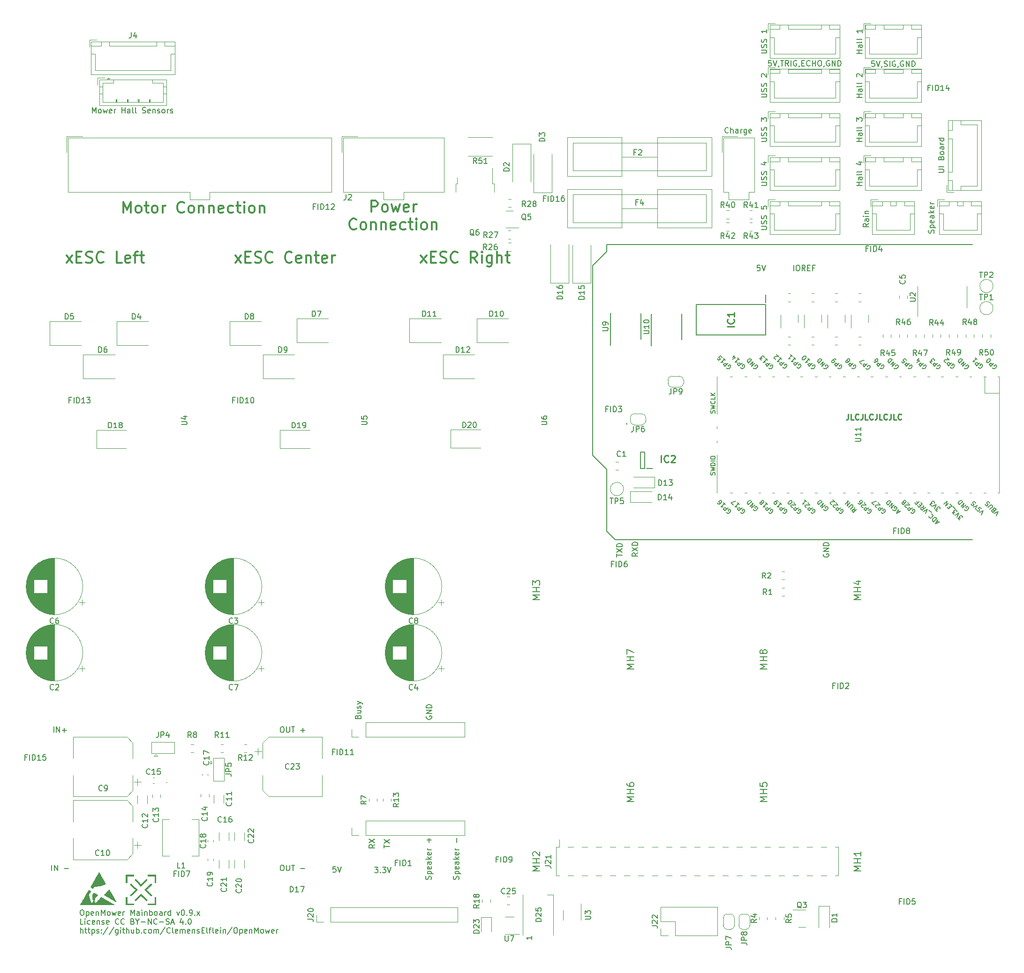
<source format=gbr>
%TF.GenerationSoftware,KiCad,Pcbnew,6.0.5+dfsg-1~bpo11+1*%
%TF.CreationDate,2022-08-08T12:40:05+00:00*%
%TF.ProjectId,OpenMowerMainboard,4f70656e-4d6f-4776-9572-4d61696e626f,rev?*%
%TF.SameCoordinates,Original*%
%TF.FileFunction,Legend,Top*%
%TF.FilePolarity,Positive*%
%FSLAX46Y46*%
G04 Gerber Fmt 4.6, Leading zero omitted, Abs format (unit mm)*
G04 Created by KiCad (PCBNEW 6.0.5+dfsg-1~bpo11+1) date 2022-08-08 12:40:05*
%MOMM*%
%LPD*%
G01*
G04 APERTURE LIST*
%ADD10C,0.150000*%
%ADD11C,0.300000*%
%ADD12C,0.250000*%
%ADD13C,0.254000*%
%ADD14C,0.120000*%
%ADD15C,0.200000*%
%ADD16C,0.010000*%
%ADD17C,0.100000*%
G04 APERTURE END LIST*
D10*
X133352380Y-117966666D02*
X132876190Y-118300000D01*
X133352380Y-118538095D02*
X132352380Y-118538095D01*
X132352380Y-118157142D01*
X132400000Y-118061904D01*
X132447619Y-118014285D01*
X132542857Y-117966666D01*
X132685714Y-117966666D01*
X132780952Y-118014285D01*
X132828571Y-118061904D01*
X132876190Y-118157142D01*
X132876190Y-118538095D01*
X132352380Y-117633333D02*
X133352380Y-116966666D01*
X132352380Y-116966666D02*
X133352380Y-117633333D01*
X133352380Y-116585714D02*
X132352380Y-116585714D01*
X132352380Y-116347619D01*
X132400000Y-116204761D01*
X132495238Y-116109523D01*
X132590476Y-116061904D01*
X132780952Y-116014285D01*
X132923809Y-116014285D01*
X133114285Y-116061904D01*
X133209523Y-116109523D01*
X133304761Y-116204761D01*
X133352380Y-116347619D01*
X133352380Y-116585714D01*
X82828571Y-147566666D02*
X82876190Y-147423809D01*
X82923809Y-147376190D01*
X83019047Y-147328571D01*
X83161904Y-147328571D01*
X83257142Y-147376190D01*
X83304761Y-147423809D01*
X83352380Y-147519047D01*
X83352380Y-147900000D01*
X82352380Y-147900000D01*
X82352380Y-147566666D01*
X82400000Y-147471428D01*
X82447619Y-147423809D01*
X82542857Y-147376190D01*
X82638095Y-147376190D01*
X82733333Y-147423809D01*
X82780952Y-147471428D01*
X82828571Y-147566666D01*
X82828571Y-147900000D01*
X82685714Y-146471428D02*
X83352380Y-146471428D01*
X82685714Y-146900000D02*
X83209523Y-146900000D01*
X83304761Y-146852380D01*
X83352380Y-146757142D01*
X83352380Y-146614285D01*
X83304761Y-146519047D01*
X83257142Y-146471428D01*
X83304761Y-146042857D02*
X83352380Y-145947619D01*
X83352380Y-145757142D01*
X83304761Y-145661904D01*
X83209523Y-145614285D01*
X83161904Y-145614285D01*
X83066666Y-145661904D01*
X83019047Y-145757142D01*
X83019047Y-145900000D01*
X82971428Y-145995238D01*
X82876190Y-146042857D01*
X82828571Y-146042857D01*
X82733333Y-145995238D01*
X82685714Y-145900000D01*
X82685714Y-145757142D01*
X82733333Y-145661904D01*
X82685714Y-145280952D02*
X83352380Y-145042857D01*
X82685714Y-144804761D02*
X83352380Y-145042857D01*
X83590476Y-145138095D01*
X83638095Y-145185714D01*
X83685714Y-145280952D01*
X173852380Y-43579047D02*
X172852380Y-43579047D01*
X173328571Y-43579047D02*
X173328571Y-43007619D01*
X173852380Y-43007619D02*
X172852380Y-43007619D01*
X173852380Y-42102857D02*
X173328571Y-42102857D01*
X173233333Y-42150476D01*
X173185714Y-42245714D01*
X173185714Y-42436190D01*
X173233333Y-42531428D01*
X173804761Y-42102857D02*
X173852380Y-42198095D01*
X173852380Y-42436190D01*
X173804761Y-42531428D01*
X173709523Y-42579047D01*
X173614285Y-42579047D01*
X173519047Y-42531428D01*
X173471428Y-42436190D01*
X173471428Y-42198095D01*
X173423809Y-42102857D01*
X173852380Y-41483809D02*
X173804761Y-41579047D01*
X173709523Y-41626666D01*
X172852380Y-41626666D01*
X173852380Y-40960000D02*
X173804761Y-41055238D01*
X173709523Y-41102857D01*
X172852380Y-41102857D01*
X172852380Y-39912380D02*
X172852380Y-39293333D01*
X173233333Y-39626666D01*
X173233333Y-39483809D01*
X173280952Y-39388571D01*
X173328571Y-39340952D01*
X173423809Y-39293333D01*
X173661904Y-39293333D01*
X173757142Y-39340952D01*
X173804761Y-39388571D01*
X173852380Y-39483809D01*
X173852380Y-39769523D01*
X173804761Y-39864761D01*
X173757142Y-39912380D01*
D11*
X60702619Y-65504761D02*
X61750238Y-64171428D01*
X60702619Y-64171428D02*
X61750238Y-65504761D01*
X62512142Y-64457142D02*
X63178809Y-64457142D01*
X63464523Y-65504761D02*
X62512142Y-65504761D01*
X62512142Y-63504761D01*
X63464523Y-63504761D01*
X64226428Y-65409523D02*
X64512142Y-65504761D01*
X64988333Y-65504761D01*
X65178809Y-65409523D01*
X65274047Y-65314285D01*
X65369285Y-65123809D01*
X65369285Y-64933333D01*
X65274047Y-64742857D01*
X65178809Y-64647619D01*
X64988333Y-64552380D01*
X64607380Y-64457142D01*
X64416904Y-64361904D01*
X64321666Y-64266666D01*
X64226428Y-64076190D01*
X64226428Y-63885714D01*
X64321666Y-63695238D01*
X64416904Y-63600000D01*
X64607380Y-63504761D01*
X65083571Y-63504761D01*
X65369285Y-63600000D01*
X67369285Y-65314285D02*
X67274047Y-65409523D01*
X66988333Y-65504761D01*
X66797857Y-65504761D01*
X66512142Y-65409523D01*
X66321666Y-65219047D01*
X66226428Y-65028571D01*
X66131190Y-64647619D01*
X66131190Y-64361904D01*
X66226428Y-63980952D01*
X66321666Y-63790476D01*
X66512142Y-63600000D01*
X66797857Y-63504761D01*
X66988333Y-63504761D01*
X67274047Y-63600000D01*
X67369285Y-63695238D01*
X70893095Y-65314285D02*
X70797857Y-65409523D01*
X70512142Y-65504761D01*
X70321666Y-65504761D01*
X70035952Y-65409523D01*
X69845476Y-65219047D01*
X69750238Y-65028571D01*
X69655000Y-64647619D01*
X69655000Y-64361904D01*
X69750238Y-63980952D01*
X69845476Y-63790476D01*
X70035952Y-63600000D01*
X70321666Y-63504761D01*
X70512142Y-63504761D01*
X70797857Y-63600000D01*
X70893095Y-63695238D01*
X72512142Y-65409523D02*
X72321666Y-65504761D01*
X71940714Y-65504761D01*
X71750238Y-65409523D01*
X71655000Y-65219047D01*
X71655000Y-64457142D01*
X71750238Y-64266666D01*
X71940714Y-64171428D01*
X72321666Y-64171428D01*
X72512142Y-64266666D01*
X72607380Y-64457142D01*
X72607380Y-64647619D01*
X71655000Y-64838095D01*
X73464523Y-64171428D02*
X73464523Y-65504761D01*
X73464523Y-64361904D02*
X73559761Y-64266666D01*
X73750238Y-64171428D01*
X74035952Y-64171428D01*
X74226428Y-64266666D01*
X74321666Y-64457142D01*
X74321666Y-65504761D01*
X74988333Y-64171428D02*
X75750238Y-64171428D01*
X75274047Y-63504761D02*
X75274047Y-65219047D01*
X75369285Y-65409523D01*
X75559761Y-65504761D01*
X75750238Y-65504761D01*
X77178809Y-65409523D02*
X76988333Y-65504761D01*
X76607380Y-65504761D01*
X76416904Y-65409523D01*
X76321666Y-65219047D01*
X76321666Y-64457142D01*
X76416904Y-64266666D01*
X76607380Y-64171428D01*
X76988333Y-64171428D01*
X77178809Y-64266666D01*
X77274047Y-64457142D01*
X77274047Y-64647619D01*
X76321666Y-64838095D01*
X78131190Y-65504761D02*
X78131190Y-64171428D01*
X78131190Y-64552380D02*
X78226428Y-64361904D01*
X78321666Y-64266666D01*
X78512142Y-64171428D01*
X78702619Y-64171428D01*
D10*
X176095238Y-29052380D02*
X175619047Y-29052380D01*
X175571428Y-29528571D01*
X175619047Y-29480952D01*
X175714285Y-29433333D01*
X175952380Y-29433333D01*
X176047619Y-29480952D01*
X176095238Y-29528571D01*
X176142857Y-29623809D01*
X176142857Y-29861904D01*
X176095238Y-29957142D01*
X176047619Y-30004761D01*
X175952380Y-30052380D01*
X175714285Y-30052380D01*
X175619047Y-30004761D01*
X175571428Y-29957142D01*
X176428571Y-29052380D02*
X176761904Y-30052380D01*
X177095238Y-29052380D01*
X177476190Y-30004761D02*
X177476190Y-30052380D01*
X177428571Y-30147619D01*
X177380952Y-30195238D01*
X177857142Y-30004761D02*
X178000000Y-30052380D01*
X178238095Y-30052380D01*
X178333333Y-30004761D01*
X178380952Y-29957142D01*
X178428571Y-29861904D01*
X178428571Y-29766666D01*
X178380952Y-29671428D01*
X178333333Y-29623809D01*
X178238095Y-29576190D01*
X178047619Y-29528571D01*
X177952380Y-29480952D01*
X177904761Y-29433333D01*
X177857142Y-29338095D01*
X177857142Y-29242857D01*
X177904761Y-29147619D01*
X177952380Y-29100000D01*
X178047619Y-29052380D01*
X178285714Y-29052380D01*
X178428571Y-29100000D01*
X178857142Y-30052380D02*
X178857142Y-29052380D01*
X179857142Y-29100000D02*
X179761904Y-29052380D01*
X179619047Y-29052380D01*
X179476190Y-29100000D01*
X179380952Y-29195238D01*
X179333333Y-29290476D01*
X179285714Y-29480952D01*
X179285714Y-29623809D01*
X179333333Y-29814285D01*
X179380952Y-29909523D01*
X179476190Y-30004761D01*
X179619047Y-30052380D01*
X179714285Y-30052380D01*
X179857142Y-30004761D01*
X179904761Y-29957142D01*
X179904761Y-29623809D01*
X179714285Y-29623809D01*
X180380952Y-30004761D02*
X180380952Y-30052380D01*
X180333333Y-30147619D01*
X180285714Y-30195238D01*
X181333333Y-29100000D02*
X181238095Y-29052380D01*
X181095238Y-29052380D01*
X180952380Y-29100000D01*
X180857142Y-29195238D01*
X180809523Y-29290476D01*
X180761904Y-29480952D01*
X180761904Y-29623809D01*
X180809523Y-29814285D01*
X180857142Y-29909523D01*
X180952380Y-30004761D01*
X181095238Y-30052380D01*
X181190476Y-30052380D01*
X181333333Y-30004761D01*
X181380952Y-29957142D01*
X181380952Y-29623809D01*
X181190476Y-29623809D01*
X181809523Y-30052380D02*
X181809523Y-29052380D01*
X182380952Y-30052380D01*
X182380952Y-29052380D01*
X182857142Y-30052380D02*
X182857142Y-29052380D01*
X183095238Y-29052380D01*
X183238095Y-29100000D01*
X183333333Y-29195238D01*
X183380952Y-29290476D01*
X183428571Y-29480952D01*
X183428571Y-29623809D01*
X183380952Y-29814285D01*
X183333333Y-29909523D01*
X183238095Y-30004761D01*
X183095238Y-30052380D01*
X182857142Y-30052380D01*
D11*
X85247619Y-56294761D02*
X85247619Y-54294761D01*
X86009523Y-54294761D01*
X86200000Y-54390000D01*
X86295238Y-54485238D01*
X86390476Y-54675714D01*
X86390476Y-54961428D01*
X86295238Y-55151904D01*
X86200000Y-55247142D01*
X86009523Y-55342380D01*
X85247619Y-55342380D01*
X87533333Y-56294761D02*
X87342857Y-56199523D01*
X87247619Y-56104285D01*
X87152380Y-55913809D01*
X87152380Y-55342380D01*
X87247619Y-55151904D01*
X87342857Y-55056666D01*
X87533333Y-54961428D01*
X87819047Y-54961428D01*
X88009523Y-55056666D01*
X88104761Y-55151904D01*
X88200000Y-55342380D01*
X88200000Y-55913809D01*
X88104761Y-56104285D01*
X88009523Y-56199523D01*
X87819047Y-56294761D01*
X87533333Y-56294761D01*
X88866666Y-54961428D02*
X89247619Y-56294761D01*
X89628571Y-55342380D01*
X90009523Y-56294761D01*
X90390476Y-54961428D01*
X91914285Y-56199523D02*
X91723809Y-56294761D01*
X91342857Y-56294761D01*
X91152380Y-56199523D01*
X91057142Y-56009047D01*
X91057142Y-55247142D01*
X91152380Y-55056666D01*
X91342857Y-54961428D01*
X91723809Y-54961428D01*
X91914285Y-55056666D01*
X92009523Y-55247142D01*
X92009523Y-55437619D01*
X91057142Y-55628095D01*
X92866666Y-56294761D02*
X92866666Y-54961428D01*
X92866666Y-55342380D02*
X92961904Y-55151904D01*
X93057142Y-55056666D01*
X93247619Y-54961428D01*
X93438095Y-54961428D01*
X82533333Y-59324285D02*
X82438095Y-59419523D01*
X82152380Y-59514761D01*
X81961904Y-59514761D01*
X81676190Y-59419523D01*
X81485714Y-59229047D01*
X81390476Y-59038571D01*
X81295238Y-58657619D01*
X81295238Y-58371904D01*
X81390476Y-57990952D01*
X81485714Y-57800476D01*
X81676190Y-57610000D01*
X81961904Y-57514761D01*
X82152380Y-57514761D01*
X82438095Y-57610000D01*
X82533333Y-57705238D01*
X83676190Y-59514761D02*
X83485714Y-59419523D01*
X83390476Y-59324285D01*
X83295238Y-59133809D01*
X83295238Y-58562380D01*
X83390476Y-58371904D01*
X83485714Y-58276666D01*
X83676190Y-58181428D01*
X83961904Y-58181428D01*
X84152380Y-58276666D01*
X84247619Y-58371904D01*
X84342857Y-58562380D01*
X84342857Y-59133809D01*
X84247619Y-59324285D01*
X84152380Y-59419523D01*
X83961904Y-59514761D01*
X83676190Y-59514761D01*
X85200000Y-58181428D02*
X85200000Y-59514761D01*
X85200000Y-58371904D02*
X85295238Y-58276666D01*
X85485714Y-58181428D01*
X85771428Y-58181428D01*
X85961904Y-58276666D01*
X86057142Y-58467142D01*
X86057142Y-59514761D01*
X87009523Y-58181428D02*
X87009523Y-59514761D01*
X87009523Y-58371904D02*
X87104761Y-58276666D01*
X87295238Y-58181428D01*
X87580952Y-58181428D01*
X87771428Y-58276666D01*
X87866666Y-58467142D01*
X87866666Y-59514761D01*
X89580952Y-59419523D02*
X89390476Y-59514761D01*
X89009523Y-59514761D01*
X88819047Y-59419523D01*
X88723809Y-59229047D01*
X88723809Y-58467142D01*
X88819047Y-58276666D01*
X89009523Y-58181428D01*
X89390476Y-58181428D01*
X89580952Y-58276666D01*
X89676190Y-58467142D01*
X89676190Y-58657619D01*
X88723809Y-58848095D01*
X91390476Y-59419523D02*
X91200000Y-59514761D01*
X90819047Y-59514761D01*
X90628571Y-59419523D01*
X90533333Y-59324285D01*
X90438095Y-59133809D01*
X90438095Y-58562380D01*
X90533333Y-58371904D01*
X90628571Y-58276666D01*
X90819047Y-58181428D01*
X91200000Y-58181428D01*
X91390476Y-58276666D01*
X91961904Y-58181428D02*
X92723809Y-58181428D01*
X92247619Y-57514761D02*
X92247619Y-59229047D01*
X92342857Y-59419523D01*
X92533333Y-59514761D01*
X92723809Y-59514761D01*
X93390476Y-59514761D02*
X93390476Y-58181428D01*
X93390476Y-57514761D02*
X93295238Y-57610000D01*
X93390476Y-57705238D01*
X93485714Y-57610000D01*
X93390476Y-57514761D01*
X93390476Y-57705238D01*
X94628571Y-59514761D02*
X94438095Y-59419523D01*
X94342857Y-59324285D01*
X94247619Y-59133809D01*
X94247619Y-58562380D01*
X94342857Y-58371904D01*
X94438095Y-58276666D01*
X94628571Y-58181428D01*
X94914285Y-58181428D01*
X95104761Y-58276666D01*
X95200000Y-58371904D01*
X95295238Y-58562380D01*
X95295238Y-59133809D01*
X95200000Y-59324285D01*
X95104761Y-59419523D01*
X94914285Y-59514761D01*
X94628571Y-59514761D01*
X96152380Y-58181428D02*
X96152380Y-59514761D01*
X96152380Y-58371904D02*
X96247619Y-58276666D01*
X96438095Y-58181428D01*
X96723809Y-58181428D01*
X96914285Y-58276666D01*
X97009523Y-58467142D01*
X97009523Y-59514761D01*
D10*
X186804761Y-60161904D02*
X186852380Y-60019047D01*
X186852380Y-59780952D01*
X186804761Y-59685714D01*
X186757142Y-59638095D01*
X186661904Y-59590476D01*
X186566666Y-59590476D01*
X186471428Y-59638095D01*
X186423809Y-59685714D01*
X186376190Y-59780952D01*
X186328571Y-59971428D01*
X186280952Y-60066666D01*
X186233333Y-60114285D01*
X186138095Y-60161904D01*
X186042857Y-60161904D01*
X185947619Y-60114285D01*
X185900000Y-60066666D01*
X185852380Y-59971428D01*
X185852380Y-59733333D01*
X185900000Y-59590476D01*
X186185714Y-59161904D02*
X187185714Y-59161904D01*
X186233333Y-59161904D02*
X186185714Y-59066666D01*
X186185714Y-58876190D01*
X186233333Y-58780952D01*
X186280952Y-58733333D01*
X186376190Y-58685714D01*
X186661904Y-58685714D01*
X186757142Y-58733333D01*
X186804761Y-58780952D01*
X186852380Y-58876190D01*
X186852380Y-59066666D01*
X186804761Y-59161904D01*
X186804761Y-57876190D02*
X186852380Y-57971428D01*
X186852380Y-58161904D01*
X186804761Y-58257142D01*
X186709523Y-58304761D01*
X186328571Y-58304761D01*
X186233333Y-58257142D01*
X186185714Y-58161904D01*
X186185714Y-57971428D01*
X186233333Y-57876190D01*
X186328571Y-57828571D01*
X186423809Y-57828571D01*
X186519047Y-58304761D01*
X186852380Y-56971428D02*
X186328571Y-56971428D01*
X186233333Y-57019047D01*
X186185714Y-57114285D01*
X186185714Y-57304761D01*
X186233333Y-57400000D01*
X186804761Y-56971428D02*
X186852380Y-57066666D01*
X186852380Y-57304761D01*
X186804761Y-57400000D01*
X186709523Y-57447619D01*
X186614285Y-57447619D01*
X186519047Y-57400000D01*
X186471428Y-57304761D01*
X186471428Y-57066666D01*
X186423809Y-56971428D01*
X186852380Y-56495238D02*
X185852380Y-56495238D01*
X186471428Y-56400000D02*
X186852380Y-56114285D01*
X186185714Y-56114285D02*
X186566666Y-56495238D01*
X186804761Y-55304761D02*
X186852380Y-55400000D01*
X186852380Y-55590476D01*
X186804761Y-55685714D01*
X186709523Y-55733333D01*
X186328571Y-55733333D01*
X186233333Y-55685714D01*
X186185714Y-55590476D01*
X186185714Y-55400000D01*
X186233333Y-55304761D01*
X186328571Y-55257142D01*
X186423809Y-55257142D01*
X186519047Y-55733333D01*
X186852380Y-54828571D02*
X186185714Y-54828571D01*
X186376190Y-54828571D02*
X186280952Y-54780952D01*
X186233333Y-54733333D01*
X186185714Y-54638095D01*
X186185714Y-54542857D01*
X34861904Y-38452380D02*
X34861904Y-37452380D01*
X35195238Y-38166666D01*
X35528571Y-37452380D01*
X35528571Y-38452380D01*
X36147619Y-38452380D02*
X36052380Y-38404761D01*
X36004761Y-38357142D01*
X35957142Y-38261904D01*
X35957142Y-37976190D01*
X36004761Y-37880952D01*
X36052380Y-37833333D01*
X36147619Y-37785714D01*
X36290476Y-37785714D01*
X36385714Y-37833333D01*
X36433333Y-37880952D01*
X36480952Y-37976190D01*
X36480952Y-38261904D01*
X36433333Y-38357142D01*
X36385714Y-38404761D01*
X36290476Y-38452380D01*
X36147619Y-38452380D01*
X36814285Y-37785714D02*
X37004761Y-38452380D01*
X37195238Y-37976190D01*
X37385714Y-38452380D01*
X37576190Y-37785714D01*
X38338095Y-38404761D02*
X38242857Y-38452380D01*
X38052380Y-38452380D01*
X37957142Y-38404761D01*
X37909523Y-38309523D01*
X37909523Y-37928571D01*
X37957142Y-37833333D01*
X38052380Y-37785714D01*
X38242857Y-37785714D01*
X38338095Y-37833333D01*
X38385714Y-37928571D01*
X38385714Y-38023809D01*
X37909523Y-38119047D01*
X38814285Y-38452380D02*
X38814285Y-37785714D01*
X38814285Y-37976190D02*
X38861904Y-37880952D01*
X38909523Y-37833333D01*
X39004761Y-37785714D01*
X39100000Y-37785714D01*
X40195238Y-38452380D02*
X40195238Y-37452380D01*
X40195238Y-37928571D02*
X40766666Y-37928571D01*
X40766666Y-38452380D02*
X40766666Y-37452380D01*
X41671428Y-38452380D02*
X41671428Y-37928571D01*
X41623809Y-37833333D01*
X41528571Y-37785714D01*
X41338095Y-37785714D01*
X41242857Y-37833333D01*
X41671428Y-38404761D02*
X41576190Y-38452380D01*
X41338095Y-38452380D01*
X41242857Y-38404761D01*
X41195238Y-38309523D01*
X41195238Y-38214285D01*
X41242857Y-38119047D01*
X41338095Y-38071428D01*
X41576190Y-38071428D01*
X41671428Y-38023809D01*
X42290476Y-38452380D02*
X42195238Y-38404761D01*
X42147619Y-38309523D01*
X42147619Y-37452380D01*
X42814285Y-38452380D02*
X42719047Y-38404761D01*
X42671428Y-38309523D01*
X42671428Y-37452380D01*
X43909523Y-38404761D02*
X44052380Y-38452380D01*
X44290476Y-38452380D01*
X44385714Y-38404761D01*
X44433333Y-38357142D01*
X44480952Y-38261904D01*
X44480952Y-38166666D01*
X44433333Y-38071428D01*
X44385714Y-38023809D01*
X44290476Y-37976190D01*
X44100000Y-37928571D01*
X44004761Y-37880952D01*
X43957142Y-37833333D01*
X43909523Y-37738095D01*
X43909523Y-37642857D01*
X43957142Y-37547619D01*
X44004761Y-37500000D01*
X44100000Y-37452380D01*
X44338095Y-37452380D01*
X44480952Y-37500000D01*
X45290476Y-38404761D02*
X45195238Y-38452380D01*
X45004761Y-38452380D01*
X44909523Y-38404761D01*
X44861904Y-38309523D01*
X44861904Y-37928571D01*
X44909523Y-37833333D01*
X45004761Y-37785714D01*
X45195238Y-37785714D01*
X45290476Y-37833333D01*
X45338095Y-37928571D01*
X45338095Y-38023809D01*
X44861904Y-38119047D01*
X45766666Y-37785714D02*
X45766666Y-38452380D01*
X45766666Y-37880952D02*
X45814285Y-37833333D01*
X45909523Y-37785714D01*
X46052380Y-37785714D01*
X46147619Y-37833333D01*
X46195238Y-37928571D01*
X46195238Y-38452380D01*
X46623809Y-38404761D02*
X46719047Y-38452380D01*
X46909523Y-38452380D01*
X47004761Y-38404761D01*
X47052380Y-38309523D01*
X47052380Y-38261904D01*
X47004761Y-38166666D01*
X46909523Y-38119047D01*
X46766666Y-38119047D01*
X46671428Y-38071428D01*
X46623809Y-37976190D01*
X46623809Y-37928571D01*
X46671428Y-37833333D01*
X46766666Y-37785714D01*
X46909523Y-37785714D01*
X47004761Y-37833333D01*
X47623809Y-38452380D02*
X47528571Y-38404761D01*
X47480952Y-38357142D01*
X47433333Y-38261904D01*
X47433333Y-37976190D01*
X47480952Y-37880952D01*
X47528571Y-37833333D01*
X47623809Y-37785714D01*
X47766666Y-37785714D01*
X47861904Y-37833333D01*
X47909523Y-37880952D01*
X47957142Y-37976190D01*
X47957142Y-38261904D01*
X47909523Y-38357142D01*
X47861904Y-38404761D01*
X47766666Y-38452380D01*
X47623809Y-38452380D01*
X48385714Y-38452380D02*
X48385714Y-37785714D01*
X48385714Y-37976190D02*
X48433333Y-37880952D01*
X48480952Y-37833333D01*
X48576190Y-37785714D01*
X48671428Y-37785714D01*
X48957142Y-38404761D02*
X49052380Y-38452380D01*
X49242857Y-38452380D01*
X49338095Y-38404761D01*
X49385714Y-38309523D01*
X49385714Y-38261904D01*
X49338095Y-38166666D01*
X49242857Y-38119047D01*
X49100000Y-38119047D01*
X49004761Y-38071428D01*
X48957142Y-37976190D01*
X48957142Y-37928571D01*
X49004761Y-37833333D01*
X49100000Y-37785714D01*
X49242857Y-37785714D01*
X49338095Y-37833333D01*
X101004761Y-176961904D02*
X101052380Y-176819047D01*
X101052380Y-176580952D01*
X101004761Y-176485714D01*
X100957142Y-176438095D01*
X100861904Y-176390476D01*
X100766666Y-176390476D01*
X100671428Y-176438095D01*
X100623809Y-176485714D01*
X100576190Y-176580952D01*
X100528571Y-176771428D01*
X100480952Y-176866666D01*
X100433333Y-176914285D01*
X100338095Y-176961904D01*
X100242857Y-176961904D01*
X100147619Y-176914285D01*
X100100000Y-176866666D01*
X100052380Y-176771428D01*
X100052380Y-176533333D01*
X100100000Y-176390476D01*
X100385714Y-175961904D02*
X101385714Y-175961904D01*
X100433333Y-175961904D02*
X100385714Y-175866666D01*
X100385714Y-175676190D01*
X100433333Y-175580952D01*
X100480952Y-175533333D01*
X100576190Y-175485714D01*
X100861904Y-175485714D01*
X100957142Y-175533333D01*
X101004761Y-175580952D01*
X101052380Y-175676190D01*
X101052380Y-175866666D01*
X101004761Y-175961904D01*
X101004761Y-174676190D02*
X101052380Y-174771428D01*
X101052380Y-174961904D01*
X101004761Y-175057142D01*
X100909523Y-175104761D01*
X100528571Y-175104761D01*
X100433333Y-175057142D01*
X100385714Y-174961904D01*
X100385714Y-174771428D01*
X100433333Y-174676190D01*
X100528571Y-174628571D01*
X100623809Y-174628571D01*
X100719047Y-175104761D01*
X101052380Y-173771428D02*
X100528571Y-173771428D01*
X100433333Y-173819047D01*
X100385714Y-173914285D01*
X100385714Y-174104761D01*
X100433333Y-174200000D01*
X101004761Y-173771428D02*
X101052380Y-173866666D01*
X101052380Y-174104761D01*
X101004761Y-174200000D01*
X100909523Y-174247619D01*
X100814285Y-174247619D01*
X100719047Y-174200000D01*
X100671428Y-174104761D01*
X100671428Y-173866666D01*
X100623809Y-173771428D01*
X101052380Y-173295238D02*
X100052380Y-173295238D01*
X100671428Y-173200000D02*
X101052380Y-172914285D01*
X100385714Y-172914285D02*
X100766666Y-173295238D01*
X101004761Y-172104761D02*
X101052380Y-172200000D01*
X101052380Y-172390476D01*
X101004761Y-172485714D01*
X100909523Y-172533333D01*
X100528571Y-172533333D01*
X100433333Y-172485714D01*
X100385714Y-172390476D01*
X100385714Y-172200000D01*
X100433333Y-172104761D01*
X100528571Y-172057142D01*
X100623809Y-172057142D01*
X100719047Y-172533333D01*
X101052380Y-171628571D02*
X100385714Y-171628571D01*
X100576190Y-171628571D02*
X100480952Y-171580952D01*
X100433333Y-171533333D01*
X100385714Y-171438095D01*
X100385714Y-171342857D01*
X100671428Y-170247619D02*
X100671428Y-169485714D01*
X155652380Y-35587739D02*
X156461904Y-35587739D01*
X156557142Y-35540120D01*
X156604761Y-35492501D01*
X156652380Y-35397262D01*
X156652380Y-35206786D01*
X156604761Y-35111548D01*
X156557142Y-35063929D01*
X156461904Y-35016310D01*
X155652380Y-35016310D01*
X156604761Y-34587739D02*
X156652380Y-34444881D01*
X156652380Y-34206786D01*
X156604761Y-34111548D01*
X156557142Y-34063929D01*
X156461904Y-34016310D01*
X156366666Y-34016310D01*
X156271428Y-34063929D01*
X156223809Y-34111548D01*
X156176190Y-34206786D01*
X156128571Y-34397262D01*
X156080952Y-34492501D01*
X156033333Y-34540120D01*
X155938095Y-34587739D01*
X155842857Y-34587739D01*
X155747619Y-34540120D01*
X155700000Y-34492501D01*
X155652380Y-34397262D01*
X155652380Y-34159167D01*
X155700000Y-34016310D01*
X156604761Y-33635358D02*
X156652380Y-33492501D01*
X156652380Y-33254405D01*
X156604761Y-33159167D01*
X156557142Y-33111548D01*
X156461904Y-33063929D01*
X156366666Y-33063929D01*
X156271428Y-33111548D01*
X156223809Y-33159167D01*
X156176190Y-33254405D01*
X156128571Y-33444881D01*
X156080952Y-33540120D01*
X156033333Y-33587739D01*
X155938095Y-33635358D01*
X155842857Y-33635358D01*
X155747619Y-33587739D01*
X155700000Y-33540120D01*
X155652380Y-33444881D01*
X155652380Y-33206786D01*
X155700000Y-33063929D01*
X155747619Y-31921072D02*
X155700000Y-31873453D01*
X155652380Y-31778215D01*
X155652380Y-31540120D01*
X155700000Y-31444881D01*
X155747619Y-31397262D01*
X155842857Y-31349643D01*
X155938095Y-31349643D01*
X156080952Y-31397262D01*
X156652380Y-31968691D01*
X156652380Y-31349643D01*
X78809523Y-174652380D02*
X78333333Y-174652380D01*
X78285714Y-175128571D01*
X78333333Y-175080952D01*
X78428571Y-175033333D01*
X78666666Y-175033333D01*
X78761904Y-175080952D01*
X78809523Y-175128571D01*
X78857142Y-175223809D01*
X78857142Y-175461904D01*
X78809523Y-175557142D01*
X78761904Y-175604761D01*
X78666666Y-175652380D01*
X78428571Y-175652380D01*
X78333333Y-175604761D01*
X78285714Y-175557142D01*
X79142857Y-174652380D02*
X79476190Y-175652380D01*
X79809523Y-174652380D01*
X96004761Y-176961904D02*
X96052380Y-176819047D01*
X96052380Y-176580952D01*
X96004761Y-176485714D01*
X95957142Y-176438095D01*
X95861904Y-176390476D01*
X95766666Y-176390476D01*
X95671428Y-176438095D01*
X95623809Y-176485714D01*
X95576190Y-176580952D01*
X95528571Y-176771428D01*
X95480952Y-176866666D01*
X95433333Y-176914285D01*
X95338095Y-176961904D01*
X95242857Y-176961904D01*
X95147619Y-176914285D01*
X95100000Y-176866666D01*
X95052380Y-176771428D01*
X95052380Y-176533333D01*
X95100000Y-176390476D01*
X95385714Y-175961904D02*
X96385714Y-175961904D01*
X95433333Y-175961904D02*
X95385714Y-175866666D01*
X95385714Y-175676190D01*
X95433333Y-175580952D01*
X95480952Y-175533333D01*
X95576190Y-175485714D01*
X95861904Y-175485714D01*
X95957142Y-175533333D01*
X96004761Y-175580952D01*
X96052380Y-175676190D01*
X96052380Y-175866666D01*
X96004761Y-175961904D01*
X96004761Y-174676190D02*
X96052380Y-174771428D01*
X96052380Y-174961904D01*
X96004761Y-175057142D01*
X95909523Y-175104761D01*
X95528571Y-175104761D01*
X95433333Y-175057142D01*
X95385714Y-174961904D01*
X95385714Y-174771428D01*
X95433333Y-174676190D01*
X95528571Y-174628571D01*
X95623809Y-174628571D01*
X95719047Y-175104761D01*
X96052380Y-173771428D02*
X95528571Y-173771428D01*
X95433333Y-173819047D01*
X95385714Y-173914285D01*
X95385714Y-174104761D01*
X95433333Y-174200000D01*
X96004761Y-173771428D02*
X96052380Y-173866666D01*
X96052380Y-174104761D01*
X96004761Y-174200000D01*
X95909523Y-174247619D01*
X95814285Y-174247619D01*
X95719047Y-174200000D01*
X95671428Y-174104761D01*
X95671428Y-173866666D01*
X95623809Y-173771428D01*
X96052380Y-173295238D02*
X95052380Y-173295238D01*
X95671428Y-173200000D02*
X96052380Y-172914285D01*
X95385714Y-172914285D02*
X95766666Y-173295238D01*
X96004761Y-172104761D02*
X96052380Y-172200000D01*
X96052380Y-172390476D01*
X96004761Y-172485714D01*
X95909523Y-172533333D01*
X95528571Y-172533333D01*
X95433333Y-172485714D01*
X95385714Y-172390476D01*
X95385714Y-172200000D01*
X95433333Y-172104761D01*
X95528571Y-172057142D01*
X95623809Y-172057142D01*
X95719047Y-172533333D01*
X96052380Y-171628571D02*
X95385714Y-171628571D01*
X95576190Y-171628571D02*
X95480952Y-171580952D01*
X95433333Y-171533333D01*
X95385714Y-171438095D01*
X95385714Y-171342857D01*
X95671428Y-170247619D02*
X95671428Y-169485714D01*
X96052380Y-169866666D02*
X95290476Y-169866666D01*
X155652380Y-59490239D02*
X156461904Y-59490239D01*
X156557142Y-59442620D01*
X156604761Y-59395001D01*
X156652380Y-59299762D01*
X156652380Y-59109286D01*
X156604761Y-59014048D01*
X156557142Y-58966429D01*
X156461904Y-58918810D01*
X155652380Y-58918810D01*
X156604761Y-58490239D02*
X156652380Y-58347381D01*
X156652380Y-58109286D01*
X156604761Y-58014048D01*
X156557142Y-57966429D01*
X156461904Y-57918810D01*
X156366666Y-57918810D01*
X156271428Y-57966429D01*
X156223809Y-58014048D01*
X156176190Y-58109286D01*
X156128571Y-58299762D01*
X156080952Y-58395001D01*
X156033333Y-58442620D01*
X155938095Y-58490239D01*
X155842857Y-58490239D01*
X155747619Y-58442620D01*
X155700000Y-58395001D01*
X155652380Y-58299762D01*
X155652380Y-58061667D01*
X155700000Y-57918810D01*
X156604761Y-57537858D02*
X156652380Y-57395001D01*
X156652380Y-57156905D01*
X156604761Y-57061667D01*
X156557142Y-57014048D01*
X156461904Y-56966429D01*
X156366666Y-56966429D01*
X156271428Y-57014048D01*
X156223809Y-57061667D01*
X156176190Y-57156905D01*
X156128571Y-57347381D01*
X156080952Y-57442620D01*
X156033333Y-57490239D01*
X155938095Y-57537858D01*
X155842857Y-57537858D01*
X155747619Y-57490239D01*
X155700000Y-57442620D01*
X155652380Y-57347381D01*
X155652380Y-57109286D01*
X155700000Y-56966429D01*
X155652380Y-55299762D02*
X155652380Y-55775953D01*
X156128571Y-55823572D01*
X156080952Y-55775953D01*
X156033333Y-55680715D01*
X156033333Y-55442620D01*
X156080952Y-55347381D01*
X156128571Y-55299762D01*
X156223809Y-55252143D01*
X156461904Y-55252143D01*
X156557142Y-55299762D01*
X156604761Y-55347381D01*
X156652380Y-55442620D01*
X156652380Y-55680715D01*
X156604761Y-55775953D01*
X156557142Y-55823572D01*
X173852380Y-35611547D02*
X172852380Y-35611547D01*
X173328571Y-35611547D02*
X173328571Y-35040119D01*
X173852380Y-35040119D02*
X172852380Y-35040119D01*
X173852380Y-34135357D02*
X173328571Y-34135357D01*
X173233333Y-34182976D01*
X173185714Y-34278214D01*
X173185714Y-34468690D01*
X173233333Y-34563928D01*
X173804761Y-34135357D02*
X173852380Y-34230595D01*
X173852380Y-34468690D01*
X173804761Y-34563928D01*
X173709523Y-34611547D01*
X173614285Y-34611547D01*
X173519047Y-34563928D01*
X173471428Y-34468690D01*
X173471428Y-34230595D01*
X173423809Y-34135357D01*
X173852380Y-33516309D02*
X173804761Y-33611547D01*
X173709523Y-33659166D01*
X172852380Y-33659166D01*
X173852380Y-32992500D02*
X173804761Y-33087738D01*
X173709523Y-33135357D01*
X172852380Y-33135357D01*
X172947619Y-31897261D02*
X172900000Y-31849642D01*
X172852380Y-31754404D01*
X172852380Y-31516309D01*
X172900000Y-31421071D01*
X172947619Y-31373452D01*
X173042857Y-31325833D01*
X173138095Y-31325833D01*
X173280952Y-31373452D01*
X173852380Y-31944880D01*
X173852380Y-31325833D01*
X155652380Y-43555239D02*
X156461904Y-43555239D01*
X156557142Y-43507620D01*
X156604761Y-43460001D01*
X156652380Y-43364762D01*
X156652380Y-43174286D01*
X156604761Y-43079048D01*
X156557142Y-43031429D01*
X156461904Y-42983810D01*
X155652380Y-42983810D01*
X156604761Y-42555239D02*
X156652380Y-42412381D01*
X156652380Y-42174286D01*
X156604761Y-42079048D01*
X156557142Y-42031429D01*
X156461904Y-41983810D01*
X156366666Y-41983810D01*
X156271428Y-42031429D01*
X156223809Y-42079048D01*
X156176190Y-42174286D01*
X156128571Y-42364762D01*
X156080952Y-42460001D01*
X156033333Y-42507620D01*
X155938095Y-42555239D01*
X155842857Y-42555239D01*
X155747619Y-42507620D01*
X155700000Y-42460001D01*
X155652380Y-42364762D01*
X155652380Y-42126667D01*
X155700000Y-41983810D01*
X156604761Y-41602858D02*
X156652380Y-41460001D01*
X156652380Y-41221905D01*
X156604761Y-41126667D01*
X156557142Y-41079048D01*
X156461904Y-41031429D01*
X156366666Y-41031429D01*
X156271428Y-41079048D01*
X156223809Y-41126667D01*
X156176190Y-41221905D01*
X156128571Y-41412381D01*
X156080952Y-41507620D01*
X156033333Y-41555239D01*
X155938095Y-41602858D01*
X155842857Y-41602858D01*
X155747619Y-41555239D01*
X155700000Y-41507620D01*
X155652380Y-41412381D01*
X155652380Y-41174286D01*
X155700000Y-41031429D01*
X155652380Y-39936191D02*
X155652380Y-39317143D01*
X156033333Y-39650477D01*
X156033333Y-39507620D01*
X156080952Y-39412381D01*
X156128571Y-39364762D01*
X156223809Y-39317143D01*
X156461904Y-39317143D01*
X156557142Y-39364762D01*
X156604761Y-39412381D01*
X156652380Y-39507620D01*
X156652380Y-39793334D01*
X156604761Y-39888572D01*
X156557142Y-39936191D01*
X32926071Y-182442380D02*
X33116547Y-182442380D01*
X33211785Y-182490000D01*
X33307023Y-182585238D01*
X33354642Y-182775714D01*
X33354642Y-183109047D01*
X33307023Y-183299523D01*
X33211785Y-183394761D01*
X33116547Y-183442380D01*
X32926071Y-183442380D01*
X32830833Y-183394761D01*
X32735595Y-183299523D01*
X32687976Y-183109047D01*
X32687976Y-182775714D01*
X32735595Y-182585238D01*
X32830833Y-182490000D01*
X32926071Y-182442380D01*
X33783214Y-182775714D02*
X33783214Y-183775714D01*
X33783214Y-182823333D02*
X33878452Y-182775714D01*
X34068928Y-182775714D01*
X34164166Y-182823333D01*
X34211785Y-182870952D01*
X34259404Y-182966190D01*
X34259404Y-183251904D01*
X34211785Y-183347142D01*
X34164166Y-183394761D01*
X34068928Y-183442380D01*
X33878452Y-183442380D01*
X33783214Y-183394761D01*
X35068928Y-183394761D02*
X34973690Y-183442380D01*
X34783214Y-183442380D01*
X34687976Y-183394761D01*
X34640357Y-183299523D01*
X34640357Y-182918571D01*
X34687976Y-182823333D01*
X34783214Y-182775714D01*
X34973690Y-182775714D01*
X35068928Y-182823333D01*
X35116547Y-182918571D01*
X35116547Y-183013809D01*
X34640357Y-183109047D01*
X35545119Y-182775714D02*
X35545119Y-183442380D01*
X35545119Y-182870952D02*
X35592738Y-182823333D01*
X35687976Y-182775714D01*
X35830833Y-182775714D01*
X35926071Y-182823333D01*
X35973690Y-182918571D01*
X35973690Y-183442380D01*
X36449880Y-183442380D02*
X36449880Y-182442380D01*
X36783214Y-183156666D01*
X37116547Y-182442380D01*
X37116547Y-183442380D01*
X37735595Y-183442380D02*
X37640357Y-183394761D01*
X37592738Y-183347142D01*
X37545119Y-183251904D01*
X37545119Y-182966190D01*
X37592738Y-182870952D01*
X37640357Y-182823333D01*
X37735595Y-182775714D01*
X37878452Y-182775714D01*
X37973690Y-182823333D01*
X38021309Y-182870952D01*
X38068928Y-182966190D01*
X38068928Y-183251904D01*
X38021309Y-183347142D01*
X37973690Y-183394761D01*
X37878452Y-183442380D01*
X37735595Y-183442380D01*
X38402261Y-182775714D02*
X38592738Y-183442380D01*
X38783214Y-182966190D01*
X38973690Y-183442380D01*
X39164166Y-182775714D01*
X39926071Y-183394761D02*
X39830833Y-183442380D01*
X39640357Y-183442380D01*
X39545119Y-183394761D01*
X39497500Y-183299523D01*
X39497500Y-182918571D01*
X39545119Y-182823333D01*
X39640357Y-182775714D01*
X39830833Y-182775714D01*
X39926071Y-182823333D01*
X39973690Y-182918571D01*
X39973690Y-183013809D01*
X39497500Y-183109047D01*
X40402261Y-183442380D02*
X40402261Y-182775714D01*
X40402261Y-182966190D02*
X40449880Y-182870952D01*
X40497500Y-182823333D01*
X40592738Y-182775714D01*
X40687976Y-182775714D01*
X41783214Y-183442380D02*
X41783214Y-182442380D01*
X42116547Y-183156666D01*
X42449880Y-182442380D01*
X42449880Y-183442380D01*
X43354642Y-183442380D02*
X43354642Y-182918571D01*
X43307023Y-182823333D01*
X43211785Y-182775714D01*
X43021309Y-182775714D01*
X42926071Y-182823333D01*
X43354642Y-183394761D02*
X43259404Y-183442380D01*
X43021309Y-183442380D01*
X42926071Y-183394761D01*
X42878452Y-183299523D01*
X42878452Y-183204285D01*
X42926071Y-183109047D01*
X43021309Y-183061428D01*
X43259404Y-183061428D01*
X43354642Y-183013809D01*
X43830833Y-183442380D02*
X43830833Y-182775714D01*
X43830833Y-182442380D02*
X43783214Y-182490000D01*
X43830833Y-182537619D01*
X43878452Y-182490000D01*
X43830833Y-182442380D01*
X43830833Y-182537619D01*
X44307023Y-182775714D02*
X44307023Y-183442380D01*
X44307023Y-182870952D02*
X44354642Y-182823333D01*
X44449880Y-182775714D01*
X44592738Y-182775714D01*
X44687976Y-182823333D01*
X44735595Y-182918571D01*
X44735595Y-183442380D01*
X45211785Y-183442380D02*
X45211785Y-182442380D01*
X45211785Y-182823333D02*
X45307023Y-182775714D01*
X45497500Y-182775714D01*
X45592738Y-182823333D01*
X45640357Y-182870952D01*
X45687976Y-182966190D01*
X45687976Y-183251904D01*
X45640357Y-183347142D01*
X45592738Y-183394761D01*
X45497500Y-183442380D01*
X45307023Y-183442380D01*
X45211785Y-183394761D01*
X46259404Y-183442380D02*
X46164166Y-183394761D01*
X46116547Y-183347142D01*
X46068928Y-183251904D01*
X46068928Y-182966190D01*
X46116547Y-182870952D01*
X46164166Y-182823333D01*
X46259404Y-182775714D01*
X46402261Y-182775714D01*
X46497500Y-182823333D01*
X46545119Y-182870952D01*
X46592738Y-182966190D01*
X46592738Y-183251904D01*
X46545119Y-183347142D01*
X46497500Y-183394761D01*
X46402261Y-183442380D01*
X46259404Y-183442380D01*
X47449880Y-183442380D02*
X47449880Y-182918571D01*
X47402261Y-182823333D01*
X47307023Y-182775714D01*
X47116547Y-182775714D01*
X47021309Y-182823333D01*
X47449880Y-183394761D02*
X47354642Y-183442380D01*
X47116547Y-183442380D01*
X47021309Y-183394761D01*
X46973690Y-183299523D01*
X46973690Y-183204285D01*
X47021309Y-183109047D01*
X47116547Y-183061428D01*
X47354642Y-183061428D01*
X47449880Y-183013809D01*
X47926071Y-183442380D02*
X47926071Y-182775714D01*
X47926071Y-182966190D02*
X47973690Y-182870952D01*
X48021309Y-182823333D01*
X48116547Y-182775714D01*
X48211785Y-182775714D01*
X48973690Y-183442380D02*
X48973690Y-182442380D01*
X48973690Y-183394761D02*
X48878452Y-183442380D01*
X48687976Y-183442380D01*
X48592738Y-183394761D01*
X48545119Y-183347142D01*
X48497500Y-183251904D01*
X48497500Y-182966190D01*
X48545119Y-182870952D01*
X48592738Y-182823333D01*
X48687976Y-182775714D01*
X48878452Y-182775714D01*
X48973690Y-182823333D01*
X50116547Y-182775714D02*
X50354642Y-183442380D01*
X50592738Y-182775714D01*
X51164166Y-182442380D02*
X51259404Y-182442380D01*
X51354642Y-182490000D01*
X51402261Y-182537619D01*
X51449880Y-182632857D01*
X51497500Y-182823333D01*
X51497500Y-183061428D01*
X51449880Y-183251904D01*
X51402261Y-183347142D01*
X51354642Y-183394761D01*
X51259404Y-183442380D01*
X51164166Y-183442380D01*
X51068928Y-183394761D01*
X51021309Y-183347142D01*
X50973690Y-183251904D01*
X50926071Y-183061428D01*
X50926071Y-182823333D01*
X50973690Y-182632857D01*
X51021309Y-182537619D01*
X51068928Y-182490000D01*
X51164166Y-182442380D01*
X51926071Y-183347142D02*
X51973690Y-183394761D01*
X51926071Y-183442380D01*
X51878452Y-183394761D01*
X51926071Y-183347142D01*
X51926071Y-183442380D01*
X52449880Y-183442380D02*
X52640357Y-183442380D01*
X52735595Y-183394761D01*
X52783214Y-183347142D01*
X52878452Y-183204285D01*
X52926071Y-183013809D01*
X52926071Y-182632857D01*
X52878452Y-182537619D01*
X52830833Y-182490000D01*
X52735595Y-182442380D01*
X52545119Y-182442380D01*
X52449880Y-182490000D01*
X52402261Y-182537619D01*
X52354642Y-182632857D01*
X52354642Y-182870952D01*
X52402261Y-182966190D01*
X52449880Y-183013809D01*
X52545119Y-183061428D01*
X52735595Y-183061428D01*
X52830833Y-183013809D01*
X52878452Y-182966190D01*
X52926071Y-182870952D01*
X53354642Y-183347142D02*
X53402261Y-183394761D01*
X53354642Y-183442380D01*
X53307023Y-183394761D01*
X53354642Y-183347142D01*
X53354642Y-183442380D01*
X53735595Y-183442380D02*
X54259404Y-182775714D01*
X53735595Y-182775714D02*
X54259404Y-183442380D01*
X33211785Y-185052380D02*
X32735595Y-185052380D01*
X32735595Y-184052380D01*
X33545119Y-185052380D02*
X33545119Y-184385714D01*
X33545119Y-184052380D02*
X33497500Y-184100000D01*
X33545119Y-184147619D01*
X33592738Y-184100000D01*
X33545119Y-184052380D01*
X33545119Y-184147619D01*
X34449880Y-185004761D02*
X34354642Y-185052380D01*
X34164166Y-185052380D01*
X34068928Y-185004761D01*
X34021309Y-184957142D01*
X33973690Y-184861904D01*
X33973690Y-184576190D01*
X34021309Y-184480952D01*
X34068928Y-184433333D01*
X34164166Y-184385714D01*
X34354642Y-184385714D01*
X34449880Y-184433333D01*
X35259404Y-185004761D02*
X35164166Y-185052380D01*
X34973690Y-185052380D01*
X34878452Y-185004761D01*
X34830833Y-184909523D01*
X34830833Y-184528571D01*
X34878452Y-184433333D01*
X34973690Y-184385714D01*
X35164166Y-184385714D01*
X35259404Y-184433333D01*
X35307023Y-184528571D01*
X35307023Y-184623809D01*
X34830833Y-184719047D01*
X35735595Y-184385714D02*
X35735595Y-185052380D01*
X35735595Y-184480952D02*
X35783214Y-184433333D01*
X35878452Y-184385714D01*
X36021309Y-184385714D01*
X36116547Y-184433333D01*
X36164166Y-184528571D01*
X36164166Y-185052380D01*
X36592738Y-185004761D02*
X36687976Y-185052380D01*
X36878452Y-185052380D01*
X36973690Y-185004761D01*
X37021309Y-184909523D01*
X37021309Y-184861904D01*
X36973690Y-184766666D01*
X36878452Y-184719047D01*
X36735595Y-184719047D01*
X36640357Y-184671428D01*
X36592738Y-184576190D01*
X36592738Y-184528571D01*
X36640357Y-184433333D01*
X36735595Y-184385714D01*
X36878452Y-184385714D01*
X36973690Y-184433333D01*
X37830833Y-185004761D02*
X37735595Y-185052380D01*
X37545119Y-185052380D01*
X37449880Y-185004761D01*
X37402261Y-184909523D01*
X37402261Y-184528571D01*
X37449880Y-184433333D01*
X37545119Y-184385714D01*
X37735595Y-184385714D01*
X37830833Y-184433333D01*
X37878452Y-184528571D01*
X37878452Y-184623809D01*
X37402261Y-184719047D01*
X39640357Y-184957142D02*
X39592738Y-185004761D01*
X39449880Y-185052380D01*
X39354642Y-185052380D01*
X39211785Y-185004761D01*
X39116547Y-184909523D01*
X39068928Y-184814285D01*
X39021309Y-184623809D01*
X39021309Y-184480952D01*
X39068928Y-184290476D01*
X39116547Y-184195238D01*
X39211785Y-184100000D01*
X39354642Y-184052380D01*
X39449880Y-184052380D01*
X39592738Y-184100000D01*
X39640357Y-184147619D01*
X40640357Y-184957142D02*
X40592738Y-185004761D01*
X40449880Y-185052380D01*
X40354642Y-185052380D01*
X40211785Y-185004761D01*
X40116547Y-184909523D01*
X40068928Y-184814285D01*
X40021309Y-184623809D01*
X40021309Y-184480952D01*
X40068928Y-184290476D01*
X40116547Y-184195238D01*
X40211785Y-184100000D01*
X40354642Y-184052380D01*
X40449880Y-184052380D01*
X40592738Y-184100000D01*
X40640357Y-184147619D01*
X42164166Y-184528571D02*
X42307023Y-184576190D01*
X42354642Y-184623809D01*
X42402261Y-184719047D01*
X42402261Y-184861904D01*
X42354642Y-184957142D01*
X42307023Y-185004761D01*
X42211785Y-185052380D01*
X41830833Y-185052380D01*
X41830833Y-184052380D01*
X42164166Y-184052380D01*
X42259404Y-184100000D01*
X42307023Y-184147619D01*
X42354642Y-184242857D01*
X42354642Y-184338095D01*
X42307023Y-184433333D01*
X42259404Y-184480952D01*
X42164166Y-184528571D01*
X41830833Y-184528571D01*
X43021309Y-184576190D02*
X43021309Y-185052380D01*
X42687976Y-184052380D02*
X43021309Y-184576190D01*
X43354642Y-184052380D01*
X43687976Y-184671428D02*
X44449880Y-184671428D01*
X44926071Y-185052380D02*
X44926071Y-184052380D01*
X45497500Y-185052380D01*
X45497500Y-184052380D01*
X46545119Y-184957142D02*
X46497500Y-185004761D01*
X46354642Y-185052380D01*
X46259404Y-185052380D01*
X46116547Y-185004761D01*
X46021309Y-184909523D01*
X45973690Y-184814285D01*
X45926071Y-184623809D01*
X45926071Y-184480952D01*
X45973690Y-184290476D01*
X46021309Y-184195238D01*
X46116547Y-184100000D01*
X46259404Y-184052380D01*
X46354642Y-184052380D01*
X46497500Y-184100000D01*
X46545119Y-184147619D01*
X46973690Y-184671428D02*
X47735595Y-184671428D01*
X48164166Y-185004761D02*
X48307023Y-185052380D01*
X48545119Y-185052380D01*
X48640357Y-185004761D01*
X48687976Y-184957142D01*
X48735595Y-184861904D01*
X48735595Y-184766666D01*
X48687976Y-184671428D01*
X48640357Y-184623809D01*
X48545119Y-184576190D01*
X48354642Y-184528571D01*
X48259404Y-184480952D01*
X48211785Y-184433333D01*
X48164166Y-184338095D01*
X48164166Y-184242857D01*
X48211785Y-184147619D01*
X48259404Y-184100000D01*
X48354642Y-184052380D01*
X48592738Y-184052380D01*
X48735595Y-184100000D01*
X49116547Y-184766666D02*
X49592738Y-184766666D01*
X49021309Y-185052380D02*
X49354642Y-184052380D01*
X49687976Y-185052380D01*
X51211785Y-184385714D02*
X51211785Y-185052380D01*
X50973690Y-184004761D02*
X50735595Y-184719047D01*
X51354642Y-184719047D01*
X51735595Y-184957142D02*
X51783214Y-185004761D01*
X51735595Y-185052380D01*
X51687976Y-185004761D01*
X51735595Y-184957142D01*
X51735595Y-185052380D01*
X52402261Y-184052380D02*
X52497500Y-184052380D01*
X52592738Y-184100000D01*
X52640357Y-184147619D01*
X52687976Y-184242857D01*
X52735595Y-184433333D01*
X52735595Y-184671428D01*
X52687976Y-184861904D01*
X52640357Y-184957142D01*
X52592738Y-185004761D01*
X52497500Y-185052380D01*
X52402261Y-185052380D01*
X52307023Y-185004761D01*
X52259404Y-184957142D01*
X52211785Y-184861904D01*
X52164166Y-184671428D01*
X52164166Y-184433333D01*
X52211785Y-184242857D01*
X52259404Y-184147619D01*
X52307023Y-184100000D01*
X52402261Y-184052380D01*
X32735595Y-186662380D02*
X32735595Y-185662380D01*
X33164166Y-186662380D02*
X33164166Y-186138571D01*
X33116547Y-186043333D01*
X33021309Y-185995714D01*
X32878452Y-185995714D01*
X32783214Y-186043333D01*
X32735595Y-186090952D01*
X33497500Y-185995714D02*
X33878452Y-185995714D01*
X33640357Y-185662380D02*
X33640357Y-186519523D01*
X33687976Y-186614761D01*
X33783214Y-186662380D01*
X33878452Y-186662380D01*
X34068928Y-185995714D02*
X34449880Y-185995714D01*
X34211785Y-185662380D02*
X34211785Y-186519523D01*
X34259404Y-186614761D01*
X34354642Y-186662380D01*
X34449880Y-186662380D01*
X34783214Y-185995714D02*
X34783214Y-186995714D01*
X34783214Y-186043333D02*
X34878452Y-185995714D01*
X35068928Y-185995714D01*
X35164166Y-186043333D01*
X35211785Y-186090952D01*
X35259404Y-186186190D01*
X35259404Y-186471904D01*
X35211785Y-186567142D01*
X35164166Y-186614761D01*
X35068928Y-186662380D01*
X34878452Y-186662380D01*
X34783214Y-186614761D01*
X35640357Y-186614761D02*
X35735595Y-186662380D01*
X35926071Y-186662380D01*
X36021309Y-186614761D01*
X36068928Y-186519523D01*
X36068928Y-186471904D01*
X36021309Y-186376666D01*
X35926071Y-186329047D01*
X35783214Y-186329047D01*
X35687976Y-186281428D01*
X35640357Y-186186190D01*
X35640357Y-186138571D01*
X35687976Y-186043333D01*
X35783214Y-185995714D01*
X35926071Y-185995714D01*
X36021309Y-186043333D01*
X36497500Y-186567142D02*
X36545119Y-186614761D01*
X36497500Y-186662380D01*
X36449880Y-186614761D01*
X36497500Y-186567142D01*
X36497500Y-186662380D01*
X36497500Y-186043333D02*
X36545119Y-186090952D01*
X36497500Y-186138571D01*
X36449880Y-186090952D01*
X36497500Y-186043333D01*
X36497500Y-186138571D01*
X37687976Y-185614761D02*
X36830833Y-186900476D01*
X38735595Y-185614761D02*
X37878452Y-186900476D01*
X39497500Y-185995714D02*
X39497500Y-186805238D01*
X39449880Y-186900476D01*
X39402261Y-186948095D01*
X39307023Y-186995714D01*
X39164166Y-186995714D01*
X39068928Y-186948095D01*
X39497500Y-186614761D02*
X39402261Y-186662380D01*
X39211785Y-186662380D01*
X39116547Y-186614761D01*
X39068928Y-186567142D01*
X39021309Y-186471904D01*
X39021309Y-186186190D01*
X39068928Y-186090952D01*
X39116547Y-186043333D01*
X39211785Y-185995714D01*
X39402261Y-185995714D01*
X39497500Y-186043333D01*
X39973690Y-186662380D02*
X39973690Y-185995714D01*
X39973690Y-185662380D02*
X39926071Y-185710000D01*
X39973690Y-185757619D01*
X40021309Y-185710000D01*
X39973690Y-185662380D01*
X39973690Y-185757619D01*
X40307023Y-185995714D02*
X40687976Y-185995714D01*
X40449880Y-185662380D02*
X40449880Y-186519523D01*
X40497500Y-186614761D01*
X40592738Y-186662380D01*
X40687976Y-186662380D01*
X41021309Y-186662380D02*
X41021309Y-185662380D01*
X41449880Y-186662380D02*
X41449880Y-186138571D01*
X41402261Y-186043333D01*
X41307023Y-185995714D01*
X41164166Y-185995714D01*
X41068928Y-186043333D01*
X41021309Y-186090952D01*
X42354642Y-185995714D02*
X42354642Y-186662380D01*
X41926071Y-185995714D02*
X41926071Y-186519523D01*
X41973690Y-186614761D01*
X42068928Y-186662380D01*
X42211785Y-186662380D01*
X42307023Y-186614761D01*
X42354642Y-186567142D01*
X42830833Y-186662380D02*
X42830833Y-185662380D01*
X42830833Y-186043333D02*
X42926071Y-185995714D01*
X43116547Y-185995714D01*
X43211785Y-186043333D01*
X43259404Y-186090952D01*
X43307023Y-186186190D01*
X43307023Y-186471904D01*
X43259404Y-186567142D01*
X43211785Y-186614761D01*
X43116547Y-186662380D01*
X42926071Y-186662380D01*
X42830833Y-186614761D01*
X43735595Y-186567142D02*
X43783214Y-186614761D01*
X43735595Y-186662380D01*
X43687976Y-186614761D01*
X43735595Y-186567142D01*
X43735595Y-186662380D01*
X44640357Y-186614761D02*
X44545119Y-186662380D01*
X44354642Y-186662380D01*
X44259404Y-186614761D01*
X44211785Y-186567142D01*
X44164166Y-186471904D01*
X44164166Y-186186190D01*
X44211785Y-186090952D01*
X44259404Y-186043333D01*
X44354642Y-185995714D01*
X44545119Y-185995714D01*
X44640357Y-186043333D01*
X45211785Y-186662380D02*
X45116547Y-186614761D01*
X45068928Y-186567142D01*
X45021309Y-186471904D01*
X45021309Y-186186190D01*
X45068928Y-186090952D01*
X45116547Y-186043333D01*
X45211785Y-185995714D01*
X45354642Y-185995714D01*
X45449880Y-186043333D01*
X45497500Y-186090952D01*
X45545119Y-186186190D01*
X45545119Y-186471904D01*
X45497500Y-186567142D01*
X45449880Y-186614761D01*
X45354642Y-186662380D01*
X45211785Y-186662380D01*
X45973690Y-186662380D02*
X45973690Y-185995714D01*
X45973690Y-186090952D02*
X46021309Y-186043333D01*
X46116547Y-185995714D01*
X46259404Y-185995714D01*
X46354642Y-186043333D01*
X46402261Y-186138571D01*
X46402261Y-186662380D01*
X46402261Y-186138571D02*
X46449880Y-186043333D01*
X46545119Y-185995714D01*
X46687976Y-185995714D01*
X46783214Y-186043333D01*
X46830833Y-186138571D01*
X46830833Y-186662380D01*
X48021309Y-185614761D02*
X47164166Y-186900476D01*
X48926071Y-186567142D02*
X48878452Y-186614761D01*
X48735595Y-186662380D01*
X48640357Y-186662380D01*
X48497500Y-186614761D01*
X48402261Y-186519523D01*
X48354642Y-186424285D01*
X48307023Y-186233809D01*
X48307023Y-186090952D01*
X48354642Y-185900476D01*
X48402261Y-185805238D01*
X48497500Y-185710000D01*
X48640357Y-185662380D01*
X48735595Y-185662380D01*
X48878452Y-185710000D01*
X48926071Y-185757619D01*
X49497500Y-186662380D02*
X49402261Y-186614761D01*
X49354642Y-186519523D01*
X49354642Y-185662380D01*
X50259404Y-186614761D02*
X50164166Y-186662380D01*
X49973690Y-186662380D01*
X49878452Y-186614761D01*
X49830833Y-186519523D01*
X49830833Y-186138571D01*
X49878452Y-186043333D01*
X49973690Y-185995714D01*
X50164166Y-185995714D01*
X50259404Y-186043333D01*
X50307023Y-186138571D01*
X50307023Y-186233809D01*
X49830833Y-186329047D01*
X50735595Y-186662380D02*
X50735595Y-185995714D01*
X50735595Y-186090952D02*
X50783214Y-186043333D01*
X50878452Y-185995714D01*
X51021309Y-185995714D01*
X51116547Y-186043333D01*
X51164166Y-186138571D01*
X51164166Y-186662380D01*
X51164166Y-186138571D02*
X51211785Y-186043333D01*
X51307023Y-185995714D01*
X51449880Y-185995714D01*
X51545119Y-186043333D01*
X51592738Y-186138571D01*
X51592738Y-186662380D01*
X52449880Y-186614761D02*
X52354642Y-186662380D01*
X52164166Y-186662380D01*
X52068928Y-186614761D01*
X52021309Y-186519523D01*
X52021309Y-186138571D01*
X52068928Y-186043333D01*
X52164166Y-185995714D01*
X52354642Y-185995714D01*
X52449880Y-186043333D01*
X52497500Y-186138571D01*
X52497500Y-186233809D01*
X52021309Y-186329047D01*
X52926071Y-185995714D02*
X52926071Y-186662380D01*
X52926071Y-186090952D02*
X52973690Y-186043333D01*
X53068928Y-185995714D01*
X53211785Y-185995714D01*
X53307023Y-186043333D01*
X53354642Y-186138571D01*
X53354642Y-186662380D01*
X53783214Y-186614761D02*
X53878452Y-186662380D01*
X54068928Y-186662380D01*
X54164166Y-186614761D01*
X54211785Y-186519523D01*
X54211785Y-186471904D01*
X54164166Y-186376666D01*
X54068928Y-186329047D01*
X53926071Y-186329047D01*
X53830833Y-186281428D01*
X53783214Y-186186190D01*
X53783214Y-186138571D01*
X53830833Y-186043333D01*
X53926071Y-185995714D01*
X54068928Y-185995714D01*
X54164166Y-186043333D01*
X54640357Y-186138571D02*
X54973690Y-186138571D01*
X55116547Y-186662380D02*
X54640357Y-186662380D01*
X54640357Y-185662380D01*
X55116547Y-185662380D01*
X55687976Y-186662380D02*
X55592738Y-186614761D01*
X55545119Y-186519523D01*
X55545119Y-185662380D01*
X55926071Y-185995714D02*
X56307023Y-185995714D01*
X56068928Y-186662380D02*
X56068928Y-185805238D01*
X56116547Y-185710000D01*
X56211785Y-185662380D01*
X56307023Y-185662380D01*
X56783214Y-186662380D02*
X56687976Y-186614761D01*
X56640357Y-186519523D01*
X56640357Y-185662380D01*
X57545119Y-186614761D02*
X57449880Y-186662380D01*
X57259404Y-186662380D01*
X57164166Y-186614761D01*
X57116547Y-186519523D01*
X57116547Y-186138571D01*
X57164166Y-186043333D01*
X57259404Y-185995714D01*
X57449880Y-185995714D01*
X57545119Y-186043333D01*
X57592738Y-186138571D01*
X57592738Y-186233809D01*
X57116547Y-186329047D01*
X58021309Y-186662380D02*
X58021309Y-185995714D01*
X58021309Y-185662380D02*
X57973690Y-185710000D01*
X58021309Y-185757619D01*
X58068928Y-185710000D01*
X58021309Y-185662380D01*
X58021309Y-185757619D01*
X58497500Y-185995714D02*
X58497500Y-186662380D01*
X58497500Y-186090952D02*
X58545119Y-186043333D01*
X58640357Y-185995714D01*
X58783214Y-185995714D01*
X58878452Y-186043333D01*
X58926071Y-186138571D01*
X58926071Y-186662380D01*
X60116547Y-185614761D02*
X59259404Y-186900476D01*
X60640357Y-185662380D02*
X60830833Y-185662380D01*
X60926071Y-185710000D01*
X61021309Y-185805238D01*
X61068928Y-185995714D01*
X61068928Y-186329047D01*
X61021309Y-186519523D01*
X60926071Y-186614761D01*
X60830833Y-186662380D01*
X60640357Y-186662380D01*
X60545119Y-186614761D01*
X60449880Y-186519523D01*
X60402261Y-186329047D01*
X60402261Y-185995714D01*
X60449880Y-185805238D01*
X60545119Y-185710000D01*
X60640357Y-185662380D01*
X61497500Y-185995714D02*
X61497500Y-186995714D01*
X61497500Y-186043333D02*
X61592738Y-185995714D01*
X61783214Y-185995714D01*
X61878452Y-186043333D01*
X61926071Y-186090952D01*
X61973690Y-186186190D01*
X61973690Y-186471904D01*
X61926071Y-186567142D01*
X61878452Y-186614761D01*
X61783214Y-186662380D01*
X61592738Y-186662380D01*
X61497500Y-186614761D01*
X62783214Y-186614761D02*
X62687976Y-186662380D01*
X62497499Y-186662380D01*
X62402261Y-186614761D01*
X62354642Y-186519523D01*
X62354642Y-186138571D01*
X62402261Y-186043333D01*
X62497499Y-185995714D01*
X62687976Y-185995714D01*
X62783214Y-186043333D01*
X62830833Y-186138571D01*
X62830833Y-186233809D01*
X62354642Y-186329047D01*
X63259404Y-185995714D02*
X63259404Y-186662380D01*
X63259404Y-186090952D02*
X63307023Y-186043333D01*
X63402261Y-185995714D01*
X63545119Y-185995714D01*
X63640357Y-186043333D01*
X63687976Y-186138571D01*
X63687976Y-186662380D01*
X64164166Y-186662380D02*
X64164166Y-185662380D01*
X64497499Y-186376666D01*
X64830833Y-185662380D01*
X64830833Y-186662380D01*
X65449880Y-186662380D02*
X65354642Y-186614761D01*
X65307023Y-186567142D01*
X65259404Y-186471904D01*
X65259404Y-186186190D01*
X65307023Y-186090952D01*
X65354642Y-186043333D01*
X65449880Y-185995714D01*
X65592738Y-185995714D01*
X65687976Y-186043333D01*
X65735595Y-186090952D01*
X65783214Y-186186190D01*
X65783214Y-186471904D01*
X65735595Y-186567142D01*
X65687976Y-186614761D01*
X65592738Y-186662380D01*
X65449880Y-186662380D01*
X66116547Y-185995714D02*
X66307023Y-186662380D01*
X66497499Y-186186190D01*
X66687976Y-186662380D01*
X66878452Y-185995714D01*
X67640357Y-186614761D02*
X67545119Y-186662380D01*
X67354642Y-186662380D01*
X67259404Y-186614761D01*
X67211785Y-186519523D01*
X67211785Y-186138571D01*
X67259404Y-186043333D01*
X67354642Y-185995714D01*
X67545119Y-185995714D01*
X67640357Y-186043333D01*
X67687976Y-186138571D01*
X67687976Y-186233809D01*
X67211785Y-186329047D01*
X68116547Y-186662380D02*
X68116547Y-185995714D01*
X68116547Y-186186190D02*
X68164166Y-186090952D01*
X68211785Y-186043333D01*
X68307023Y-185995714D01*
X68402261Y-185995714D01*
X85823809Y-174752380D02*
X86442857Y-174752380D01*
X86109523Y-175133333D01*
X86252380Y-175133333D01*
X86347619Y-175180952D01*
X86395238Y-175228571D01*
X86442857Y-175323809D01*
X86442857Y-175561904D01*
X86395238Y-175657142D01*
X86347619Y-175704761D01*
X86252380Y-175752380D01*
X85966666Y-175752380D01*
X85871428Y-175704761D01*
X85823809Y-175657142D01*
X86871428Y-175657142D02*
X86919047Y-175704761D01*
X86871428Y-175752380D01*
X86823809Y-175704761D01*
X86871428Y-175657142D01*
X86871428Y-175752380D01*
X87252380Y-174752380D02*
X87871428Y-174752380D01*
X87538095Y-175133333D01*
X87680952Y-175133333D01*
X87776190Y-175180952D01*
X87823809Y-175228571D01*
X87871428Y-175323809D01*
X87871428Y-175561904D01*
X87823809Y-175657142D01*
X87776190Y-175704761D01*
X87680952Y-175752380D01*
X87395238Y-175752380D01*
X87300000Y-175704761D01*
X87252380Y-175657142D01*
X88157142Y-174752380D02*
X88490476Y-175752380D01*
X88823809Y-174752380D01*
X157452380Y-28952380D02*
X156976190Y-28952380D01*
X156928571Y-29428571D01*
X156976190Y-29380952D01*
X157071428Y-29333333D01*
X157309523Y-29333333D01*
X157404761Y-29380952D01*
X157452380Y-29428571D01*
X157500000Y-29523809D01*
X157500000Y-29761904D01*
X157452380Y-29857142D01*
X157404761Y-29904761D01*
X157309523Y-29952380D01*
X157071428Y-29952380D01*
X156976190Y-29904761D01*
X156928571Y-29857142D01*
X157785714Y-28952380D02*
X158119047Y-29952380D01*
X158452380Y-28952380D01*
X158833333Y-29904761D02*
X158833333Y-29952380D01*
X158785714Y-30047619D01*
X158738095Y-30095238D01*
X159119047Y-28952380D02*
X159690476Y-28952380D01*
X159404761Y-29952380D02*
X159404761Y-28952380D01*
X160595238Y-29952380D02*
X160261904Y-29476190D01*
X160023809Y-29952380D02*
X160023809Y-28952380D01*
X160404761Y-28952380D01*
X160500000Y-29000000D01*
X160547619Y-29047619D01*
X160595238Y-29142857D01*
X160595238Y-29285714D01*
X160547619Y-29380952D01*
X160500000Y-29428571D01*
X160404761Y-29476190D01*
X160023809Y-29476190D01*
X161023809Y-29952380D02*
X161023809Y-28952380D01*
X162023809Y-29000000D02*
X161928571Y-28952380D01*
X161785714Y-28952380D01*
X161642857Y-29000000D01*
X161547619Y-29095238D01*
X161500000Y-29190476D01*
X161452380Y-29380952D01*
X161452380Y-29523809D01*
X161500000Y-29714285D01*
X161547619Y-29809523D01*
X161642857Y-29904761D01*
X161785714Y-29952380D01*
X161880952Y-29952380D01*
X162023809Y-29904761D01*
X162071428Y-29857142D01*
X162071428Y-29523809D01*
X161880952Y-29523809D01*
X162547619Y-29904761D02*
X162547619Y-29952380D01*
X162500000Y-30047619D01*
X162452380Y-30095238D01*
X162976190Y-29428571D02*
X163309523Y-29428571D01*
X163452380Y-29952380D02*
X162976190Y-29952380D01*
X162976190Y-28952380D01*
X163452380Y-28952380D01*
X164452380Y-29857142D02*
X164404761Y-29904761D01*
X164261904Y-29952380D01*
X164166666Y-29952380D01*
X164023809Y-29904761D01*
X163928571Y-29809523D01*
X163880952Y-29714285D01*
X163833333Y-29523809D01*
X163833333Y-29380952D01*
X163880952Y-29190476D01*
X163928571Y-29095238D01*
X164023809Y-29000000D01*
X164166666Y-28952380D01*
X164261904Y-28952380D01*
X164404761Y-29000000D01*
X164452380Y-29047619D01*
X164880952Y-29952380D02*
X164880952Y-28952380D01*
X164880952Y-29428571D02*
X165452380Y-29428571D01*
X165452380Y-29952380D02*
X165452380Y-28952380D01*
X166119047Y-28952380D02*
X166309523Y-28952380D01*
X166404761Y-29000000D01*
X166500000Y-29095238D01*
X166547619Y-29285714D01*
X166547619Y-29619047D01*
X166500000Y-29809523D01*
X166404761Y-29904761D01*
X166309523Y-29952380D01*
X166119047Y-29952380D01*
X166023809Y-29904761D01*
X165928571Y-29809523D01*
X165880952Y-29619047D01*
X165880952Y-29285714D01*
X165928571Y-29095238D01*
X166023809Y-29000000D01*
X166119047Y-28952380D01*
X167023809Y-29904761D02*
X167023809Y-29952380D01*
X166976190Y-30047619D01*
X166928571Y-30095238D01*
X167976190Y-29000000D02*
X167880952Y-28952380D01*
X167738095Y-28952380D01*
X167595238Y-29000000D01*
X167499999Y-29095238D01*
X167452380Y-29190476D01*
X167404761Y-29380952D01*
X167404761Y-29523809D01*
X167452380Y-29714285D01*
X167499999Y-29809523D01*
X167595238Y-29904761D01*
X167738095Y-29952380D01*
X167833333Y-29952380D01*
X167976190Y-29904761D01*
X168023809Y-29857142D01*
X168023809Y-29523809D01*
X167833333Y-29523809D01*
X168452380Y-29952380D02*
X168452380Y-28952380D01*
X169023809Y-29952380D01*
X169023809Y-28952380D01*
X169499999Y-29952380D02*
X169499999Y-28952380D01*
X169738095Y-28952380D01*
X169880952Y-29000000D01*
X169976190Y-29095238D01*
X170023809Y-29190476D01*
X170071428Y-29380952D01*
X170071428Y-29523809D01*
X170023809Y-29714285D01*
X169976190Y-29809523D01*
X169880952Y-29904761D01*
X169738095Y-29952380D01*
X169499999Y-29952380D01*
D12*
X171380952Y-92852380D02*
X171380952Y-93566666D01*
X171333333Y-93709523D01*
X171238095Y-93804761D01*
X171095238Y-93852380D01*
X171000000Y-93852380D01*
X172333333Y-93852380D02*
X171857142Y-93852380D01*
X171857142Y-92852380D01*
X173238095Y-93757142D02*
X173190476Y-93804761D01*
X173047619Y-93852380D01*
X172952380Y-93852380D01*
X172809523Y-93804761D01*
X172714285Y-93709523D01*
X172666666Y-93614285D01*
X172619047Y-93423809D01*
X172619047Y-93280952D01*
X172666666Y-93090476D01*
X172714285Y-92995238D01*
X172809523Y-92900000D01*
X172952380Y-92852380D01*
X173047619Y-92852380D01*
X173190476Y-92900000D01*
X173238095Y-92947619D01*
X173952380Y-92852380D02*
X173952380Y-93566666D01*
X173904761Y-93709523D01*
X173809523Y-93804761D01*
X173666666Y-93852380D01*
X173571428Y-93852380D01*
X174904761Y-93852380D02*
X174428571Y-93852380D01*
X174428571Y-92852380D01*
X175809523Y-93757142D02*
X175761904Y-93804761D01*
X175619047Y-93852380D01*
X175523809Y-93852380D01*
X175380952Y-93804761D01*
X175285714Y-93709523D01*
X175238095Y-93614285D01*
X175190476Y-93423809D01*
X175190476Y-93280952D01*
X175238095Y-93090476D01*
X175285714Y-92995238D01*
X175380952Y-92900000D01*
X175523809Y-92852380D01*
X175619047Y-92852380D01*
X175761904Y-92900000D01*
X175809523Y-92947619D01*
X176523809Y-92852380D02*
X176523809Y-93566666D01*
X176476190Y-93709523D01*
X176380952Y-93804761D01*
X176238095Y-93852380D01*
X176142857Y-93852380D01*
X177476190Y-93852380D02*
X177000000Y-93852380D01*
X177000000Y-92852380D01*
X178380952Y-93757142D02*
X178333333Y-93804761D01*
X178190476Y-93852380D01*
X178095238Y-93852380D01*
X177952380Y-93804761D01*
X177857142Y-93709523D01*
X177809523Y-93614285D01*
X177761904Y-93423809D01*
X177761904Y-93280952D01*
X177809523Y-93090476D01*
X177857142Y-92995238D01*
X177952380Y-92900000D01*
X178095238Y-92852380D01*
X178190476Y-92852380D01*
X178333333Y-92900000D01*
X178380952Y-92947619D01*
X179095238Y-92852380D02*
X179095238Y-93566666D01*
X179047619Y-93709523D01*
X178952380Y-93804761D01*
X178809523Y-93852380D01*
X178714285Y-93852380D01*
X180047619Y-93852380D02*
X179571428Y-93852380D01*
X179571428Y-92852380D01*
X180952380Y-93757142D02*
X180904761Y-93804761D01*
X180761904Y-93852380D01*
X180666666Y-93852380D01*
X180523809Y-93804761D01*
X180428571Y-93709523D01*
X180380952Y-93614285D01*
X180333333Y-93423809D01*
X180333333Y-93280952D01*
X180380952Y-93090476D01*
X180428571Y-92995238D01*
X180523809Y-92900000D01*
X180666666Y-92852380D01*
X180761904Y-92852380D01*
X180904761Y-92900000D01*
X180952380Y-92947619D01*
D10*
X173852380Y-51546547D02*
X172852380Y-51546547D01*
X173328571Y-51546547D02*
X173328571Y-50975119D01*
X173852380Y-50975119D02*
X172852380Y-50975119D01*
X173852380Y-50070357D02*
X173328571Y-50070357D01*
X173233333Y-50117976D01*
X173185714Y-50213214D01*
X173185714Y-50403690D01*
X173233333Y-50498928D01*
X173804761Y-50070357D02*
X173852380Y-50165595D01*
X173852380Y-50403690D01*
X173804761Y-50498928D01*
X173709523Y-50546547D01*
X173614285Y-50546547D01*
X173519047Y-50498928D01*
X173471428Y-50403690D01*
X173471428Y-50165595D01*
X173423809Y-50070357D01*
X173852380Y-49451309D02*
X173804761Y-49546547D01*
X173709523Y-49594166D01*
X172852380Y-49594166D01*
X173852380Y-48927500D02*
X173804761Y-49022738D01*
X173709523Y-49070357D01*
X172852380Y-49070357D01*
X173185714Y-47356071D02*
X173852380Y-47356071D01*
X172804761Y-47594166D02*
X173519047Y-47832261D01*
X173519047Y-47213214D01*
X149714285Y-41957142D02*
X149666666Y-42004761D01*
X149523809Y-42052380D01*
X149428571Y-42052380D01*
X149285714Y-42004761D01*
X149190476Y-41909523D01*
X149142857Y-41814285D01*
X149095238Y-41623809D01*
X149095238Y-41480952D01*
X149142857Y-41290476D01*
X149190476Y-41195238D01*
X149285714Y-41100000D01*
X149428571Y-41052380D01*
X149523809Y-41052380D01*
X149666666Y-41100000D01*
X149714285Y-41147619D01*
X150142857Y-42052380D02*
X150142857Y-41052380D01*
X150571428Y-42052380D02*
X150571428Y-41528571D01*
X150523809Y-41433333D01*
X150428571Y-41385714D01*
X150285714Y-41385714D01*
X150190476Y-41433333D01*
X150142857Y-41480952D01*
X151476190Y-42052380D02*
X151476190Y-41528571D01*
X151428571Y-41433333D01*
X151333333Y-41385714D01*
X151142857Y-41385714D01*
X151047619Y-41433333D01*
X151476190Y-42004761D02*
X151380952Y-42052380D01*
X151142857Y-42052380D01*
X151047619Y-42004761D01*
X151000000Y-41909523D01*
X151000000Y-41814285D01*
X151047619Y-41719047D01*
X151142857Y-41671428D01*
X151380952Y-41671428D01*
X151476190Y-41623809D01*
X151952380Y-42052380D02*
X151952380Y-41385714D01*
X151952380Y-41576190D02*
X152000000Y-41480952D01*
X152047619Y-41433333D01*
X152142857Y-41385714D01*
X152238095Y-41385714D01*
X153000000Y-41385714D02*
X153000000Y-42195238D01*
X152952380Y-42290476D01*
X152904761Y-42338095D01*
X152809523Y-42385714D01*
X152666666Y-42385714D01*
X152571428Y-42338095D01*
X153000000Y-42004761D02*
X152904761Y-42052380D01*
X152714285Y-42052380D01*
X152619047Y-42004761D01*
X152571428Y-41957142D01*
X152523809Y-41861904D01*
X152523809Y-41576190D01*
X152571428Y-41480952D01*
X152619047Y-41433333D01*
X152714285Y-41385714D01*
X152904761Y-41385714D01*
X153000000Y-41433333D01*
X153857142Y-42004761D02*
X153761904Y-42052380D01*
X153571428Y-42052380D01*
X153476190Y-42004761D01*
X153428571Y-41909523D01*
X153428571Y-41528571D01*
X153476190Y-41433333D01*
X153571428Y-41385714D01*
X153761904Y-41385714D01*
X153857142Y-41433333D01*
X153904761Y-41528571D01*
X153904761Y-41623809D01*
X153428571Y-41719047D01*
X129552380Y-118661904D02*
X129552380Y-118090476D01*
X130552380Y-118376190D02*
X129552380Y-118376190D01*
X129552380Y-117852380D02*
X130552380Y-117185714D01*
X129552380Y-117185714D02*
X130552380Y-117852380D01*
X130552380Y-116804761D02*
X129552380Y-116804761D01*
X129552380Y-116566666D01*
X129600000Y-116423809D01*
X129695238Y-116328571D01*
X129790476Y-116280952D01*
X129980952Y-116233333D01*
X130123809Y-116233333D01*
X130314285Y-116280952D01*
X130409523Y-116328571D01*
X130504761Y-116423809D01*
X130552380Y-116566666D01*
X130552380Y-116804761D01*
X85852380Y-170666666D02*
X85376190Y-171000000D01*
X85852380Y-171238095D02*
X84852380Y-171238095D01*
X84852380Y-170857142D01*
X84900000Y-170761904D01*
X84947619Y-170714285D01*
X85042857Y-170666666D01*
X85185714Y-170666666D01*
X85280952Y-170714285D01*
X85328571Y-170761904D01*
X85376190Y-170857142D01*
X85376190Y-171238095D01*
X84852380Y-170333333D02*
X85852380Y-169666666D01*
X84852380Y-169666666D02*
X85852380Y-170333333D01*
X155652380Y-51522739D02*
X156461904Y-51522739D01*
X156557142Y-51475120D01*
X156604761Y-51427501D01*
X156652380Y-51332262D01*
X156652380Y-51141786D01*
X156604761Y-51046548D01*
X156557142Y-50998929D01*
X156461904Y-50951310D01*
X155652380Y-50951310D01*
X156604761Y-50522739D02*
X156652380Y-50379881D01*
X156652380Y-50141786D01*
X156604761Y-50046548D01*
X156557142Y-49998929D01*
X156461904Y-49951310D01*
X156366666Y-49951310D01*
X156271428Y-49998929D01*
X156223809Y-50046548D01*
X156176190Y-50141786D01*
X156128571Y-50332262D01*
X156080952Y-50427501D01*
X156033333Y-50475120D01*
X155938095Y-50522739D01*
X155842857Y-50522739D01*
X155747619Y-50475120D01*
X155700000Y-50427501D01*
X155652380Y-50332262D01*
X155652380Y-50094167D01*
X155700000Y-49951310D01*
X156604761Y-49570358D02*
X156652380Y-49427501D01*
X156652380Y-49189405D01*
X156604761Y-49094167D01*
X156557142Y-49046548D01*
X156461904Y-48998929D01*
X156366666Y-48998929D01*
X156271428Y-49046548D01*
X156223809Y-49094167D01*
X156176190Y-49189405D01*
X156128571Y-49379881D01*
X156080952Y-49475120D01*
X156033333Y-49522739D01*
X155938095Y-49570358D01*
X155842857Y-49570358D01*
X155747619Y-49522739D01*
X155700000Y-49475120D01*
X155652380Y-49379881D01*
X155652380Y-49141786D01*
X155700000Y-48998929D01*
X155985714Y-47379881D02*
X156652380Y-47379881D01*
X155604761Y-47617977D02*
X156319047Y-47856072D01*
X156319047Y-47237024D01*
X155652380Y-27620239D02*
X156461904Y-27620239D01*
X156557142Y-27572620D01*
X156604761Y-27525001D01*
X156652380Y-27429762D01*
X156652380Y-27239286D01*
X156604761Y-27144048D01*
X156557142Y-27096429D01*
X156461904Y-27048810D01*
X155652380Y-27048810D01*
X156604761Y-26620239D02*
X156652380Y-26477381D01*
X156652380Y-26239286D01*
X156604761Y-26144048D01*
X156557142Y-26096429D01*
X156461904Y-26048810D01*
X156366666Y-26048810D01*
X156271428Y-26096429D01*
X156223809Y-26144048D01*
X156176190Y-26239286D01*
X156128571Y-26429762D01*
X156080952Y-26525001D01*
X156033333Y-26572620D01*
X155938095Y-26620239D01*
X155842857Y-26620239D01*
X155747619Y-26572620D01*
X155700000Y-26525001D01*
X155652380Y-26429762D01*
X155652380Y-26191667D01*
X155700000Y-26048810D01*
X156604761Y-25667858D02*
X156652380Y-25525001D01*
X156652380Y-25286905D01*
X156604761Y-25191667D01*
X156557142Y-25144048D01*
X156461904Y-25096429D01*
X156366666Y-25096429D01*
X156271428Y-25144048D01*
X156223809Y-25191667D01*
X156176190Y-25286905D01*
X156128571Y-25477381D01*
X156080952Y-25572620D01*
X156033333Y-25620239D01*
X155938095Y-25667858D01*
X155842857Y-25667858D01*
X155747619Y-25620239D01*
X155700000Y-25572620D01*
X155652380Y-25477381D01*
X155652380Y-25239286D01*
X155700000Y-25096429D01*
X156652380Y-23382143D02*
X156652380Y-23953572D01*
X156652380Y-23667858D02*
X155652380Y-23667858D01*
X155795238Y-23763096D01*
X155890476Y-23858334D01*
X155938095Y-23953572D01*
X175052380Y-58433333D02*
X174576190Y-58766666D01*
X175052380Y-59004761D02*
X174052380Y-59004761D01*
X174052380Y-58623809D01*
X174100000Y-58528571D01*
X174147619Y-58480952D01*
X174242857Y-58433333D01*
X174385714Y-58433333D01*
X174480952Y-58480952D01*
X174528571Y-58528571D01*
X174576190Y-58623809D01*
X174576190Y-59004761D01*
X175052380Y-57576190D02*
X174528571Y-57576190D01*
X174433333Y-57623809D01*
X174385714Y-57719047D01*
X174385714Y-57909523D01*
X174433333Y-58004761D01*
X175004761Y-57576190D02*
X175052380Y-57671428D01*
X175052380Y-57909523D01*
X175004761Y-58004761D01*
X174909523Y-58052380D01*
X174814285Y-58052380D01*
X174719047Y-58004761D01*
X174671428Y-57909523D01*
X174671428Y-57671428D01*
X174623809Y-57576190D01*
X175052380Y-57100000D02*
X174385714Y-57100000D01*
X174052380Y-57100000D02*
X174100000Y-57147619D01*
X174147619Y-57100000D01*
X174100000Y-57052380D01*
X174052380Y-57100000D01*
X174147619Y-57100000D01*
X174385714Y-56623809D02*
X175052380Y-56623809D01*
X174480952Y-56623809D02*
X174433333Y-56576190D01*
X174385714Y-56480952D01*
X174385714Y-56338095D01*
X174433333Y-56242857D01*
X174528571Y-56195238D01*
X175052380Y-56195238D01*
X166900000Y-118161904D02*
X166852380Y-118257142D01*
X166852380Y-118400000D01*
X166900000Y-118542857D01*
X166995238Y-118638095D01*
X167090476Y-118685714D01*
X167280952Y-118733333D01*
X167423809Y-118733333D01*
X167614285Y-118685714D01*
X167709523Y-118638095D01*
X167804761Y-118542857D01*
X167852380Y-118400000D01*
X167852380Y-118304761D01*
X167804761Y-118161904D01*
X167757142Y-118114285D01*
X167423809Y-118114285D01*
X167423809Y-118304761D01*
X167852380Y-117685714D02*
X166852380Y-117685714D01*
X167852380Y-117114285D01*
X166852380Y-117114285D01*
X167852380Y-116638095D02*
X166852380Y-116638095D01*
X166852380Y-116400000D01*
X166900000Y-116257142D01*
X166995238Y-116161904D01*
X167090476Y-116114285D01*
X167280952Y-116066666D01*
X167423809Y-116066666D01*
X167614285Y-116114285D01*
X167709523Y-116161904D01*
X167804761Y-116257142D01*
X167852380Y-116400000D01*
X167852380Y-116638095D01*
X87552380Y-171261904D02*
X87552380Y-170690476D01*
X88552380Y-170976190D02*
X87552380Y-170976190D01*
X87552380Y-170452380D02*
X88552380Y-169785714D01*
X87552380Y-169785714D02*
X88552380Y-170452380D01*
D11*
X40485714Y-56504761D02*
X40485714Y-54504761D01*
X41152380Y-55933333D01*
X41819047Y-54504761D01*
X41819047Y-56504761D01*
X43057142Y-56504761D02*
X42866666Y-56409523D01*
X42771428Y-56314285D01*
X42676190Y-56123809D01*
X42676190Y-55552380D01*
X42771428Y-55361904D01*
X42866666Y-55266666D01*
X43057142Y-55171428D01*
X43342857Y-55171428D01*
X43533333Y-55266666D01*
X43628571Y-55361904D01*
X43723809Y-55552380D01*
X43723809Y-56123809D01*
X43628571Y-56314285D01*
X43533333Y-56409523D01*
X43342857Y-56504761D01*
X43057142Y-56504761D01*
X44295238Y-55171428D02*
X45057142Y-55171428D01*
X44580952Y-54504761D02*
X44580952Y-56219047D01*
X44676190Y-56409523D01*
X44866666Y-56504761D01*
X45057142Y-56504761D01*
X46009523Y-56504761D02*
X45819047Y-56409523D01*
X45723809Y-56314285D01*
X45628571Y-56123809D01*
X45628571Y-55552380D01*
X45723809Y-55361904D01*
X45819047Y-55266666D01*
X46009523Y-55171428D01*
X46295238Y-55171428D01*
X46485714Y-55266666D01*
X46580952Y-55361904D01*
X46676190Y-55552380D01*
X46676190Y-56123809D01*
X46580952Y-56314285D01*
X46485714Y-56409523D01*
X46295238Y-56504761D01*
X46009523Y-56504761D01*
X47533333Y-56504761D02*
X47533333Y-55171428D01*
X47533333Y-55552380D02*
X47628571Y-55361904D01*
X47723809Y-55266666D01*
X47914285Y-55171428D01*
X48104761Y-55171428D01*
X51438095Y-56314285D02*
X51342857Y-56409523D01*
X51057142Y-56504761D01*
X50866666Y-56504761D01*
X50580952Y-56409523D01*
X50390476Y-56219047D01*
X50295238Y-56028571D01*
X50199999Y-55647619D01*
X50199999Y-55361904D01*
X50295238Y-54980952D01*
X50390476Y-54790476D01*
X50580952Y-54600000D01*
X50866666Y-54504761D01*
X51057142Y-54504761D01*
X51342857Y-54600000D01*
X51438095Y-54695238D01*
X52580952Y-56504761D02*
X52390476Y-56409523D01*
X52295238Y-56314285D01*
X52199999Y-56123809D01*
X52199999Y-55552380D01*
X52295238Y-55361904D01*
X52390476Y-55266666D01*
X52580952Y-55171428D01*
X52866666Y-55171428D01*
X53057142Y-55266666D01*
X53152380Y-55361904D01*
X53247619Y-55552380D01*
X53247619Y-56123809D01*
X53152380Y-56314285D01*
X53057142Y-56409523D01*
X52866666Y-56504761D01*
X52580952Y-56504761D01*
X54104761Y-55171428D02*
X54104761Y-56504761D01*
X54104761Y-55361904D02*
X54199999Y-55266666D01*
X54390476Y-55171428D01*
X54676190Y-55171428D01*
X54866666Y-55266666D01*
X54961904Y-55457142D01*
X54961904Y-56504761D01*
X55914285Y-55171428D02*
X55914285Y-56504761D01*
X55914285Y-55361904D02*
X56009523Y-55266666D01*
X56199999Y-55171428D01*
X56485714Y-55171428D01*
X56676190Y-55266666D01*
X56771428Y-55457142D01*
X56771428Y-56504761D01*
X58485714Y-56409523D02*
X58295238Y-56504761D01*
X57914285Y-56504761D01*
X57723809Y-56409523D01*
X57628571Y-56219047D01*
X57628571Y-55457142D01*
X57723809Y-55266666D01*
X57914285Y-55171428D01*
X58295238Y-55171428D01*
X58485714Y-55266666D01*
X58580952Y-55457142D01*
X58580952Y-55647619D01*
X57628571Y-55838095D01*
X60295238Y-56409523D02*
X60104761Y-56504761D01*
X59723809Y-56504761D01*
X59533333Y-56409523D01*
X59438095Y-56314285D01*
X59342857Y-56123809D01*
X59342857Y-55552380D01*
X59438095Y-55361904D01*
X59533333Y-55266666D01*
X59723809Y-55171428D01*
X60104761Y-55171428D01*
X60295238Y-55266666D01*
X60866666Y-55171428D02*
X61628571Y-55171428D01*
X61152380Y-54504761D02*
X61152380Y-56219047D01*
X61247619Y-56409523D01*
X61438095Y-56504761D01*
X61628571Y-56504761D01*
X62295238Y-56504761D02*
X62295238Y-55171428D01*
X62295238Y-54504761D02*
X62199999Y-54600000D01*
X62295238Y-54695238D01*
X62390476Y-54600000D01*
X62295238Y-54504761D01*
X62295238Y-54695238D01*
X63533333Y-56504761D02*
X63342857Y-56409523D01*
X63247619Y-56314285D01*
X63152380Y-56123809D01*
X63152380Y-55552380D01*
X63247619Y-55361904D01*
X63342857Y-55266666D01*
X63533333Y-55171428D01*
X63819047Y-55171428D01*
X64009523Y-55266666D01*
X64104761Y-55361904D01*
X64199999Y-55552380D01*
X64199999Y-56123809D01*
X64104761Y-56314285D01*
X64009523Y-56409523D01*
X63819047Y-56504761D01*
X63533333Y-56504761D01*
X65057142Y-55171428D02*
X65057142Y-56504761D01*
X65057142Y-55361904D02*
X65152380Y-55266666D01*
X65342857Y-55171428D01*
X65628571Y-55171428D01*
X65819047Y-55266666D01*
X65914285Y-55457142D01*
X65914285Y-56504761D01*
X30202619Y-65504761D02*
X31250238Y-64171428D01*
X30202619Y-64171428D02*
X31250238Y-65504761D01*
X32012142Y-64457142D02*
X32678809Y-64457142D01*
X32964523Y-65504761D02*
X32012142Y-65504761D01*
X32012142Y-63504761D01*
X32964523Y-63504761D01*
X33726428Y-65409523D02*
X34012142Y-65504761D01*
X34488333Y-65504761D01*
X34678809Y-65409523D01*
X34774047Y-65314285D01*
X34869285Y-65123809D01*
X34869285Y-64933333D01*
X34774047Y-64742857D01*
X34678809Y-64647619D01*
X34488333Y-64552380D01*
X34107380Y-64457142D01*
X33916904Y-64361904D01*
X33821666Y-64266666D01*
X33726428Y-64076190D01*
X33726428Y-63885714D01*
X33821666Y-63695238D01*
X33916904Y-63600000D01*
X34107380Y-63504761D01*
X34583571Y-63504761D01*
X34869285Y-63600000D01*
X36869285Y-65314285D02*
X36774047Y-65409523D01*
X36488333Y-65504761D01*
X36297857Y-65504761D01*
X36012142Y-65409523D01*
X35821666Y-65219047D01*
X35726428Y-65028571D01*
X35631190Y-64647619D01*
X35631190Y-64361904D01*
X35726428Y-63980952D01*
X35821666Y-63790476D01*
X36012142Y-63600000D01*
X36297857Y-63504761D01*
X36488333Y-63504761D01*
X36774047Y-63600000D01*
X36869285Y-63695238D01*
X40202619Y-65504761D02*
X39250238Y-65504761D01*
X39250238Y-63504761D01*
X41631190Y-65409523D02*
X41440714Y-65504761D01*
X41059761Y-65504761D01*
X40869285Y-65409523D01*
X40774047Y-65219047D01*
X40774047Y-64457142D01*
X40869285Y-64266666D01*
X41059761Y-64171428D01*
X41440714Y-64171428D01*
X41631190Y-64266666D01*
X41726428Y-64457142D01*
X41726428Y-64647619D01*
X40774047Y-64838095D01*
X42297857Y-64171428D02*
X43059761Y-64171428D01*
X42583571Y-65504761D02*
X42583571Y-63790476D01*
X42678809Y-63600000D01*
X42869285Y-63504761D01*
X43059761Y-63504761D01*
X43440714Y-64171428D02*
X44202619Y-64171428D01*
X43726428Y-63504761D02*
X43726428Y-65219047D01*
X43821666Y-65409523D01*
X44012142Y-65504761D01*
X44202619Y-65504761D01*
X94155000Y-65504761D02*
X95202619Y-64171428D01*
X94155000Y-64171428D02*
X95202619Y-65504761D01*
X95964523Y-64457142D02*
X96631190Y-64457142D01*
X96916904Y-65504761D02*
X95964523Y-65504761D01*
X95964523Y-63504761D01*
X96916904Y-63504761D01*
X97678809Y-65409523D02*
X97964523Y-65504761D01*
X98440714Y-65504761D01*
X98631190Y-65409523D01*
X98726428Y-65314285D01*
X98821666Y-65123809D01*
X98821666Y-64933333D01*
X98726428Y-64742857D01*
X98631190Y-64647619D01*
X98440714Y-64552380D01*
X98059761Y-64457142D01*
X97869285Y-64361904D01*
X97774047Y-64266666D01*
X97678809Y-64076190D01*
X97678809Y-63885714D01*
X97774047Y-63695238D01*
X97869285Y-63600000D01*
X98059761Y-63504761D01*
X98535952Y-63504761D01*
X98821666Y-63600000D01*
X100821666Y-65314285D02*
X100726428Y-65409523D01*
X100440714Y-65504761D01*
X100250238Y-65504761D01*
X99964523Y-65409523D01*
X99774047Y-65219047D01*
X99678809Y-65028571D01*
X99583571Y-64647619D01*
X99583571Y-64361904D01*
X99678809Y-63980952D01*
X99774047Y-63790476D01*
X99964523Y-63600000D01*
X100250238Y-63504761D01*
X100440714Y-63504761D01*
X100726428Y-63600000D01*
X100821666Y-63695238D01*
X104345476Y-65504761D02*
X103678809Y-64552380D01*
X103202619Y-65504761D02*
X103202619Y-63504761D01*
X103964523Y-63504761D01*
X104155000Y-63600000D01*
X104250238Y-63695238D01*
X104345476Y-63885714D01*
X104345476Y-64171428D01*
X104250238Y-64361904D01*
X104155000Y-64457142D01*
X103964523Y-64552380D01*
X103202619Y-64552380D01*
X105202619Y-65504761D02*
X105202619Y-64171428D01*
X105202619Y-63504761D02*
X105107380Y-63600000D01*
X105202619Y-63695238D01*
X105297857Y-63600000D01*
X105202619Y-63504761D01*
X105202619Y-63695238D01*
X107012142Y-64171428D02*
X107012142Y-65790476D01*
X106916904Y-65980952D01*
X106821666Y-66076190D01*
X106631190Y-66171428D01*
X106345476Y-66171428D01*
X106155000Y-66076190D01*
X107012142Y-65409523D02*
X106821666Y-65504761D01*
X106440714Y-65504761D01*
X106250238Y-65409523D01*
X106155000Y-65314285D01*
X106059761Y-65123809D01*
X106059761Y-64552380D01*
X106155000Y-64361904D01*
X106250238Y-64266666D01*
X106440714Y-64171428D01*
X106821666Y-64171428D01*
X107012142Y-64266666D01*
X107964523Y-65504761D02*
X107964523Y-63504761D01*
X108821666Y-65504761D02*
X108821666Y-64457142D01*
X108726428Y-64266666D01*
X108535952Y-64171428D01*
X108250238Y-64171428D01*
X108059761Y-64266666D01*
X107964523Y-64361904D01*
X109488333Y-64171428D02*
X110250238Y-64171428D01*
X109774047Y-63504761D02*
X109774047Y-65219047D01*
X109869285Y-65409523D01*
X110059761Y-65504761D01*
X110250238Y-65504761D01*
D10*
X95200000Y-147461904D02*
X95152380Y-147557142D01*
X95152380Y-147700000D01*
X95200000Y-147842857D01*
X95295238Y-147938095D01*
X95390476Y-147985714D01*
X95580952Y-148033333D01*
X95723809Y-148033333D01*
X95914285Y-147985714D01*
X96009523Y-147938095D01*
X96104761Y-147842857D01*
X96152380Y-147700000D01*
X96152380Y-147604761D01*
X96104761Y-147461904D01*
X96057142Y-147414285D01*
X95723809Y-147414285D01*
X95723809Y-147604761D01*
X96152380Y-146985714D02*
X95152380Y-146985714D01*
X96152380Y-146414285D01*
X95152380Y-146414285D01*
X96152380Y-145938095D02*
X95152380Y-145938095D01*
X95152380Y-145700000D01*
X95200000Y-145557142D01*
X95295238Y-145461904D01*
X95390476Y-145414285D01*
X95580952Y-145366666D01*
X95723809Y-145366666D01*
X95914285Y-145414285D01*
X96009523Y-145461904D01*
X96104761Y-145557142D01*
X96152380Y-145700000D01*
X96152380Y-145938095D01*
X161495238Y-66952380D02*
X161495238Y-65952380D01*
X162161904Y-65952380D02*
X162352380Y-65952380D01*
X162447619Y-66000000D01*
X162542857Y-66095238D01*
X162590476Y-66285714D01*
X162590476Y-66619047D01*
X162542857Y-66809523D01*
X162447619Y-66904761D01*
X162352380Y-66952380D01*
X162161904Y-66952380D01*
X162066666Y-66904761D01*
X161971428Y-66809523D01*
X161923809Y-66619047D01*
X161923809Y-66285714D01*
X161971428Y-66095238D01*
X162066666Y-66000000D01*
X162161904Y-65952380D01*
X163590476Y-66952380D02*
X163257142Y-66476190D01*
X163019047Y-66952380D02*
X163019047Y-65952380D01*
X163400000Y-65952380D01*
X163495238Y-66000000D01*
X163542857Y-66047619D01*
X163590476Y-66142857D01*
X163590476Y-66285714D01*
X163542857Y-66380952D01*
X163495238Y-66428571D01*
X163400000Y-66476190D01*
X163019047Y-66476190D01*
X164019047Y-66428571D02*
X164352380Y-66428571D01*
X164495238Y-66952380D02*
X164019047Y-66952380D01*
X164019047Y-65952380D01*
X164495238Y-65952380D01*
X165257142Y-66428571D02*
X164923809Y-66428571D01*
X164923809Y-66952380D02*
X164923809Y-65952380D01*
X165400000Y-65952380D01*
X155409523Y-65952380D02*
X154933333Y-65952380D01*
X154885714Y-66428571D01*
X154933333Y-66380952D01*
X155028571Y-66333333D01*
X155266666Y-66333333D01*
X155361904Y-66380952D01*
X155409523Y-66428571D01*
X155457142Y-66523809D01*
X155457142Y-66761904D01*
X155409523Y-66857142D01*
X155361904Y-66904761D01*
X155266666Y-66952380D01*
X155028571Y-66952380D01*
X154933333Y-66904761D01*
X154885714Y-66857142D01*
X155742857Y-65952380D02*
X156076190Y-66952380D01*
X156409523Y-65952380D01*
X173852380Y-27644047D02*
X172852380Y-27644047D01*
X173328571Y-27644047D02*
X173328571Y-27072619D01*
X173852380Y-27072619D02*
X172852380Y-27072619D01*
X173852380Y-26167857D02*
X173328571Y-26167857D01*
X173233333Y-26215476D01*
X173185714Y-26310714D01*
X173185714Y-26501190D01*
X173233333Y-26596428D01*
X173804761Y-26167857D02*
X173852380Y-26263095D01*
X173852380Y-26501190D01*
X173804761Y-26596428D01*
X173709523Y-26644047D01*
X173614285Y-26644047D01*
X173519047Y-26596428D01*
X173471428Y-26501190D01*
X173471428Y-26263095D01*
X173423809Y-26167857D01*
X173852380Y-25548809D02*
X173804761Y-25644047D01*
X173709523Y-25691666D01*
X172852380Y-25691666D01*
X173852380Y-25025000D02*
X173804761Y-25120238D01*
X173709523Y-25167857D01*
X172852380Y-25167857D01*
X173852380Y-23358333D02*
X173852380Y-23929761D01*
X173852380Y-23644047D02*
X172852380Y-23644047D01*
X172995238Y-23739285D01*
X173090476Y-23834523D01*
X173138095Y-23929761D01*
X187652380Y-49173928D02*
X188461904Y-49173928D01*
X188557142Y-49126309D01*
X188604761Y-49078690D01*
X188652380Y-48983452D01*
X188652380Y-48792976D01*
X188604761Y-48697738D01*
X188557142Y-48650119D01*
X188461904Y-48602500D01*
X187652380Y-48602500D01*
X188652380Y-48126309D02*
X187652380Y-48126309D01*
X188128571Y-46554880D02*
X188176190Y-46412023D01*
X188223809Y-46364404D01*
X188319047Y-46316785D01*
X188461904Y-46316785D01*
X188557142Y-46364404D01*
X188604761Y-46412023D01*
X188652380Y-46507261D01*
X188652380Y-46888214D01*
X187652380Y-46888214D01*
X187652380Y-46554880D01*
X187700000Y-46459642D01*
X187747619Y-46412023D01*
X187842857Y-46364404D01*
X187938095Y-46364404D01*
X188033333Y-46412023D01*
X188080952Y-46459642D01*
X188128571Y-46554880D01*
X188128571Y-46888214D01*
X188652380Y-45745357D02*
X188604761Y-45840595D01*
X188557142Y-45888214D01*
X188461904Y-45935833D01*
X188176190Y-45935833D01*
X188080952Y-45888214D01*
X188033333Y-45840595D01*
X187985714Y-45745357D01*
X187985714Y-45602500D01*
X188033333Y-45507261D01*
X188080952Y-45459642D01*
X188176190Y-45412023D01*
X188461904Y-45412023D01*
X188557142Y-45459642D01*
X188604761Y-45507261D01*
X188652380Y-45602500D01*
X188652380Y-45745357D01*
X188652380Y-44554880D02*
X188128571Y-44554880D01*
X188033333Y-44602500D01*
X187985714Y-44697738D01*
X187985714Y-44888214D01*
X188033333Y-44983452D01*
X188604761Y-44554880D02*
X188652380Y-44650119D01*
X188652380Y-44888214D01*
X188604761Y-44983452D01*
X188509523Y-45031071D01*
X188414285Y-45031071D01*
X188319047Y-44983452D01*
X188271428Y-44888214D01*
X188271428Y-44650119D01*
X188223809Y-44554880D01*
X188652380Y-44078690D02*
X187985714Y-44078690D01*
X188176190Y-44078690D02*
X188080952Y-44031071D01*
X188033333Y-43983452D01*
X187985714Y-43888214D01*
X187985714Y-43792976D01*
X188652380Y-43031071D02*
X187652380Y-43031071D01*
X188604761Y-43031071D02*
X188652380Y-43126309D01*
X188652380Y-43316785D01*
X188604761Y-43412023D01*
X188557142Y-43459642D01*
X188461904Y-43507261D01*
X188176190Y-43507261D01*
X188080952Y-43459642D01*
X188033333Y-43412023D01*
X187985714Y-43316785D01*
X187985714Y-43126309D01*
X188033333Y-43031071D01*
%TO.C,J2*%
X80666666Y-53152380D02*
X80666666Y-53866666D01*
X80619047Y-54009523D01*
X80523809Y-54104761D01*
X80380952Y-54152380D01*
X80285714Y-54152380D01*
X81095238Y-53247619D02*
X81142857Y-53200000D01*
X81238095Y-53152380D01*
X81476190Y-53152380D01*
X81571428Y-53200000D01*
X81619047Y-53247619D01*
X81666666Y-53342857D01*
X81666666Y-53438095D01*
X81619047Y-53580952D01*
X81047619Y-54152380D01*
X81666666Y-54152380D01*
%TO.C,D15*%
X123702380Y-72114285D02*
X122702380Y-72114285D01*
X122702380Y-71876190D01*
X122750000Y-71733333D01*
X122845238Y-71638095D01*
X122940476Y-71590476D01*
X123130952Y-71542857D01*
X123273809Y-71542857D01*
X123464285Y-71590476D01*
X123559523Y-71638095D01*
X123654761Y-71733333D01*
X123702380Y-71876190D01*
X123702380Y-72114285D01*
X123702380Y-70590476D02*
X123702380Y-71161904D01*
X123702380Y-70876190D02*
X122702380Y-70876190D01*
X122845238Y-70971428D01*
X122940476Y-71066666D01*
X122988095Y-71161904D01*
X122702380Y-69685714D02*
X122702380Y-70161904D01*
X123178571Y-70209523D01*
X123130952Y-70161904D01*
X123083333Y-70066666D01*
X123083333Y-69828571D01*
X123130952Y-69733333D01*
X123178571Y-69685714D01*
X123273809Y-69638095D01*
X123511904Y-69638095D01*
X123607142Y-69685714D01*
X123654761Y-69733333D01*
X123702380Y-69828571D01*
X123702380Y-70066666D01*
X123654761Y-70161904D01*
X123607142Y-70209523D01*
%TO.C,FID16*%
X116652380Y-53878571D02*
X116319047Y-53878571D01*
X116319047Y-54402380D02*
X116319047Y-53402380D01*
X116795238Y-53402380D01*
X117176190Y-54402380D02*
X117176190Y-53402380D01*
X117652380Y-54402380D02*
X117652380Y-53402380D01*
X117890476Y-53402380D01*
X118033333Y-53450000D01*
X118128571Y-53545238D01*
X118176190Y-53640476D01*
X118223809Y-53830952D01*
X118223809Y-53973809D01*
X118176190Y-54164285D01*
X118128571Y-54259523D01*
X118033333Y-54354761D01*
X117890476Y-54402380D01*
X117652380Y-54402380D01*
X119176190Y-54402380D02*
X118604761Y-54402380D01*
X118890476Y-54402380D02*
X118890476Y-53402380D01*
X118795238Y-53545238D01*
X118700000Y-53640476D01*
X118604761Y-53688095D01*
X120033333Y-53402380D02*
X119842857Y-53402380D01*
X119747619Y-53450000D01*
X119700000Y-53497619D01*
X119604761Y-53640476D01*
X119557142Y-53830952D01*
X119557142Y-54211904D01*
X119604761Y-54307142D01*
X119652380Y-54354761D01*
X119747619Y-54402380D01*
X119938095Y-54402380D01*
X120033333Y-54354761D01*
X120080952Y-54307142D01*
X120128571Y-54211904D01*
X120128571Y-53973809D01*
X120080952Y-53878571D01*
X120033333Y-53830952D01*
X119938095Y-53783333D01*
X119747619Y-53783333D01*
X119652380Y-53830952D01*
X119604761Y-53878571D01*
X119557142Y-53973809D01*
%TO.C,U5*%
X83452380Y-94761904D02*
X84261904Y-94761904D01*
X84357142Y-94714285D01*
X84404761Y-94666666D01*
X84452380Y-94571428D01*
X84452380Y-94380952D01*
X84404761Y-94285714D01*
X84357142Y-94238095D01*
X84261904Y-94190476D01*
X83452380Y-94190476D01*
X83452380Y-93238095D02*
X83452380Y-93714285D01*
X83928571Y-93761904D01*
X83880952Y-93714285D01*
X83833333Y-93619047D01*
X83833333Y-93380952D01*
X83880952Y-93285714D01*
X83928571Y-93238095D01*
X84023809Y-93190476D01*
X84261904Y-93190476D01*
X84357142Y-93238095D01*
X84404761Y-93285714D01*
X84452380Y-93380952D01*
X84452380Y-93619047D01*
X84404761Y-93714285D01*
X84357142Y-93761904D01*
%TO.C,U9*%
X127002380Y-77761904D02*
X127811904Y-77761904D01*
X127907142Y-77714285D01*
X127954761Y-77666666D01*
X128002380Y-77571428D01*
X128002380Y-77380952D01*
X127954761Y-77285714D01*
X127907142Y-77238095D01*
X127811904Y-77190476D01*
X127002380Y-77190476D01*
X128002380Y-76666666D02*
X128002380Y-76476190D01*
X127954761Y-76380952D01*
X127907142Y-76333333D01*
X127764285Y-76238095D01*
X127573809Y-76190476D01*
X127192857Y-76190476D01*
X127097619Y-76238095D01*
X127050000Y-76285714D01*
X127002380Y-76380952D01*
X127002380Y-76571428D01*
X127050000Y-76666666D01*
X127097619Y-76714285D01*
X127192857Y-76761904D01*
X127430952Y-76761904D01*
X127526190Y-76714285D01*
X127573809Y-76666666D01*
X127621428Y-76571428D01*
X127621428Y-76380952D01*
X127573809Y-76285714D01*
X127526190Y-76238095D01*
X127430952Y-76190476D01*
%TO.C,R5*%
X161102380Y-184166666D02*
X160626190Y-184500000D01*
X161102380Y-184738095D02*
X160102380Y-184738095D01*
X160102380Y-184357142D01*
X160150000Y-184261904D01*
X160197619Y-184214285D01*
X160292857Y-184166666D01*
X160435714Y-184166666D01*
X160530952Y-184214285D01*
X160578571Y-184261904D01*
X160626190Y-184357142D01*
X160626190Y-184738095D01*
X160102380Y-183261904D02*
X160102380Y-183738095D01*
X160578571Y-183785714D01*
X160530952Y-183738095D01*
X160483333Y-183642857D01*
X160483333Y-183404761D01*
X160530952Y-183309523D01*
X160578571Y-183261904D01*
X160673809Y-183214285D01*
X160911904Y-183214285D01*
X161007142Y-183261904D01*
X161054761Y-183309523D01*
X161102380Y-183404761D01*
X161102380Y-183642857D01*
X161054761Y-183738095D01*
X161007142Y-183785714D01*
%TO.C,C19*%
X56487142Y-177542857D02*
X56534761Y-177590476D01*
X56582380Y-177733333D01*
X56582380Y-177828571D01*
X56534761Y-177971428D01*
X56439523Y-178066666D01*
X56344285Y-178114285D01*
X56153809Y-178161904D01*
X56010952Y-178161904D01*
X55820476Y-178114285D01*
X55725238Y-178066666D01*
X55630000Y-177971428D01*
X55582380Y-177828571D01*
X55582380Y-177733333D01*
X55630000Y-177590476D01*
X55677619Y-177542857D01*
X56582380Y-176590476D02*
X56582380Y-177161904D01*
X56582380Y-176876190D02*
X55582380Y-176876190D01*
X55725238Y-176971428D01*
X55820476Y-177066666D01*
X55868095Y-177161904D01*
X56582380Y-176114285D02*
X56582380Y-175923809D01*
X56534761Y-175828571D01*
X56487142Y-175780952D01*
X56344285Y-175685714D01*
X56153809Y-175638095D01*
X55772857Y-175638095D01*
X55677619Y-175685714D01*
X55630000Y-175733333D01*
X55582380Y-175828571D01*
X55582380Y-176019047D01*
X55630000Y-176114285D01*
X55677619Y-176161904D01*
X55772857Y-176209523D01*
X56010952Y-176209523D01*
X56106190Y-176161904D01*
X56153809Y-176114285D01*
X56201428Y-176019047D01*
X56201428Y-175828571D01*
X56153809Y-175733333D01*
X56106190Y-175685714D01*
X56010952Y-175638095D01*
%TO.C,Q3*%
X162904761Y-182147619D02*
X162809523Y-182100000D01*
X162714285Y-182004761D01*
X162571428Y-181861904D01*
X162476190Y-181814285D01*
X162380952Y-181814285D01*
X162428571Y-182052380D02*
X162333333Y-182004761D01*
X162238095Y-181909523D01*
X162190476Y-181719047D01*
X162190476Y-181385714D01*
X162238095Y-181195238D01*
X162333333Y-181100000D01*
X162428571Y-181052380D01*
X162619047Y-181052380D01*
X162714285Y-181100000D01*
X162809523Y-181195238D01*
X162857142Y-181385714D01*
X162857142Y-181719047D01*
X162809523Y-181909523D01*
X162714285Y-182004761D01*
X162619047Y-182052380D01*
X162428571Y-182052380D01*
X163190476Y-181052380D02*
X163809523Y-181052380D01*
X163476190Y-181433333D01*
X163619047Y-181433333D01*
X163714285Y-181480952D01*
X163761904Y-181528571D01*
X163809523Y-181623809D01*
X163809523Y-181861904D01*
X163761904Y-181957142D01*
X163714285Y-182004761D01*
X163619047Y-182052380D01*
X163333333Y-182052380D01*
X163238095Y-182004761D01*
X163190476Y-181957142D01*
%TO.C,R41*%
X153157142Y-55502380D02*
X152823809Y-55026190D01*
X152585714Y-55502380D02*
X152585714Y-54502380D01*
X152966666Y-54502380D01*
X153061904Y-54550000D01*
X153109523Y-54597619D01*
X153157142Y-54692857D01*
X153157142Y-54835714D01*
X153109523Y-54930952D01*
X153061904Y-54978571D01*
X152966666Y-55026190D01*
X152585714Y-55026190D01*
X154014285Y-54835714D02*
X154014285Y-55502380D01*
X153776190Y-54454761D02*
X153538095Y-55169047D01*
X154157142Y-55169047D01*
X155061904Y-55502380D02*
X154490476Y-55502380D01*
X154776190Y-55502380D02*
X154776190Y-54502380D01*
X154680952Y-54645238D01*
X154585714Y-54740476D01*
X154490476Y-54788095D01*
%TO.C,R26*%
X106077142Y-63152380D02*
X105743809Y-62676190D01*
X105505714Y-63152380D02*
X105505714Y-62152380D01*
X105886666Y-62152380D01*
X105981904Y-62200000D01*
X106029523Y-62247619D01*
X106077142Y-62342857D01*
X106077142Y-62485714D01*
X106029523Y-62580952D01*
X105981904Y-62628571D01*
X105886666Y-62676190D01*
X105505714Y-62676190D01*
X106458095Y-62247619D02*
X106505714Y-62200000D01*
X106600952Y-62152380D01*
X106839047Y-62152380D01*
X106934285Y-62200000D01*
X106981904Y-62247619D01*
X107029523Y-62342857D01*
X107029523Y-62438095D01*
X106981904Y-62580952D01*
X106410476Y-63152380D01*
X107029523Y-63152380D01*
X107886666Y-62152380D02*
X107696190Y-62152380D01*
X107600952Y-62200000D01*
X107553333Y-62247619D01*
X107458095Y-62390476D01*
X107410476Y-62580952D01*
X107410476Y-62961904D01*
X107458095Y-63057142D01*
X107505714Y-63104761D01*
X107600952Y-63152380D01*
X107791428Y-63152380D01*
X107886666Y-63104761D01*
X107934285Y-63057142D01*
X107981904Y-62961904D01*
X107981904Y-62723809D01*
X107934285Y-62628571D01*
X107886666Y-62580952D01*
X107791428Y-62533333D01*
X107600952Y-62533333D01*
X107505714Y-62580952D01*
X107458095Y-62628571D01*
X107410476Y-62723809D01*
%TO.C,FID6*%
X128928571Y-119928571D02*
X128595238Y-119928571D01*
X128595238Y-120452380D02*
X128595238Y-119452380D01*
X129071428Y-119452380D01*
X129452380Y-120452380D02*
X129452380Y-119452380D01*
X129928571Y-120452380D02*
X129928571Y-119452380D01*
X130166666Y-119452380D01*
X130309523Y-119500000D01*
X130404761Y-119595238D01*
X130452380Y-119690476D01*
X130500000Y-119880952D01*
X130500000Y-120023809D01*
X130452380Y-120214285D01*
X130404761Y-120309523D01*
X130309523Y-120404761D01*
X130166666Y-120452380D01*
X129928571Y-120452380D01*
X131357142Y-119452380D02*
X131166666Y-119452380D01*
X131071428Y-119500000D01*
X131023809Y-119547619D01*
X130928571Y-119690476D01*
X130880952Y-119880952D01*
X130880952Y-120261904D01*
X130928571Y-120357142D01*
X130976190Y-120404761D01*
X131071428Y-120452380D01*
X131261904Y-120452380D01*
X131357142Y-120404761D01*
X131404761Y-120357142D01*
X131452380Y-120261904D01*
X131452380Y-120023809D01*
X131404761Y-119928571D01*
X131357142Y-119880952D01*
X131261904Y-119833333D01*
X131071428Y-119833333D01*
X130976190Y-119880952D01*
X130928571Y-119928571D01*
X130880952Y-120023809D01*
%TO.C,C25*%
X109357142Y-179477142D02*
X109309523Y-179524761D01*
X109166666Y-179572380D01*
X109071428Y-179572380D01*
X108928571Y-179524761D01*
X108833333Y-179429523D01*
X108785714Y-179334285D01*
X108738095Y-179143809D01*
X108738095Y-179000952D01*
X108785714Y-178810476D01*
X108833333Y-178715238D01*
X108928571Y-178620000D01*
X109071428Y-178572380D01*
X109166666Y-178572380D01*
X109309523Y-178620000D01*
X109357142Y-178667619D01*
X109738095Y-178667619D02*
X109785714Y-178620000D01*
X109880952Y-178572380D01*
X110119047Y-178572380D01*
X110214285Y-178620000D01*
X110261904Y-178667619D01*
X110309523Y-178762857D01*
X110309523Y-178858095D01*
X110261904Y-179000952D01*
X109690476Y-179572380D01*
X110309523Y-179572380D01*
X111214285Y-178572380D02*
X110738095Y-178572380D01*
X110690476Y-179048571D01*
X110738095Y-179000952D01*
X110833333Y-178953333D01*
X111071428Y-178953333D01*
X111166666Y-179000952D01*
X111214285Y-179048571D01*
X111261904Y-179143809D01*
X111261904Y-179381904D01*
X111214285Y-179477142D01*
X111166666Y-179524761D01*
X111071428Y-179572380D01*
X110833333Y-179572380D01*
X110738095Y-179524761D01*
X110690476Y-179477142D01*
%TO.C,C3*%
X60182979Y-130607142D02*
X60135360Y-130654761D01*
X59992503Y-130702380D01*
X59897265Y-130702380D01*
X59754407Y-130654761D01*
X59659169Y-130559523D01*
X59611550Y-130464285D01*
X59563931Y-130273809D01*
X59563931Y-130130952D01*
X59611550Y-129940476D01*
X59659169Y-129845238D01*
X59754407Y-129750000D01*
X59897265Y-129702380D01*
X59992503Y-129702380D01*
X60135360Y-129750000D01*
X60182979Y-129797619D01*
X60516312Y-129702380D02*
X61135360Y-129702380D01*
X60802026Y-130083333D01*
X60944884Y-130083333D01*
X61040122Y-130130952D01*
X61087741Y-130178571D01*
X61135360Y-130273809D01*
X61135360Y-130511904D01*
X61087741Y-130607142D01*
X61040122Y-130654761D01*
X60944884Y-130702380D01*
X60659169Y-130702380D01*
X60563931Y-130654761D01*
X60516312Y-130607142D01*
%TO.C,D23*%
X104702380Y-186674285D02*
X103702380Y-186674285D01*
X103702380Y-186436190D01*
X103750000Y-186293333D01*
X103845238Y-186198095D01*
X103940476Y-186150476D01*
X104130952Y-186102857D01*
X104273809Y-186102857D01*
X104464285Y-186150476D01*
X104559523Y-186198095D01*
X104654761Y-186293333D01*
X104702380Y-186436190D01*
X104702380Y-186674285D01*
X103797619Y-185721904D02*
X103750000Y-185674285D01*
X103702380Y-185579047D01*
X103702380Y-185340952D01*
X103750000Y-185245714D01*
X103797619Y-185198095D01*
X103892857Y-185150476D01*
X103988095Y-185150476D01*
X104130952Y-185198095D01*
X104702380Y-185769523D01*
X104702380Y-185150476D01*
X103702380Y-184817142D02*
X103702380Y-184198095D01*
X104083333Y-184531428D01*
X104083333Y-184388571D01*
X104130952Y-184293333D01*
X104178571Y-184245714D01*
X104273809Y-184198095D01*
X104511904Y-184198095D01*
X104607142Y-184245714D01*
X104654761Y-184293333D01*
X104702380Y-184388571D01*
X104702380Y-184674285D01*
X104654761Y-184769523D01*
X104607142Y-184817142D01*
%TO.C,MH6*%
X132674523Y-162893333D02*
X131404523Y-162893333D01*
X132311666Y-162470000D01*
X131404523Y-162046666D01*
X132674523Y-162046666D01*
X132674523Y-161441904D02*
X131404523Y-161441904D01*
X132009285Y-161441904D02*
X132009285Y-160716190D01*
X132674523Y-160716190D02*
X131404523Y-160716190D01*
X131404523Y-159567142D02*
X131404523Y-159809047D01*
X131465000Y-159930000D01*
X131525476Y-159990476D01*
X131706904Y-160111428D01*
X131948809Y-160171904D01*
X132432619Y-160171904D01*
X132553571Y-160111428D01*
X132614047Y-160050952D01*
X132674523Y-159930000D01*
X132674523Y-159688095D01*
X132614047Y-159567142D01*
X132553571Y-159506666D01*
X132432619Y-159446190D01*
X132130238Y-159446190D01*
X132009285Y-159506666D01*
X131948809Y-159567142D01*
X131888333Y-159688095D01*
X131888333Y-159930000D01*
X131948809Y-160050952D01*
X132009285Y-160111428D01*
X132130238Y-160171904D01*
%TO.C,U7*%
X109408095Y-187122380D02*
X109408095Y-187931904D01*
X109455714Y-188027142D01*
X109503333Y-188074761D01*
X109598571Y-188122380D01*
X109789047Y-188122380D01*
X109884285Y-188074761D01*
X109931904Y-188027142D01*
X109979523Y-187931904D01*
X109979523Y-187122380D01*
X110360476Y-187122380D02*
X111027142Y-187122380D01*
X110598571Y-188122380D01*
%TO.C,C10*%
X36057142Y-172557142D02*
X36009523Y-172604761D01*
X35866666Y-172652380D01*
X35771428Y-172652380D01*
X35628571Y-172604761D01*
X35533333Y-172509523D01*
X35485714Y-172414285D01*
X35438095Y-172223809D01*
X35438095Y-172080952D01*
X35485714Y-171890476D01*
X35533333Y-171795238D01*
X35628571Y-171700000D01*
X35771428Y-171652380D01*
X35866666Y-171652380D01*
X36009523Y-171700000D01*
X36057142Y-171747619D01*
X37009523Y-172652380D02*
X36438095Y-172652380D01*
X36723809Y-172652380D02*
X36723809Y-171652380D01*
X36628571Y-171795238D01*
X36533333Y-171890476D01*
X36438095Y-171938095D01*
X37628571Y-171652380D02*
X37723809Y-171652380D01*
X37819047Y-171700000D01*
X37866666Y-171747619D01*
X37914285Y-171842857D01*
X37961904Y-172033333D01*
X37961904Y-172271428D01*
X37914285Y-172461904D01*
X37866666Y-172557142D01*
X37819047Y-172604761D01*
X37723809Y-172652380D01*
X37628571Y-172652380D01*
X37533333Y-172604761D01*
X37485714Y-172557142D01*
X37438095Y-172461904D01*
X37390476Y-172271428D01*
X37390476Y-172033333D01*
X37438095Y-171842857D01*
X37485714Y-171747619D01*
X37533333Y-171700000D01*
X37628571Y-171652380D01*
%TO.C,F4*%
X133341666Y-54548571D02*
X133008333Y-54548571D01*
X133008333Y-55072380D02*
X133008333Y-54072380D01*
X133484523Y-54072380D01*
X134294047Y-54405714D02*
X134294047Y-55072380D01*
X134055952Y-54024761D02*
X133817857Y-54739047D01*
X134436904Y-54739047D01*
%TO.C,R40*%
X148957142Y-55502380D02*
X148623809Y-55026190D01*
X148385714Y-55502380D02*
X148385714Y-54502380D01*
X148766666Y-54502380D01*
X148861904Y-54550000D01*
X148909523Y-54597619D01*
X148957142Y-54692857D01*
X148957142Y-54835714D01*
X148909523Y-54930952D01*
X148861904Y-54978571D01*
X148766666Y-55026190D01*
X148385714Y-55026190D01*
X149814285Y-54835714D02*
X149814285Y-55502380D01*
X149576190Y-54454761D02*
X149338095Y-55169047D01*
X149957142Y-55169047D01*
X150528571Y-54502380D02*
X150623809Y-54502380D01*
X150719047Y-54550000D01*
X150766666Y-54597619D01*
X150814285Y-54692857D01*
X150861904Y-54883333D01*
X150861904Y-55121428D01*
X150814285Y-55311904D01*
X150766666Y-55407142D01*
X150719047Y-55454761D01*
X150623809Y-55502380D01*
X150528571Y-55502380D01*
X150433333Y-55454761D01*
X150385714Y-55407142D01*
X150338095Y-55311904D01*
X150290476Y-55121428D01*
X150290476Y-54883333D01*
X150338095Y-54692857D01*
X150385714Y-54597619D01*
X150433333Y-54550000D01*
X150528571Y-54502380D01*
%TO.C,R50*%
X195677142Y-82182380D02*
X195343809Y-81706190D01*
X195105714Y-82182380D02*
X195105714Y-81182380D01*
X195486666Y-81182380D01*
X195581904Y-81230000D01*
X195629523Y-81277619D01*
X195677142Y-81372857D01*
X195677142Y-81515714D01*
X195629523Y-81610952D01*
X195581904Y-81658571D01*
X195486666Y-81706190D01*
X195105714Y-81706190D01*
X196581904Y-81182380D02*
X196105714Y-81182380D01*
X196058095Y-81658571D01*
X196105714Y-81610952D01*
X196200952Y-81563333D01*
X196439047Y-81563333D01*
X196534285Y-81610952D01*
X196581904Y-81658571D01*
X196629523Y-81753809D01*
X196629523Y-81991904D01*
X196581904Y-82087142D01*
X196534285Y-82134761D01*
X196439047Y-82182380D01*
X196200952Y-82182380D01*
X196105714Y-82134761D01*
X196058095Y-82087142D01*
X197248571Y-81182380D02*
X197343809Y-81182380D01*
X197439047Y-81230000D01*
X197486666Y-81277619D01*
X197534285Y-81372857D01*
X197581904Y-81563333D01*
X197581904Y-81801428D01*
X197534285Y-81991904D01*
X197486666Y-82087142D01*
X197439047Y-82134761D01*
X197343809Y-82182380D01*
X197248571Y-82182380D01*
X197153333Y-82134761D01*
X197105714Y-82087142D01*
X197058095Y-81991904D01*
X197010476Y-81801428D01*
X197010476Y-81563333D01*
X197058095Y-81372857D01*
X197105714Y-81277619D01*
X197153333Y-81230000D01*
X197248571Y-81182380D01*
%TO.C,R43*%
X153157142Y-61102380D02*
X152823809Y-60626190D01*
X152585714Y-61102380D02*
X152585714Y-60102380D01*
X152966666Y-60102380D01*
X153061904Y-60150000D01*
X153109523Y-60197619D01*
X153157142Y-60292857D01*
X153157142Y-60435714D01*
X153109523Y-60530952D01*
X153061904Y-60578571D01*
X152966666Y-60626190D01*
X152585714Y-60626190D01*
X154014285Y-60435714D02*
X154014285Y-61102380D01*
X153776190Y-60054761D02*
X153538095Y-60769047D01*
X154157142Y-60769047D01*
X154442857Y-60102380D02*
X155061904Y-60102380D01*
X154728571Y-60483333D01*
X154871428Y-60483333D01*
X154966666Y-60530952D01*
X155014285Y-60578571D01*
X155061904Y-60673809D01*
X155061904Y-60911904D01*
X155014285Y-61007142D01*
X154966666Y-61054761D01*
X154871428Y-61102380D01*
X154585714Y-61102380D01*
X154490476Y-61054761D01*
X154442857Y-61007142D01*
%TO.C,R13*%
X90192380Y-163242857D02*
X89716190Y-163576190D01*
X90192380Y-163814285D02*
X89192380Y-163814285D01*
X89192380Y-163433333D01*
X89240000Y-163338095D01*
X89287619Y-163290476D01*
X89382857Y-163242857D01*
X89525714Y-163242857D01*
X89620952Y-163290476D01*
X89668571Y-163338095D01*
X89716190Y-163433333D01*
X89716190Y-163814285D01*
X90192380Y-162290476D02*
X90192380Y-162861904D01*
X90192380Y-162576190D02*
X89192380Y-162576190D01*
X89335238Y-162671428D01*
X89430476Y-162766666D01*
X89478095Y-162861904D01*
X89192380Y-161957142D02*
X89192380Y-161338095D01*
X89573333Y-161671428D01*
X89573333Y-161528571D01*
X89620952Y-161433333D01*
X89668571Y-161385714D01*
X89763809Y-161338095D01*
X90001904Y-161338095D01*
X90097142Y-161385714D01*
X90144761Y-161433333D01*
X90192380Y-161528571D01*
X90192380Y-161814285D01*
X90144761Y-161909523D01*
X90097142Y-161957142D01*
%TO.C,D14*%
X137058714Y-108347380D02*
X137058714Y-107347380D01*
X137296809Y-107347380D01*
X137439666Y-107395000D01*
X137534904Y-107490238D01*
X137582523Y-107585476D01*
X137630142Y-107775952D01*
X137630142Y-107918809D01*
X137582523Y-108109285D01*
X137534904Y-108204523D01*
X137439666Y-108299761D01*
X137296809Y-108347380D01*
X137058714Y-108347380D01*
X138582523Y-108347380D02*
X138011095Y-108347380D01*
X138296809Y-108347380D02*
X138296809Y-107347380D01*
X138201571Y-107490238D01*
X138106333Y-107585476D01*
X138011095Y-107633095D01*
X139439666Y-107680714D02*
X139439666Y-108347380D01*
X139201571Y-107299761D02*
X138963476Y-108014047D01*
X139582523Y-108014047D01*
%TO.C,C2*%
X27850656Y-142607142D02*
X27803037Y-142654761D01*
X27660180Y-142702380D01*
X27564942Y-142702380D01*
X27422084Y-142654761D01*
X27326846Y-142559523D01*
X27279227Y-142464285D01*
X27231608Y-142273809D01*
X27231608Y-142130952D01*
X27279227Y-141940476D01*
X27326846Y-141845238D01*
X27422084Y-141750000D01*
X27564942Y-141702380D01*
X27660180Y-141702380D01*
X27803037Y-141750000D01*
X27850656Y-141797619D01*
X28231608Y-141797619D02*
X28279227Y-141750000D01*
X28374465Y-141702380D01*
X28612561Y-141702380D01*
X28707799Y-141750000D01*
X28755418Y-141797619D01*
X28803037Y-141892857D01*
X28803037Y-141988095D01*
X28755418Y-142130952D01*
X28183989Y-142702380D01*
X28803037Y-142702380D01*
%TO.C,U4*%
X50952380Y-94761904D02*
X51761904Y-94761904D01*
X51857142Y-94714285D01*
X51904761Y-94666666D01*
X51952380Y-94571428D01*
X51952380Y-94380952D01*
X51904761Y-94285714D01*
X51857142Y-94238095D01*
X51761904Y-94190476D01*
X50952380Y-94190476D01*
X51285714Y-93285714D02*
X51952380Y-93285714D01*
X50904761Y-93523809D02*
X51619047Y-93761904D01*
X51619047Y-93142857D01*
%TO.C,J20*%
X73772380Y-184159523D02*
X74486666Y-184159523D01*
X74629523Y-184207142D01*
X74724761Y-184302380D01*
X74772380Y-184445238D01*
X74772380Y-184540476D01*
X73867619Y-183730952D02*
X73820000Y-183683333D01*
X73772380Y-183588095D01*
X73772380Y-183350000D01*
X73820000Y-183254761D01*
X73867619Y-183207142D01*
X73962857Y-183159523D01*
X74058095Y-183159523D01*
X74200952Y-183207142D01*
X74772380Y-183778571D01*
X74772380Y-183159523D01*
X73772380Y-182540476D02*
X73772380Y-182445238D01*
X73820000Y-182350000D01*
X73867619Y-182302380D01*
X73962857Y-182254761D01*
X74153333Y-182207142D01*
X74391428Y-182207142D01*
X74581904Y-182254761D01*
X74677142Y-182302380D01*
X74724761Y-182350000D01*
X74772380Y-182445238D01*
X74772380Y-182540476D01*
X74724761Y-182635714D01*
X74677142Y-182683333D01*
X74581904Y-182730952D01*
X74391428Y-182778571D01*
X74153333Y-182778571D01*
X73962857Y-182730952D01*
X73867619Y-182683333D01*
X73820000Y-182635714D01*
X73772380Y-182540476D01*
%TO.C,MH7*%
X132674523Y-138893333D02*
X131404523Y-138893333D01*
X132311666Y-138470000D01*
X131404523Y-138046666D01*
X132674523Y-138046666D01*
X132674523Y-137441904D02*
X131404523Y-137441904D01*
X132009285Y-137441904D02*
X132009285Y-136716190D01*
X132674523Y-136716190D02*
X131404523Y-136716190D01*
X131404523Y-136232380D02*
X131404523Y-135385714D01*
X132674523Y-135930000D01*
%TO.C,C4*%
X92682979Y-142607142D02*
X92635360Y-142654761D01*
X92492503Y-142702380D01*
X92397265Y-142702380D01*
X92254407Y-142654761D01*
X92159169Y-142559523D01*
X92111550Y-142464285D01*
X92063931Y-142273809D01*
X92063931Y-142130952D01*
X92111550Y-141940476D01*
X92159169Y-141845238D01*
X92254407Y-141750000D01*
X92397265Y-141702380D01*
X92492503Y-141702380D01*
X92635360Y-141750000D01*
X92682979Y-141797619D01*
X93540122Y-142035714D02*
X93540122Y-142702380D01*
X93302026Y-141654761D02*
X93063931Y-142369047D01*
X93682979Y-142369047D01*
%TO.C,FID5*%
X180928571Y-180928571D02*
X180595238Y-180928571D01*
X180595238Y-181452380D02*
X180595238Y-180452380D01*
X181071428Y-180452380D01*
X181452380Y-181452380D02*
X181452380Y-180452380D01*
X181928571Y-181452380D02*
X181928571Y-180452380D01*
X182166666Y-180452380D01*
X182309523Y-180500000D01*
X182404761Y-180595238D01*
X182452380Y-180690476D01*
X182500000Y-180880952D01*
X182500000Y-181023809D01*
X182452380Y-181214285D01*
X182404761Y-181309523D01*
X182309523Y-181404761D01*
X182166666Y-181452380D01*
X181928571Y-181452380D01*
X183404761Y-180452380D02*
X182928571Y-180452380D01*
X182880952Y-180928571D01*
X182928571Y-180880952D01*
X183023809Y-180833333D01*
X183261904Y-180833333D01*
X183357142Y-180880952D01*
X183404761Y-180928571D01*
X183452380Y-181023809D01*
X183452380Y-181261904D01*
X183404761Y-181357142D01*
X183357142Y-181404761D01*
X183261904Y-181452380D01*
X183023809Y-181452380D01*
X182928571Y-181404761D01*
X182880952Y-181357142D01*
%TO.C,R48*%
X192677142Y-76682380D02*
X192343809Y-76206190D01*
X192105714Y-76682380D02*
X192105714Y-75682380D01*
X192486666Y-75682380D01*
X192581904Y-75730000D01*
X192629523Y-75777619D01*
X192677142Y-75872857D01*
X192677142Y-76015714D01*
X192629523Y-76110952D01*
X192581904Y-76158571D01*
X192486666Y-76206190D01*
X192105714Y-76206190D01*
X193534285Y-76015714D02*
X193534285Y-76682380D01*
X193296190Y-75634761D02*
X193058095Y-76349047D01*
X193677142Y-76349047D01*
X194200952Y-76110952D02*
X194105714Y-76063333D01*
X194058095Y-76015714D01*
X194010476Y-75920476D01*
X194010476Y-75872857D01*
X194058095Y-75777619D01*
X194105714Y-75730000D01*
X194200952Y-75682380D01*
X194391428Y-75682380D01*
X194486666Y-75730000D01*
X194534285Y-75777619D01*
X194581904Y-75872857D01*
X194581904Y-75920476D01*
X194534285Y-76015714D01*
X194486666Y-76063333D01*
X194391428Y-76110952D01*
X194200952Y-76110952D01*
X194105714Y-76158571D01*
X194058095Y-76206190D01*
X194010476Y-76301428D01*
X194010476Y-76491904D01*
X194058095Y-76587142D01*
X194105714Y-76634761D01*
X194200952Y-76682380D01*
X194391428Y-76682380D01*
X194486666Y-76634761D01*
X194534285Y-76587142D01*
X194581904Y-76491904D01*
X194581904Y-76301428D01*
X194534285Y-76206190D01*
X194486666Y-76158571D01*
X194391428Y-76110952D01*
%TO.C,C9*%
X36633333Y-160857142D02*
X36585714Y-160904761D01*
X36442857Y-160952380D01*
X36347619Y-160952380D01*
X36204761Y-160904761D01*
X36109523Y-160809523D01*
X36061904Y-160714285D01*
X36014285Y-160523809D01*
X36014285Y-160380952D01*
X36061904Y-160190476D01*
X36109523Y-160095238D01*
X36204761Y-160000000D01*
X36347619Y-159952380D01*
X36442857Y-159952380D01*
X36585714Y-160000000D01*
X36633333Y-160047619D01*
X37109523Y-160952380D02*
X37300000Y-160952380D01*
X37395238Y-160904761D01*
X37442857Y-160857142D01*
X37538095Y-160714285D01*
X37585714Y-160523809D01*
X37585714Y-160142857D01*
X37538095Y-160047619D01*
X37490476Y-160000000D01*
X37395238Y-159952380D01*
X37204761Y-159952380D01*
X37109523Y-160000000D01*
X37061904Y-160047619D01*
X37014285Y-160142857D01*
X37014285Y-160380952D01*
X37061904Y-160476190D01*
X37109523Y-160523809D01*
X37204761Y-160571428D01*
X37395238Y-160571428D01*
X37490476Y-160523809D01*
X37538095Y-160476190D01*
X37585714Y-160380952D01*
%TO.C,C18*%
X55227142Y-170642857D02*
X55274761Y-170690476D01*
X55322380Y-170833333D01*
X55322380Y-170928571D01*
X55274761Y-171071428D01*
X55179523Y-171166666D01*
X55084285Y-171214285D01*
X54893809Y-171261904D01*
X54750952Y-171261904D01*
X54560476Y-171214285D01*
X54465238Y-171166666D01*
X54370000Y-171071428D01*
X54322380Y-170928571D01*
X54322380Y-170833333D01*
X54370000Y-170690476D01*
X54417619Y-170642857D01*
X55322380Y-169690476D02*
X55322380Y-170261904D01*
X55322380Y-169976190D02*
X54322380Y-169976190D01*
X54465238Y-170071428D01*
X54560476Y-170166666D01*
X54608095Y-170261904D01*
X54750952Y-169119047D02*
X54703333Y-169214285D01*
X54655714Y-169261904D01*
X54560476Y-169309523D01*
X54512857Y-169309523D01*
X54417619Y-169261904D01*
X54370000Y-169214285D01*
X54322380Y-169119047D01*
X54322380Y-168928571D01*
X54370000Y-168833333D01*
X54417619Y-168785714D01*
X54512857Y-168738095D01*
X54560476Y-168738095D01*
X54655714Y-168785714D01*
X54703333Y-168833333D01*
X54750952Y-168928571D01*
X54750952Y-169119047D01*
X54798571Y-169214285D01*
X54846190Y-169261904D01*
X54941428Y-169309523D01*
X55131904Y-169309523D01*
X55227142Y-169261904D01*
X55274761Y-169214285D01*
X55322380Y-169119047D01*
X55322380Y-168928571D01*
X55274761Y-168833333D01*
X55227142Y-168785714D01*
X55131904Y-168738095D01*
X54941428Y-168738095D01*
X54846190Y-168785714D01*
X54798571Y-168833333D01*
X54750952Y-168928571D01*
%TO.C,FID11*%
X78552380Y-153878571D02*
X78219047Y-153878571D01*
X78219047Y-154402380D02*
X78219047Y-153402380D01*
X78695238Y-153402380D01*
X79076190Y-154402380D02*
X79076190Y-153402380D01*
X79552380Y-154402380D02*
X79552380Y-153402380D01*
X79790476Y-153402380D01*
X79933333Y-153450000D01*
X80028571Y-153545238D01*
X80076190Y-153640476D01*
X80123809Y-153830952D01*
X80123809Y-153973809D01*
X80076190Y-154164285D01*
X80028571Y-154259523D01*
X79933333Y-154354761D01*
X79790476Y-154402380D01*
X79552380Y-154402380D01*
X81076190Y-154402380D02*
X80504761Y-154402380D01*
X80790476Y-154402380D02*
X80790476Y-153402380D01*
X80695238Y-153545238D01*
X80600000Y-153640476D01*
X80504761Y-153688095D01*
X82028571Y-154402380D02*
X81457142Y-154402380D01*
X81742857Y-154402380D02*
X81742857Y-153402380D01*
X81647619Y-153545238D01*
X81552380Y-153640476D01*
X81457142Y-153688095D01*
%TO.C,C16*%
X58157142Y-166507142D02*
X58109523Y-166554761D01*
X57966666Y-166602380D01*
X57871428Y-166602380D01*
X57728571Y-166554761D01*
X57633333Y-166459523D01*
X57585714Y-166364285D01*
X57538095Y-166173809D01*
X57538095Y-166030952D01*
X57585714Y-165840476D01*
X57633333Y-165745238D01*
X57728571Y-165650000D01*
X57871428Y-165602380D01*
X57966666Y-165602380D01*
X58109523Y-165650000D01*
X58157142Y-165697619D01*
X59109523Y-166602380D02*
X58538095Y-166602380D01*
X58823809Y-166602380D02*
X58823809Y-165602380D01*
X58728571Y-165745238D01*
X58633333Y-165840476D01*
X58538095Y-165888095D01*
X59966666Y-165602380D02*
X59776190Y-165602380D01*
X59680952Y-165650000D01*
X59633333Y-165697619D01*
X59538095Y-165840476D01*
X59490476Y-166030952D01*
X59490476Y-166411904D01*
X59538095Y-166507142D01*
X59585714Y-166554761D01*
X59680952Y-166602380D01*
X59871428Y-166602380D01*
X59966666Y-166554761D01*
X60014285Y-166507142D01*
X60061904Y-166411904D01*
X60061904Y-166173809D01*
X60014285Y-166078571D01*
X59966666Y-166030952D01*
X59871428Y-165983333D01*
X59680952Y-165983333D01*
X59585714Y-166030952D01*
X59538095Y-166078571D01*
X59490476Y-166173809D01*
%TO.C,D7*%
X74586904Y-75202380D02*
X74586904Y-74202380D01*
X74825000Y-74202380D01*
X74967857Y-74250000D01*
X75063095Y-74345238D01*
X75110714Y-74440476D01*
X75158333Y-74630952D01*
X75158333Y-74773809D01*
X75110714Y-74964285D01*
X75063095Y-75059523D01*
X74967857Y-75154761D01*
X74825000Y-75202380D01*
X74586904Y-75202380D01*
X75491666Y-74202380D02*
X76158333Y-74202380D01*
X75729761Y-75202380D01*
%TO.C,L1*%
X50733333Y-174877380D02*
X50257142Y-174877380D01*
X50257142Y-173877380D01*
X51590476Y-174877380D02*
X51019047Y-174877380D01*
X51304761Y-174877380D02*
X51304761Y-173877380D01*
X51209523Y-174020238D01*
X51114285Y-174115476D01*
X51019047Y-174163095D01*
%TO.C,D19*%
X70935714Y-95352380D02*
X70935714Y-94352380D01*
X71173809Y-94352380D01*
X71316666Y-94400000D01*
X71411904Y-94495238D01*
X71459523Y-94590476D01*
X71507142Y-94780952D01*
X71507142Y-94923809D01*
X71459523Y-95114285D01*
X71411904Y-95209523D01*
X71316666Y-95304761D01*
X71173809Y-95352380D01*
X70935714Y-95352380D01*
X72459523Y-95352380D02*
X71888095Y-95352380D01*
X72173809Y-95352380D02*
X72173809Y-94352380D01*
X72078571Y-94495238D01*
X71983333Y-94590476D01*
X71888095Y-94638095D01*
X72935714Y-95352380D02*
X73126190Y-95352380D01*
X73221428Y-95304761D01*
X73269047Y-95257142D01*
X73364285Y-95114285D01*
X73411904Y-94923809D01*
X73411904Y-94542857D01*
X73364285Y-94447619D01*
X73316666Y-94400000D01*
X73221428Y-94352380D01*
X73030952Y-94352380D01*
X72935714Y-94400000D01*
X72888095Y-94447619D01*
X72840476Y-94542857D01*
X72840476Y-94780952D01*
X72888095Y-94876190D01*
X72935714Y-94923809D01*
X73030952Y-94971428D01*
X73221428Y-94971428D01*
X73316666Y-94923809D01*
X73364285Y-94876190D01*
X73411904Y-94780952D01*
%TO.C,D5*%
X29956904Y-75702380D02*
X29956904Y-74702380D01*
X30195000Y-74702380D01*
X30337857Y-74750000D01*
X30433095Y-74845238D01*
X30480714Y-74940476D01*
X30528333Y-75130952D01*
X30528333Y-75273809D01*
X30480714Y-75464285D01*
X30433095Y-75559523D01*
X30337857Y-75654761D01*
X30195000Y-75702380D01*
X29956904Y-75702380D01*
X31433095Y-74702380D02*
X30956904Y-74702380D01*
X30909285Y-75178571D01*
X30956904Y-75130952D01*
X31052142Y-75083333D01*
X31290238Y-75083333D01*
X31385476Y-75130952D01*
X31433095Y-75178571D01*
X31480714Y-75273809D01*
X31480714Y-75511904D01*
X31433095Y-75607142D01*
X31385476Y-75654761D01*
X31290238Y-75702380D01*
X31052142Y-75702380D01*
X30956904Y-75654761D01*
X30909285Y-75607142D01*
%TO.C,U6*%
X115952380Y-94761904D02*
X116761904Y-94761904D01*
X116857142Y-94714285D01*
X116904761Y-94666666D01*
X116952380Y-94571428D01*
X116952380Y-94380952D01*
X116904761Y-94285714D01*
X116857142Y-94238095D01*
X116761904Y-94190476D01*
X115952380Y-94190476D01*
X115952380Y-93285714D02*
X115952380Y-93476190D01*
X116000000Y-93571428D01*
X116047619Y-93619047D01*
X116190476Y-93714285D01*
X116380952Y-93761904D01*
X116761904Y-93761904D01*
X116857142Y-93714285D01*
X116904761Y-93666666D01*
X116952380Y-93571428D01*
X116952380Y-93380952D01*
X116904761Y-93285714D01*
X116857142Y-93238095D01*
X116761904Y-93190476D01*
X116523809Y-93190476D01*
X116428571Y-93238095D01*
X116380952Y-93285714D01*
X116333333Y-93380952D01*
X116333333Y-93571428D01*
X116380952Y-93666666D01*
X116428571Y-93714285D01*
X116523809Y-93761904D01*
%TO.C,D9*%
X68511904Y-81702380D02*
X68511904Y-80702380D01*
X68750000Y-80702380D01*
X68892857Y-80750000D01*
X68988095Y-80845238D01*
X69035714Y-80940476D01*
X69083333Y-81130952D01*
X69083333Y-81273809D01*
X69035714Y-81464285D01*
X68988095Y-81559523D01*
X68892857Y-81654761D01*
X68750000Y-81702380D01*
X68511904Y-81702380D01*
X69559523Y-81702380D02*
X69750000Y-81702380D01*
X69845238Y-81654761D01*
X69892857Y-81607142D01*
X69988095Y-81464285D01*
X70035714Y-81273809D01*
X70035714Y-80892857D01*
X69988095Y-80797619D01*
X69940476Y-80750000D01*
X69845238Y-80702380D01*
X69654761Y-80702380D01*
X69559523Y-80750000D01*
X69511904Y-80797619D01*
X69464285Y-80892857D01*
X69464285Y-81130952D01*
X69511904Y-81226190D01*
X69559523Y-81273809D01*
X69654761Y-81321428D01*
X69845238Y-81321428D01*
X69940476Y-81273809D01*
X69988095Y-81226190D01*
X70035714Y-81130952D01*
%TO.C,R11*%
X57657142Y-151302380D02*
X57323809Y-150826190D01*
X57085714Y-151302380D02*
X57085714Y-150302380D01*
X57466666Y-150302380D01*
X57561904Y-150350000D01*
X57609523Y-150397619D01*
X57657142Y-150492857D01*
X57657142Y-150635714D01*
X57609523Y-150730952D01*
X57561904Y-150778571D01*
X57466666Y-150826190D01*
X57085714Y-150826190D01*
X58609523Y-151302380D02*
X58038095Y-151302380D01*
X58323809Y-151302380D02*
X58323809Y-150302380D01*
X58228571Y-150445238D01*
X58133333Y-150540476D01*
X58038095Y-150588095D01*
X59561904Y-151302380D02*
X58990476Y-151302380D01*
X59276190Y-151302380D02*
X59276190Y-150302380D01*
X59180952Y-150445238D01*
X59085714Y-150540476D01*
X58990476Y-150588095D01*
%TO.C,R7*%
X84352380Y-162766666D02*
X83876190Y-163100000D01*
X84352380Y-163338095D02*
X83352380Y-163338095D01*
X83352380Y-162957142D01*
X83400000Y-162861904D01*
X83447619Y-162814285D01*
X83542857Y-162766666D01*
X83685714Y-162766666D01*
X83780952Y-162814285D01*
X83828571Y-162861904D01*
X83876190Y-162957142D01*
X83876190Y-163338095D01*
X83352380Y-162433333D02*
X83352380Y-161766666D01*
X84352380Y-162195238D01*
%TO.C,MH5*%
X156674523Y-162893333D02*
X155404523Y-162893333D01*
X156311666Y-162470000D01*
X155404523Y-162046666D01*
X156674523Y-162046666D01*
X156674523Y-161441904D02*
X155404523Y-161441904D01*
X156009285Y-161441904D02*
X156009285Y-160716190D01*
X156674523Y-160716190D02*
X155404523Y-160716190D01*
X155404523Y-159506666D02*
X155404523Y-160111428D01*
X156009285Y-160171904D01*
X155948809Y-160111428D01*
X155888333Y-159990476D01*
X155888333Y-159688095D01*
X155948809Y-159567142D01*
X156009285Y-159506666D01*
X156130238Y-159446190D01*
X156432619Y-159446190D01*
X156553571Y-159506666D01*
X156614047Y-159567142D01*
X156674523Y-159688095D01*
X156674523Y-159990476D01*
X156614047Y-160111428D01*
X156553571Y-160171904D01*
%TO.C,D13*%
X137112714Y-105757380D02*
X137112714Y-104757380D01*
X137350809Y-104757380D01*
X137493666Y-104805000D01*
X137588904Y-104900238D01*
X137636523Y-104995476D01*
X137684142Y-105185952D01*
X137684142Y-105328809D01*
X137636523Y-105519285D01*
X137588904Y-105614523D01*
X137493666Y-105709761D01*
X137350809Y-105757380D01*
X137112714Y-105757380D01*
X138636523Y-105757380D02*
X138065095Y-105757380D01*
X138350809Y-105757380D02*
X138350809Y-104757380D01*
X138255571Y-104900238D01*
X138160333Y-104995476D01*
X138065095Y-105043095D01*
X138969857Y-104757380D02*
X139588904Y-104757380D01*
X139255571Y-105138333D01*
X139398428Y-105138333D01*
X139493666Y-105185952D01*
X139541285Y-105233571D01*
X139588904Y-105328809D01*
X139588904Y-105566904D01*
X139541285Y-105662142D01*
X139493666Y-105709761D01*
X139398428Y-105757380D01*
X139112714Y-105757380D01*
X139017476Y-105709761D01*
X138969857Y-105662142D01*
%TO.C,R44*%
X186677142Y-76782380D02*
X186343809Y-76306190D01*
X186105714Y-76782380D02*
X186105714Y-75782380D01*
X186486666Y-75782380D01*
X186581904Y-75830000D01*
X186629523Y-75877619D01*
X186677142Y-75972857D01*
X186677142Y-76115714D01*
X186629523Y-76210952D01*
X186581904Y-76258571D01*
X186486666Y-76306190D01*
X186105714Y-76306190D01*
X187534285Y-76115714D02*
X187534285Y-76782380D01*
X187296190Y-75734761D02*
X187058095Y-76449047D01*
X187677142Y-76449047D01*
X188486666Y-76115714D02*
X188486666Y-76782380D01*
X188248571Y-75734761D02*
X188010476Y-76449047D01*
X188629523Y-76449047D01*
%TO.C,R12*%
X61857142Y-155402380D02*
X61523809Y-154926190D01*
X61285714Y-155402380D02*
X61285714Y-154402380D01*
X61666666Y-154402380D01*
X61761904Y-154450000D01*
X61809523Y-154497619D01*
X61857142Y-154592857D01*
X61857142Y-154735714D01*
X61809523Y-154830952D01*
X61761904Y-154878571D01*
X61666666Y-154926190D01*
X61285714Y-154926190D01*
X62809523Y-155402380D02*
X62238095Y-155402380D01*
X62523809Y-155402380D02*
X62523809Y-154402380D01*
X62428571Y-154545238D01*
X62333333Y-154640476D01*
X62238095Y-154688095D01*
X63190476Y-154497619D02*
X63238095Y-154450000D01*
X63333333Y-154402380D01*
X63571428Y-154402380D01*
X63666666Y-154450000D01*
X63714285Y-154497619D01*
X63761904Y-154592857D01*
X63761904Y-154688095D01*
X63714285Y-154830952D01*
X63142857Y-155402380D01*
X63761904Y-155402380D01*
%TO.C,F2*%
X133016666Y-45548571D02*
X132683333Y-45548571D01*
X132683333Y-46072380D02*
X132683333Y-45072380D01*
X133159523Y-45072380D01*
X133492857Y-45167619D02*
X133540476Y-45120000D01*
X133635714Y-45072380D01*
X133873809Y-45072380D01*
X133969047Y-45120000D01*
X134016666Y-45167619D01*
X134064285Y-45262857D01*
X134064285Y-45358095D01*
X134016666Y-45500952D01*
X133445238Y-46072380D01*
X134064285Y-46072380D01*
%TO.C,C8*%
X92682979Y-130607142D02*
X92635360Y-130654761D01*
X92492503Y-130702380D01*
X92397265Y-130702380D01*
X92254407Y-130654761D01*
X92159169Y-130559523D01*
X92111550Y-130464285D01*
X92063931Y-130273809D01*
X92063931Y-130130952D01*
X92111550Y-129940476D01*
X92159169Y-129845238D01*
X92254407Y-129750000D01*
X92397265Y-129702380D01*
X92492503Y-129702380D01*
X92635360Y-129750000D01*
X92682979Y-129797619D01*
X93254407Y-130130952D02*
X93159169Y-130083333D01*
X93111550Y-130035714D01*
X93063931Y-129940476D01*
X93063931Y-129892857D01*
X93111550Y-129797619D01*
X93159169Y-129750000D01*
X93254407Y-129702380D01*
X93444884Y-129702380D01*
X93540122Y-129750000D01*
X93587741Y-129797619D01*
X93635360Y-129892857D01*
X93635360Y-129940476D01*
X93587741Y-130035714D01*
X93540122Y-130083333D01*
X93444884Y-130130952D01*
X93254407Y-130130952D01*
X93159169Y-130178571D01*
X93111550Y-130226190D01*
X93063931Y-130321428D01*
X93063931Y-130511904D01*
X93111550Y-130607142D01*
X93159169Y-130654761D01*
X93254407Y-130702380D01*
X93444884Y-130702380D01*
X93540122Y-130654761D01*
X93587741Y-130607142D01*
X93635360Y-130511904D01*
X93635360Y-130321428D01*
X93587741Y-130226190D01*
X93540122Y-130178571D01*
X93444884Y-130130952D01*
%TO.C,C6*%
X27850656Y-130607142D02*
X27803037Y-130654761D01*
X27660180Y-130702380D01*
X27564942Y-130702380D01*
X27422084Y-130654761D01*
X27326846Y-130559523D01*
X27279227Y-130464285D01*
X27231608Y-130273809D01*
X27231608Y-130130952D01*
X27279227Y-129940476D01*
X27326846Y-129845238D01*
X27422084Y-129750000D01*
X27564942Y-129702380D01*
X27660180Y-129702380D01*
X27803037Y-129750000D01*
X27850656Y-129797619D01*
X28707799Y-129702380D02*
X28517323Y-129702380D01*
X28422084Y-129750000D01*
X28374465Y-129797619D01*
X28279227Y-129940476D01*
X28231608Y-130130952D01*
X28231608Y-130511904D01*
X28279227Y-130607142D01*
X28326846Y-130654761D01*
X28422084Y-130702380D01*
X28612561Y-130702380D01*
X28707799Y-130654761D01*
X28755418Y-130607142D01*
X28803037Y-130511904D01*
X28803037Y-130273809D01*
X28755418Y-130178571D01*
X28707799Y-130130952D01*
X28612561Y-130083333D01*
X28422084Y-130083333D01*
X28326846Y-130130952D01*
X28279227Y-130178571D01*
X28231608Y-130273809D01*
%TO.C,U10*%
X134402380Y-78338095D02*
X135211904Y-78338095D01*
X135307142Y-78290476D01*
X135354761Y-78242857D01*
X135402380Y-78147619D01*
X135402380Y-77957142D01*
X135354761Y-77861904D01*
X135307142Y-77814285D01*
X135211904Y-77766666D01*
X134402380Y-77766666D01*
X135402380Y-76766666D02*
X135402380Y-77338095D01*
X135402380Y-77052380D02*
X134402380Y-77052380D01*
X134545238Y-77147619D01*
X134640476Y-77242857D01*
X134688095Y-77338095D01*
X134402380Y-76147619D02*
X134402380Y-76052380D01*
X134450000Y-75957142D01*
X134497619Y-75909523D01*
X134592857Y-75861904D01*
X134783333Y-75814285D01*
X135021428Y-75814285D01*
X135211904Y-75861904D01*
X135307142Y-75909523D01*
X135354761Y-75957142D01*
X135402380Y-76052380D01*
X135402380Y-76147619D01*
X135354761Y-76242857D01*
X135307142Y-76290476D01*
X135211904Y-76338095D01*
X135021428Y-76385714D01*
X134783333Y-76385714D01*
X134592857Y-76338095D01*
X134497619Y-76290476D01*
X134450000Y-76242857D01*
X134402380Y-76147619D01*
%TO.C,D20*%
X101735714Y-95302380D02*
X101735714Y-94302380D01*
X101973809Y-94302380D01*
X102116666Y-94350000D01*
X102211904Y-94445238D01*
X102259523Y-94540476D01*
X102307142Y-94730952D01*
X102307142Y-94873809D01*
X102259523Y-95064285D01*
X102211904Y-95159523D01*
X102116666Y-95254761D01*
X101973809Y-95302380D01*
X101735714Y-95302380D01*
X102688095Y-94397619D02*
X102735714Y-94350000D01*
X102830952Y-94302380D01*
X103069047Y-94302380D01*
X103164285Y-94350000D01*
X103211904Y-94397619D01*
X103259523Y-94492857D01*
X103259523Y-94588095D01*
X103211904Y-94730952D01*
X102640476Y-95302380D01*
X103259523Y-95302380D01*
X103878571Y-94302380D02*
X103973809Y-94302380D01*
X104069047Y-94350000D01*
X104116666Y-94397619D01*
X104164285Y-94492857D01*
X104211904Y-94683333D01*
X104211904Y-94921428D01*
X104164285Y-95111904D01*
X104116666Y-95207142D01*
X104069047Y-95254761D01*
X103973809Y-95302380D01*
X103878571Y-95302380D01*
X103783333Y-95254761D01*
X103735714Y-95207142D01*
X103688095Y-95111904D01*
X103640476Y-94921428D01*
X103640476Y-94683333D01*
X103688095Y-94492857D01*
X103735714Y-94397619D01*
X103783333Y-94350000D01*
X103878571Y-94302380D01*
%TO.C,C5*%
X181557142Y-68686666D02*
X181604761Y-68734285D01*
X181652380Y-68877142D01*
X181652380Y-68972380D01*
X181604761Y-69115238D01*
X181509523Y-69210476D01*
X181414285Y-69258095D01*
X181223809Y-69305714D01*
X181080952Y-69305714D01*
X180890476Y-69258095D01*
X180795238Y-69210476D01*
X180700000Y-69115238D01*
X180652380Y-68972380D01*
X180652380Y-68877142D01*
X180700000Y-68734285D01*
X180747619Y-68686666D01*
X180652380Y-67781904D02*
X180652380Y-68258095D01*
X181128571Y-68305714D01*
X181080952Y-68258095D01*
X181033333Y-68162857D01*
X181033333Y-67924761D01*
X181080952Y-67829523D01*
X181128571Y-67781904D01*
X181223809Y-67734285D01*
X181461904Y-67734285D01*
X181557142Y-67781904D01*
X181604761Y-67829523D01*
X181652380Y-67924761D01*
X181652380Y-68162857D01*
X181604761Y-68258095D01*
X181557142Y-68305714D01*
%TO.C,FID1*%
X89928571Y-173928571D02*
X89595238Y-173928571D01*
X89595238Y-174452380D02*
X89595238Y-173452380D01*
X90071428Y-173452380D01*
X90452380Y-174452380D02*
X90452380Y-173452380D01*
X90928571Y-174452380D02*
X90928571Y-173452380D01*
X91166666Y-173452380D01*
X91309523Y-173500000D01*
X91404761Y-173595238D01*
X91452380Y-173690476D01*
X91500000Y-173880952D01*
X91500000Y-174023809D01*
X91452380Y-174214285D01*
X91404761Y-174309523D01*
X91309523Y-174404761D01*
X91166666Y-174452380D01*
X90928571Y-174452380D01*
X92452380Y-174452380D02*
X91880952Y-174452380D01*
X92166666Y-174452380D02*
X92166666Y-173452380D01*
X92071428Y-173595238D01*
X91976190Y-173690476D01*
X91880952Y-173738095D01*
%TO.C,FID9*%
X108128571Y-173328571D02*
X107795238Y-173328571D01*
X107795238Y-173852380D02*
X107795238Y-172852380D01*
X108271428Y-172852380D01*
X108652380Y-173852380D02*
X108652380Y-172852380D01*
X109128571Y-173852380D02*
X109128571Y-172852380D01*
X109366666Y-172852380D01*
X109509523Y-172900000D01*
X109604761Y-172995238D01*
X109652380Y-173090476D01*
X109700000Y-173280952D01*
X109700000Y-173423809D01*
X109652380Y-173614285D01*
X109604761Y-173709523D01*
X109509523Y-173804761D01*
X109366666Y-173852380D01*
X109128571Y-173852380D01*
X110176190Y-173852380D02*
X110366666Y-173852380D01*
X110461904Y-173804761D01*
X110509523Y-173757142D01*
X110604761Y-173614285D01*
X110652380Y-173423809D01*
X110652380Y-173042857D01*
X110604761Y-172947619D01*
X110557142Y-172900000D01*
X110461904Y-172852380D01*
X110271428Y-172852380D01*
X110176190Y-172900000D01*
X110128571Y-172947619D01*
X110080952Y-173042857D01*
X110080952Y-173280952D01*
X110128571Y-173376190D01*
X110176190Y-173423809D01*
X110271428Y-173471428D01*
X110461904Y-173471428D01*
X110557142Y-173423809D01*
X110604761Y-173376190D01*
X110652380Y-173280952D01*
%TO.C,J4*%
X41866666Y-23902380D02*
X41866666Y-24616666D01*
X41819047Y-24759523D01*
X41723809Y-24854761D01*
X41580952Y-24902380D01*
X41485714Y-24902380D01*
X42771428Y-24235714D02*
X42771428Y-24902380D01*
X42533333Y-23854761D02*
X42295238Y-24569047D01*
X42914285Y-24569047D01*
%TO.C,U1*%
X69050000Y-174376380D02*
X69240476Y-174376380D01*
X69335714Y-174424000D01*
X69430952Y-174519238D01*
X69478571Y-174709714D01*
X69478571Y-175043047D01*
X69430952Y-175233523D01*
X69335714Y-175328761D01*
X69240476Y-175376380D01*
X69050000Y-175376380D01*
X68954761Y-175328761D01*
X68859523Y-175233523D01*
X68811904Y-175043047D01*
X68811904Y-174709714D01*
X68859523Y-174519238D01*
X68954761Y-174424000D01*
X69050000Y-174376380D01*
X69907142Y-174376380D02*
X69907142Y-175185904D01*
X69954761Y-175281142D01*
X70002380Y-175328761D01*
X70097619Y-175376380D01*
X70288095Y-175376380D01*
X70383333Y-175328761D01*
X70430952Y-175281142D01*
X70478571Y-175185904D01*
X70478571Y-174376380D01*
X70811904Y-174376380D02*
X71383333Y-174376380D01*
X71097619Y-175376380D02*
X71097619Y-174376380D01*
X72478571Y-174995428D02*
X73240476Y-174995428D01*
X69050000Y-149376380D02*
X69240476Y-149376380D01*
X69335714Y-149424000D01*
X69430952Y-149519238D01*
X69478571Y-149709714D01*
X69478571Y-150043047D01*
X69430952Y-150233523D01*
X69335714Y-150328761D01*
X69240476Y-150376380D01*
X69050000Y-150376380D01*
X68954761Y-150328761D01*
X68859523Y-150233523D01*
X68811904Y-150043047D01*
X68811904Y-149709714D01*
X68859523Y-149519238D01*
X68954761Y-149424000D01*
X69050000Y-149376380D01*
X69907142Y-149376380D02*
X69907142Y-150185904D01*
X69954761Y-150281142D01*
X70002380Y-150328761D01*
X70097619Y-150376380D01*
X70288095Y-150376380D01*
X70383333Y-150328761D01*
X70430952Y-150281142D01*
X70478571Y-150185904D01*
X70478571Y-149376380D01*
X70811904Y-149376380D02*
X71383333Y-149376380D01*
X71097619Y-150376380D02*
X71097619Y-149376380D01*
X72478571Y-149995428D02*
X73240476Y-149995428D01*
X72859523Y-150376380D02*
X72859523Y-149614476D01*
X27907142Y-150376380D02*
X27907142Y-149376380D01*
X28383333Y-150376380D02*
X28383333Y-149376380D01*
X28954761Y-150376380D01*
X28954761Y-149376380D01*
X29430952Y-149995428D02*
X30192857Y-149995428D01*
X29811904Y-150376380D02*
X29811904Y-149614476D01*
X27526190Y-175376380D02*
X27526190Y-174376380D01*
X28002380Y-175376380D02*
X28002380Y-174376380D01*
X28573809Y-175376380D01*
X28573809Y-174376380D01*
X29811904Y-174995428D02*
X30573809Y-174995428D01*
%TO.C,FID10*%
X60552380Y-90328571D02*
X60219047Y-90328571D01*
X60219047Y-90852380D02*
X60219047Y-89852380D01*
X60695238Y-89852380D01*
X61076190Y-90852380D02*
X61076190Y-89852380D01*
X61552380Y-90852380D02*
X61552380Y-89852380D01*
X61790476Y-89852380D01*
X61933333Y-89900000D01*
X62028571Y-89995238D01*
X62076190Y-90090476D01*
X62123809Y-90280952D01*
X62123809Y-90423809D01*
X62076190Y-90614285D01*
X62028571Y-90709523D01*
X61933333Y-90804761D01*
X61790476Y-90852380D01*
X61552380Y-90852380D01*
X63076190Y-90852380D02*
X62504761Y-90852380D01*
X62790476Y-90852380D02*
X62790476Y-89852380D01*
X62695238Y-89995238D01*
X62600000Y-90090476D01*
X62504761Y-90138095D01*
X63695238Y-89852380D02*
X63790476Y-89852380D01*
X63885714Y-89900000D01*
X63933333Y-89947619D01*
X63980952Y-90042857D01*
X64028571Y-90233333D01*
X64028571Y-90471428D01*
X63980952Y-90661904D01*
X63933333Y-90757142D01*
X63885714Y-90804761D01*
X63790476Y-90852380D01*
X63695238Y-90852380D01*
X63600000Y-90804761D01*
X63552380Y-90757142D01*
X63504761Y-90661904D01*
X63457142Y-90471428D01*
X63457142Y-90233333D01*
X63504761Y-90042857D01*
X63552380Y-89947619D01*
X63600000Y-89900000D01*
X63695238Y-89852380D01*
%TO.C,MH3*%
X115674523Y-126393333D02*
X114404523Y-126393333D01*
X115311666Y-125970000D01*
X114404523Y-125546666D01*
X115674523Y-125546666D01*
X115674523Y-124941904D02*
X114404523Y-124941904D01*
X115009285Y-124941904D02*
X115009285Y-124216190D01*
X115674523Y-124216190D02*
X114404523Y-124216190D01*
X114404523Y-123732380D02*
X114404523Y-122946190D01*
X114888333Y-123369523D01*
X114888333Y-123188095D01*
X114948809Y-123067142D01*
X115009285Y-123006666D01*
X115130238Y-122946190D01*
X115432619Y-122946190D01*
X115553571Y-123006666D01*
X115614047Y-123067142D01*
X115674523Y-123188095D01*
X115674523Y-123550952D01*
X115614047Y-123671904D01*
X115553571Y-123732380D01*
%TO.C,J21*%
X116652380Y-174509523D02*
X117366666Y-174509523D01*
X117509523Y-174557142D01*
X117604761Y-174652380D01*
X117652380Y-174795238D01*
X117652380Y-174890476D01*
X116747619Y-174080952D02*
X116700000Y-174033333D01*
X116652380Y-173938095D01*
X116652380Y-173700000D01*
X116700000Y-173604761D01*
X116747619Y-173557142D01*
X116842857Y-173509523D01*
X116938095Y-173509523D01*
X117080952Y-173557142D01*
X117652380Y-174128571D01*
X117652380Y-173509523D01*
X117652380Y-172557142D02*
X117652380Y-173128571D01*
X117652380Y-172842857D02*
X116652380Y-172842857D01*
X116795238Y-172938095D01*
X116890476Y-173033333D01*
X116938095Y-173128571D01*
%TO.C,JP6*%
X132566666Y-95052380D02*
X132566666Y-95766666D01*
X132519047Y-95909523D01*
X132423809Y-96004761D01*
X132280952Y-96052380D01*
X132185714Y-96052380D01*
X133042857Y-96052380D02*
X133042857Y-95052380D01*
X133423809Y-95052380D01*
X133519047Y-95100000D01*
X133566666Y-95147619D01*
X133614285Y-95242857D01*
X133614285Y-95385714D01*
X133566666Y-95480952D01*
X133519047Y-95528571D01*
X133423809Y-95576190D01*
X133042857Y-95576190D01*
X134471428Y-95052380D02*
X134280952Y-95052380D01*
X134185714Y-95100000D01*
X134138095Y-95147619D01*
X134042857Y-95290476D01*
X133995238Y-95480952D01*
X133995238Y-95861904D01*
X134042857Y-95957142D01*
X134090476Y-96004761D01*
X134185714Y-96052380D01*
X134376190Y-96052380D01*
X134471428Y-96004761D01*
X134519047Y-95957142D01*
X134566666Y-95861904D01*
X134566666Y-95623809D01*
X134519047Y-95528571D01*
X134471428Y-95480952D01*
X134376190Y-95433333D01*
X134185714Y-95433333D01*
X134090476Y-95480952D01*
X134042857Y-95528571D01*
X133995238Y-95623809D01*
%TO.C,R46*%
X180677142Y-76682380D02*
X180343809Y-76206190D01*
X180105714Y-76682380D02*
X180105714Y-75682380D01*
X180486666Y-75682380D01*
X180581904Y-75730000D01*
X180629523Y-75777619D01*
X180677142Y-75872857D01*
X180677142Y-76015714D01*
X180629523Y-76110952D01*
X180581904Y-76158571D01*
X180486666Y-76206190D01*
X180105714Y-76206190D01*
X181534285Y-76015714D02*
X181534285Y-76682380D01*
X181296190Y-75634761D02*
X181058095Y-76349047D01*
X181677142Y-76349047D01*
X182486666Y-75682380D02*
X182296190Y-75682380D01*
X182200952Y-75730000D01*
X182153333Y-75777619D01*
X182058095Y-75920476D01*
X182010476Y-76110952D01*
X182010476Y-76491904D01*
X182058095Y-76587142D01*
X182105714Y-76634761D01*
X182200952Y-76682380D01*
X182391428Y-76682380D01*
X182486666Y-76634761D01*
X182534285Y-76587142D01*
X182581904Y-76491904D01*
X182581904Y-76253809D01*
X182534285Y-76158571D01*
X182486666Y-76110952D01*
X182391428Y-76063333D01*
X182200952Y-76063333D01*
X182105714Y-76110952D01*
X182058095Y-76158571D01*
X182010476Y-76253809D01*
%TO.C,R2*%
X156433333Y-122532380D02*
X156100000Y-122056190D01*
X155861904Y-122532380D02*
X155861904Y-121532380D01*
X156242857Y-121532380D01*
X156338095Y-121580000D01*
X156385714Y-121627619D01*
X156433333Y-121722857D01*
X156433333Y-121865714D01*
X156385714Y-121960952D01*
X156338095Y-122008571D01*
X156242857Y-122056190D01*
X155861904Y-122056190D01*
X156814285Y-121627619D02*
X156861904Y-121580000D01*
X156957142Y-121532380D01*
X157195238Y-121532380D01*
X157290476Y-121580000D01*
X157338095Y-121627619D01*
X157385714Y-121722857D01*
X157385714Y-121818095D01*
X157338095Y-121960952D01*
X156766666Y-122532380D01*
X157385714Y-122532380D01*
%TO.C,C7*%
X60182979Y-142607142D02*
X60135360Y-142654761D01*
X59992503Y-142702380D01*
X59897265Y-142702380D01*
X59754407Y-142654761D01*
X59659169Y-142559523D01*
X59611550Y-142464285D01*
X59563931Y-142273809D01*
X59563931Y-142130952D01*
X59611550Y-141940476D01*
X59659169Y-141845238D01*
X59754407Y-141750000D01*
X59897265Y-141702380D01*
X59992503Y-141702380D01*
X60135360Y-141750000D01*
X60182979Y-141797619D01*
X60516312Y-141702380D02*
X61182979Y-141702380D01*
X60754407Y-142702380D01*
%TO.C,C20*%
X61707142Y-178742857D02*
X61754761Y-178790476D01*
X61802380Y-178933333D01*
X61802380Y-179028571D01*
X61754761Y-179171428D01*
X61659523Y-179266666D01*
X61564285Y-179314285D01*
X61373809Y-179361904D01*
X61230952Y-179361904D01*
X61040476Y-179314285D01*
X60945238Y-179266666D01*
X60850000Y-179171428D01*
X60802380Y-179028571D01*
X60802380Y-178933333D01*
X60850000Y-178790476D01*
X60897619Y-178742857D01*
X60897619Y-178361904D02*
X60850000Y-178314285D01*
X60802380Y-178219047D01*
X60802380Y-177980952D01*
X60850000Y-177885714D01*
X60897619Y-177838095D01*
X60992857Y-177790476D01*
X61088095Y-177790476D01*
X61230952Y-177838095D01*
X61802380Y-178409523D01*
X61802380Y-177790476D01*
X60802380Y-177171428D02*
X60802380Y-177076190D01*
X60850000Y-176980952D01*
X60897619Y-176933333D01*
X60992857Y-176885714D01*
X61183333Y-176838095D01*
X61421428Y-176838095D01*
X61611904Y-176885714D01*
X61707142Y-176933333D01*
X61754761Y-176980952D01*
X61802380Y-177076190D01*
X61802380Y-177171428D01*
X61754761Y-177266666D01*
X61707142Y-177314285D01*
X61611904Y-177361904D01*
X61421428Y-177409523D01*
X61183333Y-177409523D01*
X60992857Y-177361904D01*
X60897619Y-177314285D01*
X60850000Y-177266666D01*
X60802380Y-177171428D01*
%TO.C,D10*%
X106610714Y-75202380D02*
X106610714Y-74202380D01*
X106848809Y-74202380D01*
X106991666Y-74250000D01*
X107086904Y-74345238D01*
X107134523Y-74440476D01*
X107182142Y-74630952D01*
X107182142Y-74773809D01*
X107134523Y-74964285D01*
X107086904Y-75059523D01*
X106991666Y-75154761D01*
X106848809Y-75202380D01*
X106610714Y-75202380D01*
X108134523Y-75202380D02*
X107563095Y-75202380D01*
X107848809Y-75202380D02*
X107848809Y-74202380D01*
X107753571Y-74345238D01*
X107658333Y-74440476D01*
X107563095Y-74488095D01*
X108753571Y-74202380D02*
X108848809Y-74202380D01*
X108944047Y-74250000D01*
X108991666Y-74297619D01*
X109039285Y-74392857D01*
X109086904Y-74583333D01*
X109086904Y-74821428D01*
X109039285Y-75011904D01*
X108991666Y-75107142D01*
X108944047Y-75154761D01*
X108848809Y-75202380D01*
X108753571Y-75202380D01*
X108658333Y-75154761D01*
X108610714Y-75107142D01*
X108563095Y-75011904D01*
X108515476Y-74821428D01*
X108515476Y-74583333D01*
X108563095Y-74392857D01*
X108610714Y-74297619D01*
X108658333Y-74250000D01*
X108753571Y-74202380D01*
%TO.C,U3*%
X123832380Y-184171904D02*
X124641904Y-184171904D01*
X124737142Y-184124285D01*
X124784761Y-184076666D01*
X124832380Y-183981428D01*
X124832380Y-183790952D01*
X124784761Y-183695714D01*
X124737142Y-183648095D01*
X124641904Y-183600476D01*
X123832380Y-183600476D01*
X123832380Y-183219523D02*
X123832380Y-182600476D01*
X124213333Y-182933809D01*
X124213333Y-182790952D01*
X124260952Y-182695714D01*
X124308571Y-182648095D01*
X124403809Y-182600476D01*
X124641904Y-182600476D01*
X124737142Y-182648095D01*
X124784761Y-182695714D01*
X124832380Y-182790952D01*
X124832380Y-183076666D01*
X124784761Y-183171904D01*
X124737142Y-183219523D01*
%TO.C,R18*%
X104702380Y-181522857D02*
X104226190Y-181856190D01*
X104702380Y-182094285D02*
X103702380Y-182094285D01*
X103702380Y-181713333D01*
X103750000Y-181618095D01*
X103797619Y-181570476D01*
X103892857Y-181522857D01*
X104035714Y-181522857D01*
X104130952Y-181570476D01*
X104178571Y-181618095D01*
X104226190Y-181713333D01*
X104226190Y-182094285D01*
X104702380Y-180570476D02*
X104702380Y-181141904D01*
X104702380Y-180856190D02*
X103702380Y-180856190D01*
X103845238Y-180951428D01*
X103940476Y-181046666D01*
X103988095Y-181141904D01*
X104130952Y-179999047D02*
X104083333Y-180094285D01*
X104035714Y-180141904D01*
X103940476Y-180189523D01*
X103892857Y-180189523D01*
X103797619Y-180141904D01*
X103750000Y-180094285D01*
X103702380Y-179999047D01*
X103702380Y-179808571D01*
X103750000Y-179713333D01*
X103797619Y-179665714D01*
X103892857Y-179618095D01*
X103940476Y-179618095D01*
X104035714Y-179665714D01*
X104083333Y-179713333D01*
X104130952Y-179808571D01*
X104130952Y-179999047D01*
X104178571Y-180094285D01*
X104226190Y-180141904D01*
X104321428Y-180189523D01*
X104511904Y-180189523D01*
X104607142Y-180141904D01*
X104654761Y-180094285D01*
X104702380Y-179999047D01*
X104702380Y-179808571D01*
X104654761Y-179713333D01*
X104607142Y-179665714D01*
X104511904Y-179618095D01*
X104321428Y-179618095D01*
X104226190Y-179665714D01*
X104178571Y-179713333D01*
X104130952Y-179808571D01*
%TO.C,R42*%
X148957142Y-61102380D02*
X148623809Y-60626190D01*
X148385714Y-61102380D02*
X148385714Y-60102380D01*
X148766666Y-60102380D01*
X148861904Y-60150000D01*
X148909523Y-60197619D01*
X148957142Y-60292857D01*
X148957142Y-60435714D01*
X148909523Y-60530952D01*
X148861904Y-60578571D01*
X148766666Y-60626190D01*
X148385714Y-60626190D01*
X149814285Y-60435714D02*
X149814285Y-61102380D01*
X149576190Y-60054761D02*
X149338095Y-60769047D01*
X149957142Y-60769047D01*
X150290476Y-60197619D02*
X150338095Y-60150000D01*
X150433333Y-60102380D01*
X150671428Y-60102380D01*
X150766666Y-60150000D01*
X150814285Y-60197619D01*
X150861904Y-60292857D01*
X150861904Y-60388095D01*
X150814285Y-60530952D01*
X150242857Y-61102380D01*
X150861904Y-61102380D01*
%TO.C,R49*%
X189727142Y-82172380D02*
X189393809Y-81696190D01*
X189155714Y-82172380D02*
X189155714Y-81172380D01*
X189536666Y-81172380D01*
X189631904Y-81220000D01*
X189679523Y-81267619D01*
X189727142Y-81362857D01*
X189727142Y-81505714D01*
X189679523Y-81600952D01*
X189631904Y-81648571D01*
X189536666Y-81696190D01*
X189155714Y-81696190D01*
X190584285Y-81505714D02*
X190584285Y-82172380D01*
X190346190Y-81124761D02*
X190108095Y-81839047D01*
X190727142Y-81839047D01*
X191155714Y-82172380D02*
X191346190Y-82172380D01*
X191441428Y-82124761D01*
X191489047Y-82077142D01*
X191584285Y-81934285D01*
X191631904Y-81743809D01*
X191631904Y-81362857D01*
X191584285Y-81267619D01*
X191536666Y-81220000D01*
X191441428Y-81172380D01*
X191250952Y-81172380D01*
X191155714Y-81220000D01*
X191108095Y-81267619D01*
X191060476Y-81362857D01*
X191060476Y-81600952D01*
X191108095Y-81696190D01*
X191155714Y-81743809D01*
X191250952Y-81791428D01*
X191441428Y-81791428D01*
X191536666Y-81743809D01*
X191584285Y-81696190D01*
X191631904Y-81600952D01*
%TO.C,C11*%
X59907142Y-163042857D02*
X59954761Y-163090476D01*
X60002380Y-163233333D01*
X60002380Y-163328571D01*
X59954761Y-163471428D01*
X59859523Y-163566666D01*
X59764285Y-163614285D01*
X59573809Y-163661904D01*
X59430952Y-163661904D01*
X59240476Y-163614285D01*
X59145238Y-163566666D01*
X59050000Y-163471428D01*
X59002380Y-163328571D01*
X59002380Y-163233333D01*
X59050000Y-163090476D01*
X59097619Y-163042857D01*
X60002380Y-162090476D02*
X60002380Y-162661904D01*
X60002380Y-162376190D02*
X59002380Y-162376190D01*
X59145238Y-162471428D01*
X59240476Y-162566666D01*
X59288095Y-162661904D01*
X60002380Y-161138095D02*
X60002380Y-161709523D01*
X60002380Y-161423809D02*
X59002380Y-161423809D01*
X59145238Y-161519047D01*
X59240476Y-161614285D01*
X59288095Y-161709523D01*
%TO.C,C22*%
X63907142Y-169742857D02*
X63954761Y-169790476D01*
X64002380Y-169933333D01*
X64002380Y-170028571D01*
X63954761Y-170171428D01*
X63859523Y-170266666D01*
X63764285Y-170314285D01*
X63573809Y-170361904D01*
X63430952Y-170361904D01*
X63240476Y-170314285D01*
X63145238Y-170266666D01*
X63050000Y-170171428D01*
X63002380Y-170028571D01*
X63002380Y-169933333D01*
X63050000Y-169790476D01*
X63097619Y-169742857D01*
X63097619Y-169361904D02*
X63050000Y-169314285D01*
X63002380Y-169219047D01*
X63002380Y-168980952D01*
X63050000Y-168885714D01*
X63097619Y-168838095D01*
X63192857Y-168790476D01*
X63288095Y-168790476D01*
X63430952Y-168838095D01*
X64002380Y-169409523D01*
X64002380Y-168790476D01*
X63097619Y-168409523D02*
X63050000Y-168361904D01*
X63002380Y-168266666D01*
X63002380Y-168028571D01*
X63050000Y-167933333D01*
X63097619Y-167885714D01*
X63192857Y-167838095D01*
X63288095Y-167838095D01*
X63430952Y-167885714D01*
X64002380Y-168457142D01*
X64002380Y-167838095D01*
%TO.C,C23*%
X70357142Y-156957142D02*
X70309523Y-157004761D01*
X70166666Y-157052380D01*
X70071428Y-157052380D01*
X69928571Y-157004761D01*
X69833333Y-156909523D01*
X69785714Y-156814285D01*
X69738095Y-156623809D01*
X69738095Y-156480952D01*
X69785714Y-156290476D01*
X69833333Y-156195238D01*
X69928571Y-156100000D01*
X70071428Y-156052380D01*
X70166666Y-156052380D01*
X70309523Y-156100000D01*
X70357142Y-156147619D01*
X70738095Y-156147619D02*
X70785714Y-156100000D01*
X70880952Y-156052380D01*
X71119047Y-156052380D01*
X71214285Y-156100000D01*
X71261904Y-156147619D01*
X71309523Y-156242857D01*
X71309523Y-156338095D01*
X71261904Y-156480952D01*
X70690476Y-157052380D01*
X71309523Y-157052380D01*
X71642857Y-156052380D02*
X72261904Y-156052380D01*
X71928571Y-156433333D01*
X72071428Y-156433333D01*
X72166666Y-156480952D01*
X72214285Y-156528571D01*
X72261904Y-156623809D01*
X72261904Y-156861904D01*
X72214285Y-156957142D01*
X72166666Y-157004761D01*
X72071428Y-157052380D01*
X71785714Y-157052380D01*
X71690476Y-157004761D01*
X71642857Y-156957142D01*
%TO.C,MH4*%
X173674523Y-126393333D02*
X172404523Y-126393333D01*
X173311666Y-125970000D01*
X172404523Y-125546666D01*
X173674523Y-125546666D01*
X173674523Y-124941904D02*
X172404523Y-124941904D01*
X173009285Y-124941904D02*
X173009285Y-124216190D01*
X173674523Y-124216190D02*
X172404523Y-124216190D01*
X172827857Y-123067142D02*
X173674523Y-123067142D01*
X172344047Y-123369523D02*
X173251190Y-123671904D01*
X173251190Y-122885714D01*
%TO.C,JP5*%
X58952380Y-157933333D02*
X59666666Y-157933333D01*
X59809523Y-157980952D01*
X59904761Y-158076190D01*
X59952380Y-158219047D01*
X59952380Y-158314285D01*
X59952380Y-157457142D02*
X58952380Y-157457142D01*
X58952380Y-157076190D01*
X59000000Y-156980952D01*
X59047619Y-156933333D01*
X59142857Y-156885714D01*
X59285714Y-156885714D01*
X59380952Y-156933333D01*
X59428571Y-156980952D01*
X59476190Y-157076190D01*
X59476190Y-157457142D01*
X58952380Y-155980952D02*
X58952380Y-156457142D01*
X59428571Y-156504761D01*
X59380952Y-156457142D01*
X59333333Y-156361904D01*
X59333333Y-156123809D01*
X59380952Y-156028571D01*
X59428571Y-155980952D01*
X59523809Y-155933333D01*
X59761904Y-155933333D01*
X59857142Y-155980952D01*
X59904761Y-156028571D01*
X59952380Y-156123809D01*
X59952380Y-156361904D01*
X59904761Y-156457142D01*
X59857142Y-156504761D01*
%TO.C,C17*%
X55827142Y-155642857D02*
X55874761Y-155690476D01*
X55922380Y-155833333D01*
X55922380Y-155928571D01*
X55874761Y-156071428D01*
X55779523Y-156166666D01*
X55684285Y-156214285D01*
X55493809Y-156261904D01*
X55350952Y-156261904D01*
X55160476Y-156214285D01*
X55065238Y-156166666D01*
X54970000Y-156071428D01*
X54922380Y-155928571D01*
X54922380Y-155833333D01*
X54970000Y-155690476D01*
X55017619Y-155642857D01*
X55922380Y-154690476D02*
X55922380Y-155261904D01*
X55922380Y-154976190D02*
X54922380Y-154976190D01*
X55065238Y-155071428D01*
X55160476Y-155166666D01*
X55208095Y-155261904D01*
X54922380Y-154357142D02*
X54922380Y-153690476D01*
X55922380Y-154119047D01*
%TO.C,R27*%
X106127142Y-60952380D02*
X105793809Y-60476190D01*
X105555714Y-60952380D02*
X105555714Y-59952380D01*
X105936666Y-59952380D01*
X106031904Y-60000000D01*
X106079523Y-60047619D01*
X106127142Y-60142857D01*
X106127142Y-60285714D01*
X106079523Y-60380952D01*
X106031904Y-60428571D01*
X105936666Y-60476190D01*
X105555714Y-60476190D01*
X106508095Y-60047619D02*
X106555714Y-60000000D01*
X106650952Y-59952380D01*
X106889047Y-59952380D01*
X106984285Y-60000000D01*
X107031904Y-60047619D01*
X107079523Y-60142857D01*
X107079523Y-60238095D01*
X107031904Y-60380952D01*
X106460476Y-60952380D01*
X107079523Y-60952380D01*
X107412857Y-59952380D02*
X108079523Y-59952380D01*
X107650952Y-60952380D01*
%TO.C,R4*%
X154802380Y-184166666D02*
X154326190Y-184500000D01*
X154802380Y-184738095D02*
X153802380Y-184738095D01*
X153802380Y-184357142D01*
X153850000Y-184261904D01*
X153897619Y-184214285D01*
X153992857Y-184166666D01*
X154135714Y-184166666D01*
X154230952Y-184214285D01*
X154278571Y-184261904D01*
X154326190Y-184357142D01*
X154326190Y-184738095D01*
X154135714Y-183309523D02*
X154802380Y-183309523D01*
X153754761Y-183547619D02*
X154469047Y-183785714D01*
X154469047Y-183166666D01*
D13*
%TO.C,IC1*%
X150774523Y-77039761D02*
X149504523Y-77039761D01*
X150653571Y-75709285D02*
X150714047Y-75769761D01*
X150774523Y-75951190D01*
X150774523Y-76072142D01*
X150714047Y-76253571D01*
X150593095Y-76374523D01*
X150472142Y-76435000D01*
X150230238Y-76495476D01*
X150048809Y-76495476D01*
X149806904Y-76435000D01*
X149685952Y-76374523D01*
X149565000Y-76253571D01*
X149504523Y-76072142D01*
X149504523Y-75951190D01*
X149565000Y-75769761D01*
X149625476Y-75709285D01*
X150774523Y-74499761D02*
X150774523Y-75225476D01*
X150774523Y-74862619D02*
X149504523Y-74862619D01*
X149685952Y-74983571D01*
X149806904Y-75104523D01*
X149867380Y-75225476D01*
%TO.C,IC2*%
X137560238Y-101574523D02*
X137560238Y-100304523D01*
X138890714Y-101453571D02*
X138830238Y-101514047D01*
X138648809Y-101574523D01*
X138527857Y-101574523D01*
X138346428Y-101514047D01*
X138225476Y-101393095D01*
X138165000Y-101272142D01*
X138104523Y-101030238D01*
X138104523Y-100848809D01*
X138165000Y-100606904D01*
X138225476Y-100485952D01*
X138346428Y-100365000D01*
X138527857Y-100304523D01*
X138648809Y-100304523D01*
X138830238Y-100365000D01*
X138890714Y-100425476D01*
X139374523Y-100425476D02*
X139435000Y-100365000D01*
X139555952Y-100304523D01*
X139858333Y-100304523D01*
X139979285Y-100365000D01*
X140039761Y-100425476D01*
X140100238Y-100546428D01*
X140100238Y-100667380D01*
X140039761Y-100848809D01*
X139314047Y-101574523D01*
X140100238Y-101574523D01*
D10*
%TO.C,C15*%
X45257142Y-157887142D02*
X45209523Y-157934761D01*
X45066666Y-157982380D01*
X44971428Y-157982380D01*
X44828571Y-157934761D01*
X44733333Y-157839523D01*
X44685714Y-157744285D01*
X44638095Y-157553809D01*
X44638095Y-157410952D01*
X44685714Y-157220476D01*
X44733333Y-157125238D01*
X44828571Y-157030000D01*
X44971428Y-156982380D01*
X45066666Y-156982380D01*
X45209523Y-157030000D01*
X45257142Y-157077619D01*
X46209523Y-157982380D02*
X45638095Y-157982380D01*
X45923809Y-157982380D02*
X45923809Y-156982380D01*
X45828571Y-157125238D01*
X45733333Y-157220476D01*
X45638095Y-157268095D01*
X47114285Y-156982380D02*
X46638095Y-156982380D01*
X46590476Y-157458571D01*
X46638095Y-157410952D01*
X46733333Y-157363333D01*
X46971428Y-157363333D01*
X47066666Y-157410952D01*
X47114285Y-157458571D01*
X47161904Y-157553809D01*
X47161904Y-157791904D01*
X47114285Y-157887142D01*
X47066666Y-157934761D01*
X46971428Y-157982380D01*
X46733333Y-157982380D01*
X46638095Y-157934761D01*
X46590476Y-157887142D01*
%TO.C,D11*%
X94480714Y-75202380D02*
X94480714Y-74202380D01*
X94718809Y-74202380D01*
X94861666Y-74250000D01*
X94956904Y-74345238D01*
X95004523Y-74440476D01*
X95052142Y-74630952D01*
X95052142Y-74773809D01*
X95004523Y-74964285D01*
X94956904Y-75059523D01*
X94861666Y-75154761D01*
X94718809Y-75202380D01*
X94480714Y-75202380D01*
X96004523Y-75202380D02*
X95433095Y-75202380D01*
X95718809Y-75202380D02*
X95718809Y-74202380D01*
X95623571Y-74345238D01*
X95528333Y-74440476D01*
X95433095Y-74488095D01*
X96956904Y-75202380D02*
X96385476Y-75202380D01*
X96671190Y-75202380D02*
X96671190Y-74202380D01*
X96575952Y-74345238D01*
X96480714Y-74440476D01*
X96385476Y-74488095D01*
%TO.C,FID15*%
X23002380Y-154878571D02*
X22669047Y-154878571D01*
X22669047Y-155402380D02*
X22669047Y-154402380D01*
X23145238Y-154402380D01*
X23526190Y-155402380D02*
X23526190Y-154402380D01*
X24002380Y-155402380D02*
X24002380Y-154402380D01*
X24240476Y-154402380D01*
X24383333Y-154450000D01*
X24478571Y-154545238D01*
X24526190Y-154640476D01*
X24573809Y-154830952D01*
X24573809Y-154973809D01*
X24526190Y-155164285D01*
X24478571Y-155259523D01*
X24383333Y-155354761D01*
X24240476Y-155402380D01*
X24002380Y-155402380D01*
X25526190Y-155402380D02*
X24954761Y-155402380D01*
X25240476Y-155402380D02*
X25240476Y-154402380D01*
X25145238Y-154545238D01*
X25050000Y-154640476D01*
X24954761Y-154688095D01*
X26430952Y-154402380D02*
X25954761Y-154402380D01*
X25907142Y-154878571D01*
X25954761Y-154830952D01*
X26050000Y-154783333D01*
X26288095Y-154783333D01*
X26383333Y-154830952D01*
X26430952Y-154878571D01*
X26478571Y-154973809D01*
X26478571Y-155211904D01*
X26430952Y-155307142D01*
X26383333Y-155354761D01*
X26288095Y-155402380D01*
X26050000Y-155402380D01*
X25954761Y-155354761D01*
X25907142Y-155307142D01*
%TO.C,D4*%
X42086904Y-75702380D02*
X42086904Y-74702380D01*
X42325000Y-74702380D01*
X42467857Y-74750000D01*
X42563095Y-74845238D01*
X42610714Y-74940476D01*
X42658333Y-75130952D01*
X42658333Y-75273809D01*
X42610714Y-75464285D01*
X42563095Y-75559523D01*
X42467857Y-75654761D01*
X42325000Y-75702380D01*
X42086904Y-75702380D01*
X43515476Y-75035714D02*
X43515476Y-75702380D01*
X43277380Y-74654761D02*
X43039285Y-75369047D01*
X43658333Y-75369047D01*
%TO.C,FID13*%
X31002380Y-90328571D02*
X30669047Y-90328571D01*
X30669047Y-90852380D02*
X30669047Y-89852380D01*
X31145238Y-89852380D01*
X31526190Y-90852380D02*
X31526190Y-89852380D01*
X32002380Y-90852380D02*
X32002380Y-89852380D01*
X32240476Y-89852380D01*
X32383333Y-89900000D01*
X32478571Y-89995238D01*
X32526190Y-90090476D01*
X32573809Y-90280952D01*
X32573809Y-90423809D01*
X32526190Y-90614285D01*
X32478571Y-90709523D01*
X32383333Y-90804761D01*
X32240476Y-90852380D01*
X32002380Y-90852380D01*
X33526190Y-90852380D02*
X32954761Y-90852380D01*
X33240476Y-90852380D02*
X33240476Y-89852380D01*
X33145238Y-89995238D01*
X33050000Y-90090476D01*
X32954761Y-90138095D01*
X33859523Y-89852380D02*
X34478571Y-89852380D01*
X34145238Y-90233333D01*
X34288095Y-90233333D01*
X34383333Y-90280952D01*
X34430952Y-90328571D01*
X34478571Y-90423809D01*
X34478571Y-90661904D01*
X34430952Y-90757142D01*
X34383333Y-90804761D01*
X34288095Y-90852380D01*
X34002380Y-90852380D01*
X33907142Y-90804761D01*
X33859523Y-90757142D01*
%TO.C,C14*%
X55537142Y-165742857D02*
X55584761Y-165790476D01*
X55632380Y-165933333D01*
X55632380Y-166028571D01*
X55584761Y-166171428D01*
X55489523Y-166266666D01*
X55394285Y-166314285D01*
X55203809Y-166361904D01*
X55060952Y-166361904D01*
X54870476Y-166314285D01*
X54775238Y-166266666D01*
X54680000Y-166171428D01*
X54632380Y-166028571D01*
X54632380Y-165933333D01*
X54680000Y-165790476D01*
X54727619Y-165742857D01*
X55632380Y-164790476D02*
X55632380Y-165361904D01*
X55632380Y-165076190D02*
X54632380Y-165076190D01*
X54775238Y-165171428D01*
X54870476Y-165266666D01*
X54918095Y-165361904D01*
X54965714Y-163933333D02*
X55632380Y-163933333D01*
X54584761Y-164171428D02*
X55299047Y-164409523D01*
X55299047Y-163790476D01*
%TO.C,FID12*%
X75102380Y-55328571D02*
X74769047Y-55328571D01*
X74769047Y-55852380D02*
X74769047Y-54852380D01*
X75245238Y-54852380D01*
X75626190Y-55852380D02*
X75626190Y-54852380D01*
X76102380Y-55852380D02*
X76102380Y-54852380D01*
X76340476Y-54852380D01*
X76483333Y-54900000D01*
X76578571Y-54995238D01*
X76626190Y-55090476D01*
X76673809Y-55280952D01*
X76673809Y-55423809D01*
X76626190Y-55614285D01*
X76578571Y-55709523D01*
X76483333Y-55804761D01*
X76340476Y-55852380D01*
X76102380Y-55852380D01*
X77626190Y-55852380D02*
X77054761Y-55852380D01*
X77340476Y-55852380D02*
X77340476Y-54852380D01*
X77245238Y-54995238D01*
X77150000Y-55090476D01*
X77054761Y-55138095D01*
X78007142Y-54947619D02*
X78054761Y-54900000D01*
X78150000Y-54852380D01*
X78388095Y-54852380D01*
X78483333Y-54900000D01*
X78530952Y-54947619D01*
X78578571Y-55042857D01*
X78578571Y-55138095D01*
X78530952Y-55280952D01*
X77959523Y-55852380D01*
X78578571Y-55852380D01*
%TO.C,D12*%
X100535714Y-81702380D02*
X100535714Y-80702380D01*
X100773809Y-80702380D01*
X100916666Y-80750000D01*
X101011904Y-80845238D01*
X101059523Y-80940476D01*
X101107142Y-81130952D01*
X101107142Y-81273809D01*
X101059523Y-81464285D01*
X101011904Y-81559523D01*
X100916666Y-81654761D01*
X100773809Y-81702380D01*
X100535714Y-81702380D01*
X102059523Y-81702380D02*
X101488095Y-81702380D01*
X101773809Y-81702380D02*
X101773809Y-80702380D01*
X101678571Y-80845238D01*
X101583333Y-80940476D01*
X101488095Y-80988095D01*
X102440476Y-80797619D02*
X102488095Y-80750000D01*
X102583333Y-80702380D01*
X102821428Y-80702380D01*
X102916666Y-80750000D01*
X102964285Y-80797619D01*
X103011904Y-80892857D01*
X103011904Y-80988095D01*
X102964285Y-81130952D01*
X102392857Y-81702380D01*
X103011904Y-81702380D01*
%TO.C,D18*%
X37785714Y-95352380D02*
X37785714Y-94352380D01*
X38023809Y-94352380D01*
X38166666Y-94400000D01*
X38261904Y-94495238D01*
X38309523Y-94590476D01*
X38357142Y-94780952D01*
X38357142Y-94923809D01*
X38309523Y-95114285D01*
X38261904Y-95209523D01*
X38166666Y-95304761D01*
X38023809Y-95352380D01*
X37785714Y-95352380D01*
X39309523Y-95352380D02*
X38738095Y-95352380D01*
X39023809Y-95352380D02*
X39023809Y-94352380D01*
X38928571Y-94495238D01*
X38833333Y-94590476D01*
X38738095Y-94638095D01*
X39880952Y-94780952D02*
X39785714Y-94733333D01*
X39738095Y-94685714D01*
X39690476Y-94590476D01*
X39690476Y-94542857D01*
X39738095Y-94447619D01*
X39785714Y-94400000D01*
X39880952Y-94352380D01*
X40071428Y-94352380D01*
X40166666Y-94400000D01*
X40214285Y-94447619D01*
X40261904Y-94542857D01*
X40261904Y-94590476D01*
X40214285Y-94685714D01*
X40166666Y-94733333D01*
X40071428Y-94780952D01*
X39880952Y-94780952D01*
X39785714Y-94828571D01*
X39738095Y-94876190D01*
X39690476Y-94971428D01*
X39690476Y-95161904D01*
X39738095Y-95257142D01*
X39785714Y-95304761D01*
X39880952Y-95352380D01*
X40071428Y-95352380D01*
X40166666Y-95304761D01*
X40214285Y-95257142D01*
X40261904Y-95161904D01*
X40261904Y-94971428D01*
X40214285Y-94876190D01*
X40166666Y-94828571D01*
X40071428Y-94780952D01*
%TO.C,MH2*%
X115674523Y-175393333D02*
X114404523Y-175393333D01*
X115311666Y-174970000D01*
X114404523Y-174546666D01*
X115674523Y-174546666D01*
X115674523Y-173941904D02*
X114404523Y-173941904D01*
X115009285Y-173941904D02*
X115009285Y-173216190D01*
X115674523Y-173216190D02*
X114404523Y-173216190D01*
X114525476Y-172671904D02*
X114465000Y-172611428D01*
X114404523Y-172490476D01*
X114404523Y-172188095D01*
X114465000Y-172067142D01*
X114525476Y-172006666D01*
X114646428Y-171946190D01*
X114767380Y-171946190D01*
X114948809Y-172006666D01*
X115674523Y-172732380D01*
X115674523Y-171946190D01*
%TO.C,D6*%
X36011904Y-81702380D02*
X36011904Y-80702380D01*
X36250000Y-80702380D01*
X36392857Y-80750000D01*
X36488095Y-80845238D01*
X36535714Y-80940476D01*
X36583333Y-81130952D01*
X36583333Y-81273809D01*
X36535714Y-81464285D01*
X36488095Y-81559523D01*
X36392857Y-81654761D01*
X36250000Y-81702380D01*
X36011904Y-81702380D01*
X37440476Y-80702380D02*
X37250000Y-80702380D01*
X37154761Y-80750000D01*
X37107142Y-80797619D01*
X37011904Y-80940476D01*
X36964285Y-81130952D01*
X36964285Y-81511904D01*
X37011904Y-81607142D01*
X37059523Y-81654761D01*
X37154761Y-81702380D01*
X37345238Y-81702380D01*
X37440476Y-81654761D01*
X37488095Y-81607142D01*
X37535714Y-81511904D01*
X37535714Y-81273809D01*
X37488095Y-81178571D01*
X37440476Y-81130952D01*
X37345238Y-81083333D01*
X37154761Y-81083333D01*
X37059523Y-81130952D01*
X37011904Y-81178571D01*
X36964285Y-81273809D01*
%TO.C,Q6*%
X103784761Y-60597619D02*
X103689523Y-60550000D01*
X103594285Y-60454761D01*
X103451428Y-60311904D01*
X103356190Y-60264285D01*
X103260952Y-60264285D01*
X103308571Y-60502380D02*
X103213333Y-60454761D01*
X103118095Y-60359523D01*
X103070476Y-60169047D01*
X103070476Y-59835714D01*
X103118095Y-59645238D01*
X103213333Y-59550000D01*
X103308571Y-59502380D01*
X103499047Y-59502380D01*
X103594285Y-59550000D01*
X103689523Y-59645238D01*
X103737142Y-59835714D01*
X103737142Y-60169047D01*
X103689523Y-60359523D01*
X103594285Y-60454761D01*
X103499047Y-60502380D01*
X103308571Y-60502380D01*
X104594285Y-59502380D02*
X104403809Y-59502380D01*
X104308571Y-59550000D01*
X104260952Y-59597619D01*
X104165714Y-59740476D01*
X104118095Y-59930952D01*
X104118095Y-60311904D01*
X104165714Y-60407142D01*
X104213333Y-60454761D01*
X104308571Y-60502380D01*
X104499047Y-60502380D01*
X104594285Y-60454761D01*
X104641904Y-60407142D01*
X104689523Y-60311904D01*
X104689523Y-60073809D01*
X104641904Y-59978571D01*
X104594285Y-59930952D01*
X104499047Y-59883333D01*
X104308571Y-59883333D01*
X104213333Y-59930952D01*
X104165714Y-59978571D01*
X104118095Y-60073809D01*
%TO.C,R8*%
X52733333Y-151302380D02*
X52400000Y-150826190D01*
X52161904Y-151302380D02*
X52161904Y-150302380D01*
X52542857Y-150302380D01*
X52638095Y-150350000D01*
X52685714Y-150397619D01*
X52733333Y-150492857D01*
X52733333Y-150635714D01*
X52685714Y-150730952D01*
X52638095Y-150778571D01*
X52542857Y-150826190D01*
X52161904Y-150826190D01*
X53304761Y-150730952D02*
X53209523Y-150683333D01*
X53161904Y-150635714D01*
X53114285Y-150540476D01*
X53114285Y-150492857D01*
X53161904Y-150397619D01*
X53209523Y-150350000D01*
X53304761Y-150302380D01*
X53495238Y-150302380D01*
X53590476Y-150350000D01*
X53638095Y-150397619D01*
X53685714Y-150492857D01*
X53685714Y-150540476D01*
X53638095Y-150635714D01*
X53590476Y-150683333D01*
X53495238Y-150730952D01*
X53304761Y-150730952D01*
X53209523Y-150778571D01*
X53161904Y-150826190D01*
X53114285Y-150921428D01*
X53114285Y-151111904D01*
X53161904Y-151207142D01*
X53209523Y-151254761D01*
X53304761Y-151302380D01*
X53495238Y-151302380D01*
X53590476Y-151254761D01*
X53638095Y-151207142D01*
X53685714Y-151111904D01*
X53685714Y-150921428D01*
X53638095Y-150826190D01*
X53590476Y-150778571D01*
X53495238Y-150730952D01*
%TO.C,D25*%
X115937380Y-184569285D02*
X114937380Y-184569285D01*
X114937380Y-184331190D01*
X114985000Y-184188333D01*
X115080238Y-184093095D01*
X115175476Y-184045476D01*
X115365952Y-183997857D01*
X115508809Y-183997857D01*
X115699285Y-184045476D01*
X115794523Y-184093095D01*
X115889761Y-184188333D01*
X115937380Y-184331190D01*
X115937380Y-184569285D01*
X115032619Y-183616904D02*
X114985000Y-183569285D01*
X114937380Y-183474047D01*
X114937380Y-183235952D01*
X114985000Y-183140714D01*
X115032619Y-183093095D01*
X115127857Y-183045476D01*
X115223095Y-183045476D01*
X115365952Y-183093095D01*
X115937380Y-183664523D01*
X115937380Y-183045476D01*
X114937380Y-182140714D02*
X114937380Y-182616904D01*
X115413571Y-182664523D01*
X115365952Y-182616904D01*
X115318333Y-182521666D01*
X115318333Y-182283571D01*
X115365952Y-182188333D01*
X115413571Y-182140714D01*
X115508809Y-182093095D01*
X115746904Y-182093095D01*
X115842142Y-182140714D01*
X115889761Y-182188333D01*
X115937380Y-182283571D01*
X115937380Y-182521666D01*
X115889761Y-182616904D01*
X115842142Y-182664523D01*
X114237380Y-187219285D02*
X114237380Y-187790714D01*
X114237380Y-187505000D02*
X113237380Y-187505000D01*
X113380238Y-187600238D01*
X113475476Y-187695476D01*
X113523095Y-187790714D01*
%TO.C,MH8*%
X156674523Y-138893333D02*
X155404523Y-138893333D01*
X156311666Y-138470000D01*
X155404523Y-138046666D01*
X156674523Y-138046666D01*
X156674523Y-137441904D02*
X155404523Y-137441904D01*
X156009285Y-137441904D02*
X156009285Y-136716190D01*
X156674523Y-136716190D02*
X155404523Y-136716190D01*
X155948809Y-135930000D02*
X155888333Y-136050952D01*
X155827857Y-136111428D01*
X155706904Y-136171904D01*
X155646428Y-136171904D01*
X155525476Y-136111428D01*
X155465000Y-136050952D01*
X155404523Y-135930000D01*
X155404523Y-135688095D01*
X155465000Y-135567142D01*
X155525476Y-135506666D01*
X155646428Y-135446190D01*
X155706904Y-135446190D01*
X155827857Y-135506666D01*
X155888333Y-135567142D01*
X155948809Y-135688095D01*
X155948809Y-135930000D01*
X156009285Y-136050952D01*
X156069761Y-136111428D01*
X156190714Y-136171904D01*
X156432619Y-136171904D01*
X156553571Y-136111428D01*
X156614047Y-136050952D01*
X156674523Y-135930000D01*
X156674523Y-135688095D01*
X156614047Y-135567142D01*
X156553571Y-135506666D01*
X156432619Y-135446190D01*
X156190714Y-135446190D01*
X156069761Y-135506666D01*
X156009285Y-135567142D01*
X155948809Y-135688095D01*
%TO.C,TP5*%
X128338095Y-108054380D02*
X128909523Y-108054380D01*
X128623809Y-109054380D02*
X128623809Y-108054380D01*
X129242857Y-109054380D02*
X129242857Y-108054380D01*
X129623809Y-108054380D01*
X129719047Y-108102000D01*
X129766666Y-108149619D01*
X129814285Y-108244857D01*
X129814285Y-108387714D01*
X129766666Y-108482952D01*
X129719047Y-108530571D01*
X129623809Y-108578190D01*
X129242857Y-108578190D01*
X130719047Y-108054380D02*
X130242857Y-108054380D01*
X130195238Y-108530571D01*
X130242857Y-108482952D01*
X130338095Y-108435333D01*
X130576190Y-108435333D01*
X130671428Y-108482952D01*
X130719047Y-108530571D01*
X130766666Y-108625809D01*
X130766666Y-108863904D01*
X130719047Y-108959142D01*
X130671428Y-109006761D01*
X130576190Y-109054380D01*
X130338095Y-109054380D01*
X130242857Y-109006761D01*
X130195238Y-108959142D01*
%TO.C,U11*%
X172597380Y-97803095D02*
X173406904Y-97803095D01*
X173502142Y-97755476D01*
X173549761Y-97707857D01*
X173597380Y-97612619D01*
X173597380Y-97422142D01*
X173549761Y-97326904D01*
X173502142Y-97279285D01*
X173406904Y-97231666D01*
X172597380Y-97231666D01*
X173597380Y-96231666D02*
X173597380Y-96803095D01*
X173597380Y-96517380D02*
X172597380Y-96517380D01*
X172740238Y-96612619D01*
X172835476Y-96707857D01*
X172883095Y-96803095D01*
X173597380Y-95279285D02*
X173597380Y-95850714D01*
X173597380Y-95565000D02*
X172597380Y-95565000D01*
X172740238Y-95660238D01*
X172835476Y-95755476D01*
X172883095Y-95850714D01*
X162105592Y-110575277D02*
X162132529Y-110656089D01*
X162213341Y-110736902D01*
X162321091Y-110790776D01*
X162428841Y-110790776D01*
X162509653Y-110763839D01*
X162644340Y-110683027D01*
X162725152Y-110602215D01*
X162805964Y-110467528D01*
X162832902Y-110386715D01*
X162832902Y-110278966D01*
X162779027Y-110171216D01*
X162725152Y-110117341D01*
X162617402Y-110063467D01*
X162563528Y-110063467D01*
X162374966Y-110252028D01*
X162482715Y-110359778D01*
X162374966Y-109767155D02*
X161809280Y-110332841D01*
X161593781Y-110117341D01*
X161566844Y-110036529D01*
X161566844Y-109982654D01*
X161593781Y-109901842D01*
X161674593Y-109821030D01*
X161755406Y-109794093D01*
X161809280Y-109794093D01*
X161890093Y-109821030D01*
X162105592Y-110036529D01*
X161324407Y-109740218D02*
X161270532Y-109740218D01*
X161189720Y-109713280D01*
X161055033Y-109578593D01*
X161028096Y-109497781D01*
X161028096Y-109443906D01*
X161055033Y-109363094D01*
X161108908Y-109309219D01*
X161216658Y-109255345D01*
X161863155Y-109255345D01*
X161512969Y-108905158D01*
X160597097Y-109120658D02*
X160543223Y-109066783D01*
X160516285Y-108985971D01*
X160516285Y-108932096D01*
X160543223Y-108851284D01*
X160624035Y-108716597D01*
X160758722Y-108581910D01*
X160893409Y-108501097D01*
X160974221Y-108474160D01*
X161028096Y-108474160D01*
X161108908Y-108501097D01*
X161162783Y-108554972D01*
X161189720Y-108635784D01*
X161189720Y-108689659D01*
X161162783Y-108770471D01*
X161081971Y-108905158D01*
X160947284Y-109039845D01*
X160812597Y-109120658D01*
X160731784Y-109147595D01*
X160677910Y-109147595D01*
X160597097Y-109120658D01*
X147268809Y-103860238D02*
X147306904Y-103745952D01*
X147306904Y-103555476D01*
X147268809Y-103479285D01*
X147230714Y-103441190D01*
X147154523Y-103403095D01*
X147078333Y-103403095D01*
X147002142Y-103441190D01*
X146964047Y-103479285D01*
X146925952Y-103555476D01*
X146887857Y-103707857D01*
X146849761Y-103784047D01*
X146811666Y-103822142D01*
X146735476Y-103860238D01*
X146659285Y-103860238D01*
X146583095Y-103822142D01*
X146545000Y-103784047D01*
X146506904Y-103707857D01*
X146506904Y-103517380D01*
X146545000Y-103403095D01*
X146506904Y-103136428D02*
X147306904Y-102945952D01*
X146735476Y-102793571D01*
X147306904Y-102641190D01*
X146506904Y-102450714D01*
X147306904Y-102145952D02*
X146506904Y-102145952D01*
X146506904Y-101955476D01*
X146545000Y-101841190D01*
X146621190Y-101765000D01*
X146697380Y-101726904D01*
X146849761Y-101688809D01*
X146964047Y-101688809D01*
X147116428Y-101726904D01*
X147192619Y-101765000D01*
X147268809Y-101841190D01*
X147306904Y-101955476D01*
X147306904Y-102145952D01*
X147306904Y-101345952D02*
X146506904Y-101345952D01*
X146506904Y-100812619D02*
X146506904Y-100660238D01*
X146545000Y-100584047D01*
X146621190Y-100507857D01*
X146773571Y-100469761D01*
X147040238Y-100469761D01*
X147192619Y-100507857D01*
X147268809Y-100584047D01*
X147306904Y-100660238D01*
X147306904Y-100812619D01*
X147268809Y-100888809D01*
X147192619Y-100965000D01*
X147040238Y-101003095D01*
X146773571Y-101003095D01*
X146621190Y-100965000D01*
X146545000Y-100888809D01*
X146506904Y-100812619D01*
X192343155Y-110078841D02*
X192370093Y-110159653D01*
X192450905Y-110240465D01*
X192558654Y-110294340D01*
X192666404Y-110294340D01*
X192747216Y-110267402D01*
X192881903Y-110186590D01*
X192962715Y-110105778D01*
X193043528Y-109971091D01*
X193070465Y-109890279D01*
X193070465Y-109782529D01*
X193016590Y-109674780D01*
X192962715Y-109620905D01*
X192854966Y-109567030D01*
X192801091Y-109567030D01*
X192612529Y-109755592D01*
X192720279Y-109863341D01*
X192612529Y-109270719D02*
X192046844Y-109836404D01*
X192289280Y-108947470D01*
X191723595Y-109513155D01*
X192019906Y-108678096D02*
X191454221Y-109243781D01*
X191319534Y-109109094D01*
X191265659Y-109001345D01*
X191265659Y-108893595D01*
X191292597Y-108812783D01*
X191373409Y-108678096D01*
X191454221Y-108597284D01*
X191588908Y-108516471D01*
X191669720Y-108489534D01*
X191777470Y-108489534D01*
X191885219Y-108543409D01*
X192019906Y-108678096D01*
X184696218Y-84451903D02*
X184723155Y-84532715D01*
X184803967Y-84613528D01*
X184911717Y-84667402D01*
X185019467Y-84667402D01*
X185100279Y-84640465D01*
X185234966Y-84559653D01*
X185315778Y-84478841D01*
X185396590Y-84344154D01*
X185423528Y-84263341D01*
X185423528Y-84155592D01*
X185369653Y-84047842D01*
X185315778Y-83993967D01*
X185208028Y-83940093D01*
X185154154Y-83940093D01*
X184965592Y-84128654D01*
X185073341Y-84236404D01*
X184965592Y-83643781D02*
X184399906Y-84209467D01*
X184184407Y-83993967D01*
X184157470Y-83913155D01*
X184157470Y-83859280D01*
X184184407Y-83778468D01*
X184265219Y-83697656D01*
X184346032Y-83670719D01*
X184399906Y-83670719D01*
X184480719Y-83697656D01*
X184696218Y-83913155D01*
X183780346Y-83212783D02*
X184157470Y-82835659D01*
X183699534Y-83562969D02*
X184238282Y-83293595D01*
X183888096Y-82943409D01*
X172548435Y-109726624D02*
X172467622Y-110184560D01*
X172871683Y-110049873D02*
X172305998Y-110615558D01*
X172090499Y-110400059D01*
X172063561Y-110319247D01*
X172063561Y-110265372D01*
X172090499Y-110184560D01*
X172171311Y-110103748D01*
X172252123Y-110076810D01*
X172305998Y-110076810D01*
X172386810Y-110103748D01*
X172602309Y-110319247D01*
X171740312Y-110049873D02*
X172198248Y-109591937D01*
X172225186Y-109511125D01*
X172225186Y-109457250D01*
X172198248Y-109376438D01*
X172090499Y-109268688D01*
X172009687Y-109241751D01*
X171955812Y-109241751D01*
X171875000Y-109268688D01*
X171417064Y-109726624D01*
X171713375Y-108891564D02*
X171147690Y-109457250D01*
X171390126Y-108568316D01*
X170824441Y-109134001D01*
X162105592Y-84321277D02*
X162132529Y-84402089D01*
X162213341Y-84482902D01*
X162321091Y-84536776D01*
X162428841Y-84536776D01*
X162509653Y-84509839D01*
X162644340Y-84429027D01*
X162725152Y-84348215D01*
X162805964Y-84213528D01*
X162832902Y-84132715D01*
X162832902Y-84024966D01*
X162779027Y-83917216D01*
X162725152Y-83863341D01*
X162617402Y-83809467D01*
X162563528Y-83809467D01*
X162374966Y-83998028D01*
X162482715Y-84105778D01*
X162374966Y-83513155D02*
X161809280Y-84078841D01*
X161593781Y-83863341D01*
X161566844Y-83782529D01*
X161566844Y-83728654D01*
X161593781Y-83647842D01*
X161674593Y-83567030D01*
X161755406Y-83540093D01*
X161809280Y-83540093D01*
X161890093Y-83567030D01*
X162105592Y-83782529D01*
X161512969Y-82651158D02*
X161836218Y-82974407D01*
X161674593Y-82812783D02*
X161108908Y-83378468D01*
X161243595Y-83351531D01*
X161351345Y-83351531D01*
X161432157Y-83378468D01*
X160974221Y-82112410D02*
X161297470Y-82435659D01*
X161135845Y-82274035D02*
X160570160Y-82839720D01*
X160704847Y-82812783D01*
X160812597Y-82812783D01*
X160893409Y-82839720D01*
X174566218Y-84551903D02*
X174593155Y-84632715D01*
X174673967Y-84713528D01*
X174781717Y-84767402D01*
X174889467Y-84767402D01*
X174970279Y-84740465D01*
X175104966Y-84659653D01*
X175185778Y-84578841D01*
X175266590Y-84444154D01*
X175293528Y-84363341D01*
X175293528Y-84255592D01*
X175239653Y-84147842D01*
X175185778Y-84093967D01*
X175078028Y-84040093D01*
X175024154Y-84040093D01*
X174835592Y-84228654D01*
X174943341Y-84336404D01*
X174835592Y-83743781D02*
X174269906Y-84309467D01*
X174054407Y-84093967D01*
X174027470Y-84013155D01*
X174027470Y-83959280D01*
X174054407Y-83878468D01*
X174135219Y-83797656D01*
X174216032Y-83770719D01*
X174269906Y-83770719D01*
X174350719Y-83797656D01*
X174566218Y-84013155D01*
X173758096Y-83797656D02*
X173380972Y-83420532D01*
X174189094Y-83097284D01*
X187678773Y-112410211D02*
X187409399Y-112140837D01*
X187894272Y-112302462D02*
X187140025Y-112679585D01*
X187517149Y-111925338D01*
X187328587Y-111736776D02*
X186762902Y-112302462D01*
X186628215Y-112167775D01*
X186574340Y-112060025D01*
X186574340Y-111952276D01*
X186601277Y-111871463D01*
X186682089Y-111736776D01*
X186762902Y-111655964D01*
X186897589Y-111575152D01*
X186978401Y-111548215D01*
X187086150Y-111548215D01*
X187193900Y-111602089D01*
X187328587Y-111736776D01*
X186385778Y-110901717D02*
X186439653Y-110901717D01*
X186547402Y-110955592D01*
X186601277Y-111009467D01*
X186655152Y-111117216D01*
X186655152Y-111224966D01*
X186628215Y-111305778D01*
X186547402Y-111440465D01*
X186466590Y-111521277D01*
X186331903Y-111602089D01*
X186251091Y-111629027D01*
X186143341Y-111629027D01*
X186035592Y-111575152D01*
X185981717Y-111521277D01*
X185927842Y-111413528D01*
X185927842Y-111359653D01*
X186385778Y-110686218D02*
X185954780Y-110255219D01*
X185281345Y-110820905D02*
X185658468Y-110066658D01*
X184904221Y-110443781D01*
X184958096Y-109366285D02*
X184877284Y-109824221D01*
X185281345Y-109689534D02*
X184715659Y-110255219D01*
X184500160Y-110039720D01*
X184473223Y-109958908D01*
X184473223Y-109905033D01*
X184500160Y-109824221D01*
X184580972Y-109743409D01*
X184661784Y-109716471D01*
X184715659Y-109716471D01*
X184796471Y-109743409D01*
X185011971Y-109958908D01*
X184419348Y-109420160D02*
X184230786Y-109231598D01*
X184446285Y-108854475D02*
X184715659Y-109123849D01*
X184149974Y-109689534D01*
X183880600Y-109420160D01*
X183718975Y-108719788D02*
X183907537Y-108908349D01*
X184203849Y-108612038D02*
X183638163Y-109177723D01*
X183368789Y-108908349D01*
X180585964Y-110521402D02*
X180316590Y-110252028D01*
X180801463Y-110413653D02*
X180047216Y-110790776D01*
X180424340Y-110036529D01*
X179400719Y-110090404D02*
X179427656Y-110171216D01*
X179508468Y-110252028D01*
X179616218Y-110305903D01*
X179723967Y-110305903D01*
X179804780Y-110278966D01*
X179939467Y-110198154D01*
X180020279Y-110117341D01*
X180101091Y-109982654D01*
X180128028Y-109901842D01*
X180128028Y-109794093D01*
X180074154Y-109686343D01*
X180020279Y-109632468D01*
X179912529Y-109578593D01*
X179858654Y-109578593D01*
X179670093Y-109767155D01*
X179777842Y-109874905D01*
X179670093Y-109282282D02*
X179104407Y-109847967D01*
X179346844Y-108959033D01*
X178781158Y-109524719D01*
X179077470Y-108689659D02*
X178511784Y-109255345D01*
X178377097Y-109120658D01*
X178323223Y-109012908D01*
X178323223Y-108905158D01*
X178350160Y-108824346D01*
X178430972Y-108689659D01*
X178511784Y-108608847D01*
X178646471Y-108528035D01*
X178727284Y-108501097D01*
X178835033Y-108501097D01*
X178942783Y-108554972D01*
X179077470Y-108689659D01*
X151945592Y-110575277D02*
X151972529Y-110656089D01*
X152053341Y-110736902D01*
X152161091Y-110790776D01*
X152268841Y-110790776D01*
X152349653Y-110763839D01*
X152484340Y-110683027D01*
X152565152Y-110602215D01*
X152645964Y-110467528D01*
X152672902Y-110386715D01*
X152672902Y-110278966D01*
X152619027Y-110171216D01*
X152565152Y-110117341D01*
X152457402Y-110063467D01*
X152403528Y-110063467D01*
X152214966Y-110252028D01*
X152322715Y-110359778D01*
X152214966Y-109767155D02*
X151649280Y-110332841D01*
X151433781Y-110117341D01*
X151406844Y-110036529D01*
X151406844Y-109982654D01*
X151433781Y-109901842D01*
X151514593Y-109821030D01*
X151595406Y-109794093D01*
X151649280Y-109794093D01*
X151730093Y-109821030D01*
X151945592Y-110036529D01*
X151352969Y-108905158D02*
X151676218Y-109228407D01*
X151514593Y-109066783D02*
X150948908Y-109632468D01*
X151083595Y-109605531D01*
X151191345Y-109605531D01*
X151272157Y-109632468D01*
X150598722Y-109282282D02*
X150221598Y-108905158D01*
X151029720Y-108581910D01*
X197396218Y-84451903D02*
X197423155Y-84532715D01*
X197503967Y-84613528D01*
X197611717Y-84667402D01*
X197719467Y-84667402D01*
X197800279Y-84640465D01*
X197934966Y-84559653D01*
X198015778Y-84478841D01*
X198096590Y-84344154D01*
X198123528Y-84263341D01*
X198123528Y-84155592D01*
X198069653Y-84047842D01*
X198015778Y-83993967D01*
X197908028Y-83940093D01*
X197854154Y-83940093D01*
X197665592Y-84128654D01*
X197773341Y-84236404D01*
X197665592Y-83643781D02*
X197099906Y-84209467D01*
X196884407Y-83993967D01*
X196857470Y-83913155D01*
X196857470Y-83859280D01*
X196884407Y-83778468D01*
X196965219Y-83697656D01*
X197046032Y-83670719D01*
X197099906Y-83670719D01*
X197180719Y-83697656D01*
X197396218Y-83913155D01*
X196426471Y-83536032D02*
X196372597Y-83482157D01*
X196345659Y-83401345D01*
X196345659Y-83347470D01*
X196372597Y-83266658D01*
X196453409Y-83131971D01*
X196588096Y-82997284D01*
X196722783Y-82916471D01*
X196803595Y-82889534D01*
X196857470Y-82889534D01*
X196938282Y-82916471D01*
X196992157Y-82970346D01*
X197019094Y-83051158D01*
X197019094Y-83105033D01*
X196992157Y-83185845D01*
X196911345Y-83320532D01*
X196776658Y-83455219D01*
X196641971Y-83536032D01*
X196561158Y-83562969D01*
X196507284Y-83562969D01*
X196426471Y-83536032D01*
X192343155Y-84478841D02*
X192370093Y-84559653D01*
X192450905Y-84640465D01*
X192558654Y-84694340D01*
X192666404Y-84694340D01*
X192747216Y-84667402D01*
X192881903Y-84586590D01*
X192962715Y-84505778D01*
X193043528Y-84371091D01*
X193070465Y-84290279D01*
X193070465Y-84182529D01*
X193016590Y-84074780D01*
X192962715Y-84020905D01*
X192854966Y-83967030D01*
X192801091Y-83967030D01*
X192612529Y-84155592D01*
X192720279Y-84263341D01*
X192612529Y-83670719D02*
X192046844Y-84236404D01*
X192289280Y-83347470D01*
X191723595Y-83913155D01*
X192019906Y-83078096D02*
X191454221Y-83643781D01*
X191319534Y-83509094D01*
X191265659Y-83401345D01*
X191265659Y-83293595D01*
X191292597Y-83212783D01*
X191373409Y-83078096D01*
X191454221Y-82997284D01*
X191588908Y-82916471D01*
X191669720Y-82889534D01*
X191777470Y-82889534D01*
X191885219Y-82943409D01*
X192019906Y-83078096D01*
X171996218Y-84451903D02*
X172023155Y-84532715D01*
X172103967Y-84613528D01*
X172211717Y-84667402D01*
X172319467Y-84667402D01*
X172400279Y-84640465D01*
X172534966Y-84559653D01*
X172615778Y-84478841D01*
X172696590Y-84344154D01*
X172723528Y-84263341D01*
X172723528Y-84155592D01*
X172669653Y-84047842D01*
X172615778Y-83993967D01*
X172508028Y-83940093D01*
X172454154Y-83940093D01*
X172265592Y-84128654D01*
X172373341Y-84236404D01*
X172265592Y-83643781D02*
X171699906Y-84209467D01*
X171484407Y-83993967D01*
X171457470Y-83913155D01*
X171457470Y-83859280D01*
X171484407Y-83778468D01*
X171565219Y-83697656D01*
X171646032Y-83670719D01*
X171699906Y-83670719D01*
X171780719Y-83697656D01*
X171996218Y-83913155D01*
X171295845Y-83320532D02*
X171322783Y-83401345D01*
X171322783Y-83455219D01*
X171295845Y-83536032D01*
X171268908Y-83562969D01*
X171188096Y-83589906D01*
X171134221Y-83589906D01*
X171053409Y-83562969D01*
X170945659Y-83455219D01*
X170918722Y-83374407D01*
X170918722Y-83320532D01*
X170945659Y-83239720D01*
X170972597Y-83212783D01*
X171053409Y-83185845D01*
X171107284Y-83185845D01*
X171188096Y-83212783D01*
X171295845Y-83320532D01*
X171376658Y-83347470D01*
X171430532Y-83347470D01*
X171511345Y-83320532D01*
X171619094Y-83212783D01*
X171646032Y-83131971D01*
X171646032Y-83078096D01*
X171619094Y-82997284D01*
X171511345Y-82889534D01*
X171430532Y-82862597D01*
X171376658Y-82862597D01*
X171295845Y-82889534D01*
X171188096Y-82997284D01*
X171161158Y-83078096D01*
X171161158Y-83131971D01*
X171188096Y-83212783D01*
X177076218Y-84451903D02*
X177103155Y-84532715D01*
X177183967Y-84613528D01*
X177291717Y-84667402D01*
X177399467Y-84667402D01*
X177480279Y-84640465D01*
X177614966Y-84559653D01*
X177695778Y-84478841D01*
X177776590Y-84344154D01*
X177803528Y-84263341D01*
X177803528Y-84155592D01*
X177749653Y-84047842D01*
X177695778Y-83993967D01*
X177588028Y-83940093D01*
X177534154Y-83940093D01*
X177345592Y-84128654D01*
X177453341Y-84236404D01*
X177345592Y-83643781D02*
X176779906Y-84209467D01*
X176564407Y-83993967D01*
X176537470Y-83913155D01*
X176537470Y-83859280D01*
X176564407Y-83778468D01*
X176645219Y-83697656D01*
X176726032Y-83670719D01*
X176779906Y-83670719D01*
X176860719Y-83697656D01*
X177076218Y-83913155D01*
X175971784Y-83401345D02*
X176079534Y-83509094D01*
X176160346Y-83536032D01*
X176214221Y-83536032D01*
X176348908Y-83509094D01*
X176483595Y-83428282D01*
X176699094Y-83212783D01*
X176726032Y-83131971D01*
X176726032Y-83078096D01*
X176699094Y-82997284D01*
X176591345Y-82889534D01*
X176510532Y-82862597D01*
X176456658Y-82862597D01*
X176375845Y-82889534D01*
X176241158Y-83024221D01*
X176214221Y-83105033D01*
X176214221Y-83158908D01*
X176241158Y-83239720D01*
X176348908Y-83347470D01*
X176429720Y-83374407D01*
X176483595Y-83374407D01*
X176564407Y-83347470D01*
X154243155Y-84478841D02*
X154270093Y-84559653D01*
X154350905Y-84640465D01*
X154458654Y-84694340D01*
X154566404Y-84694340D01*
X154647216Y-84667402D01*
X154781903Y-84586590D01*
X154862715Y-84505778D01*
X154943528Y-84371091D01*
X154970465Y-84290279D01*
X154970465Y-84182529D01*
X154916590Y-84074780D01*
X154862715Y-84020905D01*
X154754966Y-83967030D01*
X154701091Y-83967030D01*
X154512529Y-84155592D01*
X154620279Y-84263341D01*
X154512529Y-83670719D02*
X153946844Y-84236404D01*
X154189280Y-83347470D01*
X153623595Y-83913155D01*
X153919906Y-83078096D02*
X153354221Y-83643781D01*
X153219534Y-83509094D01*
X153165659Y-83401345D01*
X153165659Y-83293595D01*
X153192597Y-83212783D01*
X153273409Y-83078096D01*
X153354221Y-82997284D01*
X153488908Y-82916471D01*
X153569720Y-82889534D01*
X153677470Y-82889534D01*
X153785219Y-82943409D01*
X153919906Y-83078096D01*
X149405592Y-84467277D02*
X149432529Y-84548089D01*
X149513341Y-84628902D01*
X149621091Y-84682776D01*
X149728841Y-84682776D01*
X149809653Y-84655839D01*
X149944340Y-84575027D01*
X150025152Y-84494215D01*
X150105964Y-84359528D01*
X150132902Y-84278715D01*
X150132902Y-84170966D01*
X150079027Y-84063216D01*
X150025152Y-84009341D01*
X149917402Y-83955467D01*
X149863528Y-83955467D01*
X149674966Y-84144028D01*
X149782715Y-84251778D01*
X149674966Y-83659155D02*
X149109280Y-84224841D01*
X148893781Y-84009341D01*
X148866844Y-83928529D01*
X148866844Y-83874654D01*
X148893781Y-83793842D01*
X148974593Y-83713030D01*
X149055406Y-83686093D01*
X149109280Y-83686093D01*
X149190093Y-83713030D01*
X149405592Y-83928529D01*
X148812969Y-82797158D02*
X149136218Y-83120407D01*
X148974593Y-82958783D02*
X148408908Y-83524468D01*
X148543595Y-83497531D01*
X148651345Y-83497531D01*
X148732157Y-83524468D01*
X147735473Y-82851033D02*
X148004847Y-83120407D01*
X148301158Y-82877971D01*
X148247284Y-82877971D01*
X148166471Y-82851033D01*
X148031784Y-82716346D01*
X148004847Y-82635534D01*
X148004847Y-82581659D01*
X148031784Y-82500847D01*
X148166471Y-82366160D01*
X148247284Y-82339223D01*
X148301158Y-82339223D01*
X148381971Y-82366160D01*
X148516658Y-82500847D01*
X148543595Y-82581659D01*
X148543595Y-82635534D01*
X151945592Y-84421277D02*
X151972529Y-84502089D01*
X152053341Y-84582902D01*
X152161091Y-84636776D01*
X152268841Y-84636776D01*
X152349653Y-84609839D01*
X152484340Y-84529027D01*
X152565152Y-84448215D01*
X152645964Y-84313528D01*
X152672902Y-84232715D01*
X152672902Y-84124966D01*
X152619027Y-84017216D01*
X152565152Y-83963341D01*
X152457402Y-83909467D01*
X152403528Y-83909467D01*
X152214966Y-84098028D01*
X152322715Y-84205778D01*
X152214966Y-83613155D02*
X151649280Y-84178841D01*
X151433781Y-83963341D01*
X151406844Y-83882529D01*
X151406844Y-83828654D01*
X151433781Y-83747842D01*
X151514593Y-83667030D01*
X151595406Y-83640093D01*
X151649280Y-83640093D01*
X151730093Y-83667030D01*
X151945592Y-83882529D01*
X151352969Y-82751158D02*
X151676218Y-83074407D01*
X151514593Y-82912783D02*
X150948908Y-83478468D01*
X151083595Y-83451531D01*
X151191345Y-83451531D01*
X151272157Y-83478468D01*
X150490972Y-82643409D02*
X150868096Y-82266285D01*
X150410160Y-82993595D02*
X150948908Y-82724221D01*
X150598722Y-82374035D01*
X182679592Y-110575277D02*
X182706529Y-110656089D01*
X182787341Y-110736902D01*
X182895091Y-110790776D01*
X183002841Y-110790776D01*
X183083653Y-110763839D01*
X183218340Y-110683027D01*
X183299152Y-110602215D01*
X183379964Y-110467528D01*
X183406902Y-110386715D01*
X183406902Y-110278966D01*
X183353027Y-110171216D01*
X183299152Y-110117341D01*
X183191402Y-110063467D01*
X183137528Y-110063467D01*
X182948966Y-110252028D01*
X183056715Y-110359778D01*
X182948966Y-109767155D02*
X182383280Y-110332841D01*
X182167781Y-110117341D01*
X182140844Y-110036529D01*
X182140844Y-109982654D01*
X182167781Y-109901842D01*
X182248593Y-109821030D01*
X182329406Y-109794093D01*
X182383280Y-109794093D01*
X182464093Y-109821030D01*
X182679592Y-110036529D01*
X181898407Y-109740218D02*
X181844532Y-109740218D01*
X181763720Y-109713280D01*
X181629033Y-109578593D01*
X181602096Y-109497781D01*
X181602096Y-109443906D01*
X181629033Y-109363094D01*
X181682908Y-109309219D01*
X181790658Y-109255345D01*
X182437155Y-109255345D01*
X182086969Y-108905158D01*
X181440471Y-108905158D02*
X181467409Y-108985971D01*
X181467409Y-109039845D01*
X181440471Y-109120658D01*
X181413534Y-109147595D01*
X181332722Y-109174532D01*
X181278847Y-109174532D01*
X181198035Y-109147595D01*
X181090285Y-109039845D01*
X181063348Y-108959033D01*
X181063348Y-108905158D01*
X181090285Y-108824346D01*
X181117223Y-108797409D01*
X181198035Y-108770471D01*
X181251910Y-108770471D01*
X181332722Y-108797409D01*
X181440471Y-108905158D01*
X181521284Y-108932096D01*
X181575158Y-108932096D01*
X181655971Y-108905158D01*
X181763720Y-108797409D01*
X181790658Y-108716597D01*
X181790658Y-108662722D01*
X181763720Y-108581910D01*
X181655971Y-108474160D01*
X181575158Y-108447223D01*
X181521284Y-108447223D01*
X181440471Y-108474160D01*
X181332722Y-108581910D01*
X181305784Y-108662722D01*
X181305784Y-108716597D01*
X181332722Y-108797409D01*
X149405592Y-110575277D02*
X149432529Y-110656089D01*
X149513341Y-110736902D01*
X149621091Y-110790776D01*
X149728841Y-110790776D01*
X149809653Y-110763839D01*
X149944340Y-110683027D01*
X150025152Y-110602215D01*
X150105964Y-110467528D01*
X150132902Y-110386715D01*
X150132902Y-110278966D01*
X150079027Y-110171216D01*
X150025152Y-110117341D01*
X149917402Y-110063467D01*
X149863528Y-110063467D01*
X149674966Y-110252028D01*
X149782715Y-110359778D01*
X149674966Y-109767155D02*
X149109280Y-110332841D01*
X148893781Y-110117341D01*
X148866844Y-110036529D01*
X148866844Y-109982654D01*
X148893781Y-109901842D01*
X148974593Y-109821030D01*
X149055406Y-109794093D01*
X149109280Y-109794093D01*
X149190093Y-109821030D01*
X149405592Y-110036529D01*
X148812969Y-108905158D02*
X149136218Y-109228407D01*
X148974593Y-109066783D02*
X148408908Y-109632468D01*
X148543595Y-109605531D01*
X148651345Y-109605531D01*
X148732157Y-109632468D01*
X147762410Y-108985971D02*
X147870160Y-109093720D01*
X147950972Y-109120658D01*
X148004847Y-109120658D01*
X148139534Y-109093720D01*
X148274221Y-109012908D01*
X148489720Y-108797409D01*
X148516658Y-108716597D01*
X148516658Y-108662722D01*
X148489720Y-108581910D01*
X148381971Y-108474160D01*
X148301158Y-108447223D01*
X148247284Y-108447223D01*
X148166471Y-108474160D01*
X148031784Y-108608847D01*
X148004847Y-108689659D01*
X148004847Y-108743534D01*
X148031784Y-108824346D01*
X148139534Y-108932096D01*
X148220346Y-108959033D01*
X148274221Y-108959033D01*
X148355033Y-108932096D01*
X159565592Y-84321277D02*
X159592529Y-84402089D01*
X159673341Y-84482902D01*
X159781091Y-84536776D01*
X159888841Y-84536776D01*
X159969653Y-84509839D01*
X160104340Y-84429027D01*
X160185152Y-84348215D01*
X160265964Y-84213528D01*
X160292902Y-84132715D01*
X160292902Y-84024966D01*
X160239027Y-83917216D01*
X160185152Y-83863341D01*
X160077402Y-83809467D01*
X160023528Y-83809467D01*
X159834966Y-83998028D01*
X159942715Y-84105778D01*
X159834966Y-83513155D02*
X159269280Y-84078841D01*
X159053781Y-83863341D01*
X159026844Y-83782529D01*
X159026844Y-83728654D01*
X159053781Y-83647842D01*
X159134593Y-83567030D01*
X159215406Y-83540093D01*
X159269280Y-83540093D01*
X159350093Y-83567030D01*
X159565592Y-83782529D01*
X158972969Y-82651158D02*
X159296218Y-82974407D01*
X159134593Y-82812783D02*
X158568908Y-83378468D01*
X158703595Y-83351531D01*
X158811345Y-83351531D01*
X158892157Y-83378468D01*
X158245659Y-82947470D02*
X158191784Y-82947470D01*
X158110972Y-82920532D01*
X157976285Y-82785845D01*
X157949348Y-82705033D01*
X157949348Y-82651158D01*
X157976285Y-82570346D01*
X158030160Y-82516471D01*
X158137910Y-82462597D01*
X158784407Y-82462597D01*
X158434221Y-82112410D01*
X195394966Y-111044526D02*
X195772089Y-110290279D01*
X195017842Y-110667402D01*
X195394966Y-109967030D02*
X195341091Y-109859280D01*
X195206404Y-109724593D01*
X195125592Y-109697656D01*
X195071717Y-109697656D01*
X194990905Y-109724593D01*
X194937030Y-109778468D01*
X194910093Y-109859280D01*
X194910093Y-109913155D01*
X194937030Y-109993967D01*
X195017842Y-110128654D01*
X195044780Y-110209467D01*
X195044780Y-110263341D01*
X195017842Y-110344154D01*
X194963967Y-110398028D01*
X194883155Y-110424966D01*
X194829280Y-110424966D01*
X194748468Y-110398028D01*
X194613781Y-110263341D01*
X194559906Y-110155592D01*
X194479094Y-109536032D02*
X194748468Y-109266658D01*
X194371345Y-110020905D02*
X194479094Y-109536032D01*
X193994221Y-109643781D01*
X194371345Y-108943409D02*
X194317470Y-108835659D01*
X194182783Y-108700972D01*
X194101971Y-108674035D01*
X194048096Y-108674035D01*
X193967284Y-108700972D01*
X193913409Y-108754847D01*
X193886471Y-108835659D01*
X193886471Y-108889534D01*
X193913409Y-108970346D01*
X193994221Y-109105033D01*
X194021158Y-109185845D01*
X194021158Y-109239720D01*
X193994221Y-109320532D01*
X193940346Y-109374407D01*
X193859534Y-109401345D01*
X193805659Y-109401345D01*
X193724847Y-109374407D01*
X193590160Y-109239720D01*
X193536285Y-109131971D01*
X187435592Y-110475152D02*
X187085406Y-110124966D01*
X187489467Y-110098028D01*
X187408654Y-110017216D01*
X187381717Y-109936404D01*
X187381717Y-109882529D01*
X187408654Y-109801717D01*
X187543341Y-109667030D01*
X187624154Y-109640093D01*
X187678028Y-109640093D01*
X187758841Y-109667030D01*
X187920465Y-109828654D01*
X187947402Y-109909467D01*
X187947402Y-109963341D01*
X186923781Y-109963341D02*
X187300905Y-109209094D01*
X186546658Y-109586218D01*
X186411971Y-109451531D02*
X186061784Y-109101345D01*
X186465845Y-109074407D01*
X186385033Y-108993595D01*
X186358096Y-108912783D01*
X186358096Y-108858908D01*
X186385033Y-108778096D01*
X186519720Y-108643409D01*
X186600532Y-108616471D01*
X186654407Y-108616471D01*
X186735219Y-108643409D01*
X186896844Y-108805033D01*
X186923781Y-108885845D01*
X186923781Y-108939720D01*
X177335592Y-110575277D02*
X177362529Y-110656089D01*
X177443341Y-110736902D01*
X177551091Y-110790776D01*
X177658841Y-110790776D01*
X177739653Y-110763839D01*
X177874340Y-110683027D01*
X177955152Y-110602215D01*
X178035964Y-110467528D01*
X178062902Y-110386715D01*
X178062902Y-110278966D01*
X178009027Y-110171216D01*
X177955152Y-110117341D01*
X177847402Y-110063467D01*
X177793528Y-110063467D01*
X177604966Y-110252028D01*
X177712715Y-110359778D01*
X177604966Y-109767155D02*
X177039280Y-110332841D01*
X176823781Y-110117341D01*
X176796844Y-110036529D01*
X176796844Y-109982654D01*
X176823781Y-109901842D01*
X176904593Y-109821030D01*
X176985406Y-109794093D01*
X177039280Y-109794093D01*
X177120093Y-109821030D01*
X177335592Y-110036529D01*
X176554407Y-109740218D02*
X176500532Y-109740218D01*
X176419720Y-109713280D01*
X176285033Y-109578593D01*
X176258096Y-109497781D01*
X176258096Y-109443906D01*
X176285033Y-109363094D01*
X176338908Y-109309219D01*
X176446658Y-109255345D01*
X177093155Y-109255345D01*
X176742969Y-108905158D01*
X175988722Y-109282282D02*
X175611598Y-108905158D01*
X176419720Y-108581910D01*
X169456218Y-84451903D02*
X169483155Y-84532715D01*
X169563967Y-84613528D01*
X169671717Y-84667402D01*
X169779467Y-84667402D01*
X169860279Y-84640465D01*
X169994966Y-84559653D01*
X170075778Y-84478841D01*
X170156590Y-84344154D01*
X170183528Y-84263341D01*
X170183528Y-84155592D01*
X170129653Y-84047842D01*
X170075778Y-83993967D01*
X169968028Y-83940093D01*
X169914154Y-83940093D01*
X169725592Y-84128654D01*
X169833341Y-84236404D01*
X169725592Y-83643781D02*
X169159906Y-84209467D01*
X168944407Y-83993967D01*
X168917470Y-83913155D01*
X168917470Y-83859280D01*
X168944407Y-83778468D01*
X169025219Y-83697656D01*
X169106032Y-83670719D01*
X169159906Y-83670719D01*
X169240719Y-83697656D01*
X169456218Y-83913155D01*
X169132969Y-83051158D02*
X169025219Y-82943409D01*
X168944407Y-82916471D01*
X168890532Y-82916471D01*
X168755845Y-82943409D01*
X168621158Y-83024221D01*
X168405659Y-83239720D01*
X168378722Y-83320532D01*
X168378722Y-83374407D01*
X168405659Y-83455219D01*
X168513409Y-83562969D01*
X168594221Y-83589906D01*
X168648096Y-83589906D01*
X168728908Y-83562969D01*
X168863595Y-83428282D01*
X168890532Y-83347470D01*
X168890532Y-83293595D01*
X168863595Y-83212783D01*
X168755845Y-83105033D01*
X168675033Y-83078096D01*
X168621158Y-83078096D01*
X168540346Y-83105033D01*
X147268809Y-92674523D02*
X147306904Y-92560238D01*
X147306904Y-92369761D01*
X147268809Y-92293571D01*
X147230714Y-92255476D01*
X147154523Y-92217380D01*
X147078333Y-92217380D01*
X147002142Y-92255476D01*
X146964047Y-92293571D01*
X146925952Y-92369761D01*
X146887857Y-92522142D01*
X146849761Y-92598333D01*
X146811666Y-92636428D01*
X146735476Y-92674523D01*
X146659285Y-92674523D01*
X146583095Y-92636428D01*
X146545000Y-92598333D01*
X146506904Y-92522142D01*
X146506904Y-92331666D01*
X146545000Y-92217380D01*
X146506904Y-91950714D02*
X147306904Y-91760238D01*
X146735476Y-91607857D01*
X147306904Y-91455476D01*
X146506904Y-91265000D01*
X147230714Y-90503095D02*
X147268809Y-90541190D01*
X147306904Y-90655476D01*
X147306904Y-90731666D01*
X147268809Y-90845952D01*
X147192619Y-90922142D01*
X147116428Y-90960238D01*
X146964047Y-90998333D01*
X146849761Y-90998333D01*
X146697380Y-90960238D01*
X146621190Y-90922142D01*
X146545000Y-90845952D01*
X146506904Y-90731666D01*
X146506904Y-90655476D01*
X146545000Y-90541190D01*
X146583095Y-90503095D01*
X147306904Y-89779285D02*
X147306904Y-90160238D01*
X146506904Y-90160238D01*
X147306904Y-89512619D02*
X146506904Y-89512619D01*
X147306904Y-89055476D02*
X146849761Y-89398333D01*
X146506904Y-89055476D02*
X146964047Y-89512619D01*
X164635592Y-110575277D02*
X164662529Y-110656089D01*
X164743341Y-110736902D01*
X164851091Y-110790776D01*
X164958841Y-110790776D01*
X165039653Y-110763839D01*
X165174340Y-110683027D01*
X165255152Y-110602215D01*
X165335964Y-110467528D01*
X165362902Y-110386715D01*
X165362902Y-110278966D01*
X165309027Y-110171216D01*
X165255152Y-110117341D01*
X165147402Y-110063467D01*
X165093528Y-110063467D01*
X164904966Y-110252028D01*
X165012715Y-110359778D01*
X164904966Y-109767155D02*
X164339280Y-110332841D01*
X164123781Y-110117341D01*
X164096844Y-110036529D01*
X164096844Y-109982654D01*
X164123781Y-109901842D01*
X164204593Y-109821030D01*
X164285406Y-109794093D01*
X164339280Y-109794093D01*
X164420093Y-109821030D01*
X164635592Y-110036529D01*
X163854407Y-109740218D02*
X163800532Y-109740218D01*
X163719720Y-109713280D01*
X163585033Y-109578593D01*
X163558096Y-109497781D01*
X163558096Y-109443906D01*
X163585033Y-109363094D01*
X163638908Y-109309219D01*
X163746658Y-109255345D01*
X164393155Y-109255345D01*
X164042969Y-108905158D01*
X163504221Y-108366410D02*
X163827470Y-108689659D01*
X163665845Y-108528035D02*
X163100160Y-109093720D01*
X163234847Y-109066783D01*
X163342597Y-109066783D01*
X163423409Y-109093720D01*
X157025592Y-110575277D02*
X157052529Y-110656089D01*
X157133341Y-110736902D01*
X157241091Y-110790776D01*
X157348841Y-110790776D01*
X157429653Y-110763839D01*
X157564340Y-110683027D01*
X157645152Y-110602215D01*
X157725964Y-110467528D01*
X157752902Y-110386715D01*
X157752902Y-110278966D01*
X157699027Y-110171216D01*
X157645152Y-110117341D01*
X157537402Y-110063467D01*
X157483528Y-110063467D01*
X157294966Y-110252028D01*
X157402715Y-110359778D01*
X157294966Y-109767155D02*
X156729280Y-110332841D01*
X156513781Y-110117341D01*
X156486844Y-110036529D01*
X156486844Y-109982654D01*
X156513781Y-109901842D01*
X156594593Y-109821030D01*
X156675406Y-109794093D01*
X156729280Y-109794093D01*
X156810093Y-109821030D01*
X157025592Y-110036529D01*
X156432969Y-108905158D02*
X156756218Y-109228407D01*
X156594593Y-109066783D02*
X156028908Y-109632468D01*
X156163595Y-109605531D01*
X156271345Y-109605531D01*
X156352157Y-109632468D01*
X155786471Y-108905158D02*
X155813409Y-108985971D01*
X155813409Y-109039845D01*
X155786471Y-109120658D01*
X155759534Y-109147595D01*
X155678722Y-109174532D01*
X155624847Y-109174532D01*
X155544035Y-109147595D01*
X155436285Y-109039845D01*
X155409348Y-108959033D01*
X155409348Y-108905158D01*
X155436285Y-108824346D01*
X155463223Y-108797409D01*
X155544035Y-108770471D01*
X155597910Y-108770471D01*
X155678722Y-108797409D01*
X155786471Y-108905158D01*
X155867284Y-108932096D01*
X155921158Y-108932096D01*
X156001971Y-108905158D01*
X156109720Y-108797409D01*
X156136658Y-108716597D01*
X156136658Y-108662722D01*
X156109720Y-108581910D01*
X156001971Y-108474160D01*
X155921158Y-108447223D01*
X155867284Y-108447223D01*
X155786471Y-108474160D01*
X155678722Y-108581910D01*
X155651784Y-108662722D01*
X155651784Y-108716597D01*
X155678722Y-108797409D01*
X169725592Y-110575277D02*
X169752529Y-110656089D01*
X169833341Y-110736902D01*
X169941091Y-110790776D01*
X170048841Y-110790776D01*
X170129653Y-110763839D01*
X170264340Y-110683027D01*
X170345152Y-110602215D01*
X170425964Y-110467528D01*
X170452902Y-110386715D01*
X170452902Y-110278966D01*
X170399027Y-110171216D01*
X170345152Y-110117341D01*
X170237402Y-110063467D01*
X170183528Y-110063467D01*
X169994966Y-110252028D01*
X170102715Y-110359778D01*
X169994966Y-109767155D02*
X169429280Y-110332841D01*
X169213781Y-110117341D01*
X169186844Y-110036529D01*
X169186844Y-109982654D01*
X169213781Y-109901842D01*
X169294593Y-109821030D01*
X169375406Y-109794093D01*
X169429280Y-109794093D01*
X169510093Y-109821030D01*
X169725592Y-110036529D01*
X168944407Y-109740218D02*
X168890532Y-109740218D01*
X168809720Y-109713280D01*
X168675033Y-109578593D01*
X168648096Y-109497781D01*
X168648096Y-109443906D01*
X168675033Y-109363094D01*
X168728908Y-109309219D01*
X168836658Y-109255345D01*
X169483155Y-109255345D01*
X169132969Y-108905158D01*
X168405659Y-109201470D02*
X168351784Y-109201470D01*
X168270972Y-109174532D01*
X168136285Y-109039845D01*
X168109348Y-108959033D01*
X168109348Y-108905158D01*
X168136285Y-108824346D01*
X168190160Y-108770471D01*
X168297910Y-108716597D01*
X168944407Y-108716597D01*
X168594221Y-108366410D01*
X189776218Y-84351903D02*
X189803155Y-84432715D01*
X189883967Y-84513528D01*
X189991717Y-84567402D01*
X190099467Y-84567402D01*
X190180279Y-84540465D01*
X190314966Y-84459653D01*
X190395778Y-84378841D01*
X190476590Y-84244154D01*
X190503528Y-84163341D01*
X190503528Y-84055592D01*
X190449653Y-83947842D01*
X190395778Y-83893967D01*
X190288028Y-83840093D01*
X190234154Y-83840093D01*
X190045592Y-84028654D01*
X190153341Y-84136404D01*
X190045592Y-83543781D02*
X189479906Y-84109467D01*
X189264407Y-83893967D01*
X189237470Y-83813155D01*
X189237470Y-83759280D01*
X189264407Y-83678468D01*
X189345219Y-83597656D01*
X189426032Y-83570719D01*
X189479906Y-83570719D01*
X189560719Y-83597656D01*
X189776218Y-83813155D01*
X188995033Y-83516844D02*
X188941158Y-83516844D01*
X188860346Y-83489906D01*
X188725659Y-83355219D01*
X188698722Y-83274407D01*
X188698722Y-83220532D01*
X188725659Y-83139720D01*
X188779534Y-83085845D01*
X188887284Y-83031971D01*
X189533781Y-83031971D01*
X189183595Y-82681784D01*
X164645592Y-84467277D02*
X164672529Y-84548089D01*
X164753341Y-84628902D01*
X164861091Y-84682776D01*
X164968841Y-84682776D01*
X165049653Y-84655839D01*
X165184340Y-84575027D01*
X165265152Y-84494215D01*
X165345964Y-84359528D01*
X165372902Y-84278715D01*
X165372902Y-84170966D01*
X165319027Y-84063216D01*
X165265152Y-84009341D01*
X165157402Y-83955467D01*
X165103528Y-83955467D01*
X164914966Y-84144028D01*
X165022715Y-84251778D01*
X164914966Y-83659155D02*
X164349280Y-84224841D01*
X164133781Y-84009341D01*
X164106844Y-83928529D01*
X164106844Y-83874654D01*
X164133781Y-83793842D01*
X164214593Y-83713030D01*
X164295406Y-83686093D01*
X164349280Y-83686093D01*
X164430093Y-83713030D01*
X164645592Y-83928529D01*
X164052969Y-82797158D02*
X164376218Y-83120407D01*
X164214593Y-82958783D02*
X163648908Y-83524468D01*
X163783595Y-83497531D01*
X163891345Y-83497531D01*
X163972157Y-83524468D01*
X163137097Y-83012658D02*
X163083223Y-82958783D01*
X163056285Y-82877971D01*
X163056285Y-82824096D01*
X163083223Y-82743284D01*
X163164035Y-82608597D01*
X163298722Y-82473910D01*
X163433409Y-82393097D01*
X163514221Y-82366160D01*
X163568096Y-82366160D01*
X163648908Y-82393097D01*
X163702783Y-82446972D01*
X163729720Y-82527784D01*
X163729720Y-82581659D01*
X163702783Y-82662471D01*
X163621971Y-82797158D01*
X163487284Y-82931845D01*
X163352597Y-83012658D01*
X163271784Y-83039595D01*
X163217910Y-83039595D01*
X163137097Y-83012658D01*
X159565592Y
... [164965 chars truncated]
</source>
